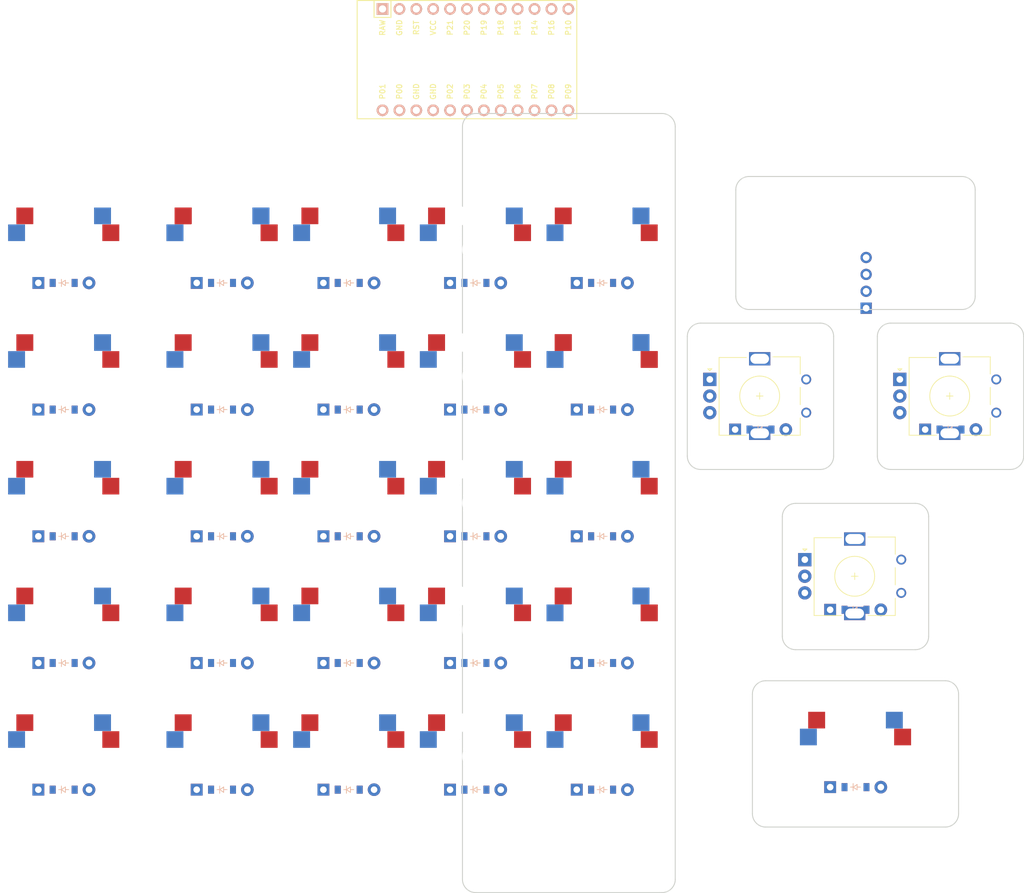
<source format=kicad_pcb>


(kicad_pcb (version 20171130) (host pcbnew 5.1.6)

  (page A3)
  (title_block
    (title "keyboard_numpad")
    (rev "0.1")
    (company "cline")
  )

  (general
    (thickness 1.6)
  )

  (layers
    (0 F.Cu signal)
    (31 B.Cu signal)
    (32 B.Adhes user)
    (33 F.Adhes user)
    (34 B.Paste user)
    (35 F.Paste user)
    (36 B.SilkS user)
    (37 F.SilkS user)
    (38 B.Mask user)
    (39 F.Mask user)
    (40 Dwgs.User user)
    (41 Cmts.User user)
    (42 Eco1.User user)
    (43 Eco2.User user)
    (44 Edge.Cuts user)
    (45 Margin user)
    (46 B.CrtYd user)
    (47 F.CrtYd user)
    (48 B.Fab user)
    (49 F.Fab user)
  )

  (setup
    (last_trace_width 0.25)
    (trace_clearance 0.2)
    (zone_clearance 0.508)
    (zone_45_only no)
    (trace_min 0.2)
    (via_size 0.8)
    (via_drill 0.4)
    (via_min_size 0.4)
    (via_min_drill 0.3)
    (uvia_size 0.3)
    (uvia_drill 0.1)
    (uvias_allowed no)
    (uvia_min_size 0.2)
    (uvia_min_drill 0.1)
    (edge_width 0.05)
    (segment_width 0.2)
    (pcb_text_width 0.3)
    (pcb_text_size 1.5 1.5)
    (mod_edge_width 0.12)
    (mod_text_size 1 1)
    (mod_text_width 0.15)
    (pad_size 1.524 1.524)
    (pad_drill 0.762)
    (pad_to_mask_clearance 0.05)
    (aux_axis_origin 0 0)
    (visible_elements FFFFFF7F)
    (pcbplotparams
      (layerselection 0x010fc_ffffffff)
      (usegerberextensions false)
      (usegerberattributes true)
      (usegerberadvancedattributes true)
      (creategerberjobfile true)
      (excludeedgelayer true)
      (linewidth 0.100000)
      (plotframeref false)
      (viasonmask false)
      (mode 1)
      (useauxorigin false)
      (hpglpennumber 1)
      (hpglpenspeed 20)
      (hpglpendiameter 15.000000)
      (psnegative false)
      (psa4output false)
      (plotreference true)
      (plotvalue true)
      (plotinvisibletext false)
      (padsonsilk false)
      (subtractmaskfromsilk false)
      (outputformat 1)
      (mirror false)
      (drillshape 1)
      (scaleselection 1)
      (outputdirectory ""))
  )

  (net 0 "")
(net 1 "col0")
(net 2 "col0_row0")
(net 3 "col0_row1")
(net 4 "col0_row2")
(net 5 "col0_row3")
(net 6 "col0_row4")
(net 7 "col1")
(net 8 "col1_row0")
(net 9 "col1_row1")
(net 10 "col1_row2")
(net 11 "col1_row3")
(net 12 "col1_row4")
(net 13 "col2")
(net 14 "col2_row0")
(net 15 "col2_row1")
(net 16 "col2_row2")
(net 17 "col2_row3")
(net 18 "col2_row4")
(net 19 "col3")
(net 20 "col3_row0")
(net 21 "col3_row1")
(net 22 "col3_row2")
(net 23 "col3_row3")
(net 24 "col3_row4")
(net 25 "col_left")
(net 26 "nav_col_row0")
(net 27 "nav_col_row1")
(net 28 "nav_col_row2")
(net 29 "nav_col_row3")
(net 30 "nav_col_row4")
(net 31 "row4")
(net 32 "row1")
(net 33 "row3")
(net 34 "col_thumb")
(net 35 "row_thumb")
(net 36 "col_enc_left")
(net 37 "row_enc_left")
(net 38 "encoder_left_a")
(net 39 "encoder_left_b")
(net 40 "GND")
(net 41 "col_enc_right")
(net 42 "row_enc_right")
(net 43 "encoder_right_a")
(net 44 "encoder_right_b")
(net 45 "col_enc_bottom")
(net 46 "row_enc_bottom")
(net 47 "encoder_bottom_a")
(net 48 "encoder_bottom_b")
(net 49 "row0")
(net 50 "row2")
(net 51 "default_default")
(net 52 "VCC")
(net 53 "P3")
(net 54 "P2")
(net 55 "RAW")
(net 56 "RST")
(net 57 "SCL")
(net 58 "SDA")

  (net_class Default "This is the default net class."
    (clearance 0.2)
    (trace_width 0.25)
    (via_dia 0.8)
    (via_drill 0.4)
    (uvia_dia 0.3)
    (uvia_drill 0.1)
    (add_net "")
(add_net "col0")
(add_net "col0_row0")
(add_net "col0_row1")
(add_net "col0_row2")
(add_net "col0_row3")
(add_net "col0_row4")
(add_net "col1")
(add_net "col1_row0")
(add_net "col1_row1")
(add_net "col1_row2")
(add_net "col1_row3")
(add_net "col1_row4")
(add_net "col2")
(add_net "col2_row0")
(add_net "col2_row1")
(add_net "col2_row2")
(add_net "col2_row3")
(add_net "col2_row4")
(add_net "col3")
(add_net "col3_row0")
(add_net "col3_row1")
(add_net "col3_row2")
(add_net "col3_row3")
(add_net "col3_row4")
(add_net "col_left")
(add_net "nav_col_row0")
(add_net "nav_col_row1")
(add_net "nav_col_row2")
(add_net "nav_col_row3")
(add_net "nav_col_row4")
(add_net "row4")
(add_net "row1")
(add_net "row3")
(add_net "col_thumb")
(add_net "row_thumb")
(add_net "col_enc_left")
(add_net "row_enc_left")
(add_net "encoder_left_a")
(add_net "encoder_left_b")
(add_net "GND")
(add_net "col_enc_right")
(add_net "row_enc_right")
(add_net "encoder_right_a")
(add_net "encoder_right_b")
(add_net "col_enc_bottom")
(add_net "row_enc_bottom")
(add_net "encoder_bottom_a")
(add_net "encoder_bottom_b")
(add_net "row0")
(add_net "row2")
(add_net "default_default")
(add_net "VCC")
(add_net "P3")
(add_net "P2")
(add_net "RAW")
(add_net "RST")
(add_net "SCL")
(add_net "SDA")
  )

  
        
      (module MX (layer F.Cu) (tedit 5DD4F656)
      (at 57.15 -38.1 0)

      
      (fp_text reference "S1" (at 0 0) (layer F.SilkS) hide (effects (font (size 1.27 1.27) (thickness 0.15))))
      (fp_text value "" (at 0 0) (layer F.SilkS) hide (effects (font (size 1.27 1.27) (thickness 0.15))))

      
      (fp_line (start -7 -6) (end -7 -7) (layer Dwgs.User) (width 0.15))
      (fp_line (start -7 7) (end -6 7) (layer Dwgs.User) (width 0.15))
      (fp_line (start -6 -7) (end -7 -7) (layer Dwgs.User) (width 0.15))
      (fp_line (start -7 7) (end -7 6) (layer Dwgs.User) (width 0.15))
      (fp_line (start 7 6) (end 7 7) (layer Dwgs.User) (width 0.15))
      (fp_line (start 7 -7) (end 6 -7) (layer Dwgs.User) (width 0.15))
      (fp_line (start 6 7) (end 7 7) (layer Dwgs.User) (width 0.15))
      (fp_line (start 7 -7) (end 7 -6) (layer Dwgs.User) (width 0.15))
    
      
      (pad "" np_thru_hole circle (at 0 0) (size 3.9878 3.9878) (drill 3.9878) (layers *.Cu *.Mask))

      
      (pad "" np_thru_hole circle (at 5.08 0) (size 1.7018 1.7018) (drill 1.7018) (layers *.Cu *.Mask))
      (pad "" np_thru_hole circle (at -5.08 0) (size 1.7018 1.7018) (drill 1.7018) (layers *.Cu *.Mask))
      
        
      
      (fp_line (start -9.5 -9.5) (end 9.5 -9.5) (layer Dwgs.User) (width 0.15))
      (fp_line (start 9.5 -9.5) (end 9.5 9.5) (layer Dwgs.User) (width 0.15))
      (fp_line (start 9.5 9.5) (end -9.5 9.5) (layer Dwgs.User) (width 0.15))
      (fp_line (start -9.5 9.5) (end -9.5 -9.5) (layer Dwgs.User) (width 0.15))
      
        
        
        (pad "" np_thru_hole circle (at 2.54 -5.08) (size 3 3) (drill 3) (layers *.Cu *.Mask))
        (pad "" np_thru_hole circle (at -3.81 -2.54) (size 3 3) (drill 3) (layers *.Cu *.Mask))
        
        
        (pad 1 smd rect (at -7.085 -2.54 0) (size 2.55 2.5) (layers B.Cu B.Paste B.Mask) (net 1 "col0"))
        (pad 2 smd rect (at 5.842 -5.08 0) (size 2.55 2.5) (layers B.Cu B.Paste B.Mask) (net 2 "col0_row0"))
        
        
        
        (pad "" np_thru_hole circle (at -2.54 -5.08) (size 3 3) (drill 3) (layers *.Cu *.Mask))
        (pad "" np_thru_hole circle (at 3.81 -2.54) (size 3 3) (drill 3) (layers *.Cu *.Mask))
        
        
        (pad 1 smd rect (at 7.085 -2.54 0) (size 2.55 2.5) (layers F.Cu F.Paste F.Mask) (net 1 "col0"))
        (pad 2 smd rect (at -5.842 -5.08 0) (size 2.55 2.5) (layers F.Cu F.Paste F.Mask) (net 2 "col0_row0"))
        )
        

        
      (module MX (layer F.Cu) (tedit 5DD4F656)
      (at 57.15 -57.150000000000006 0)

      
      (fp_text reference "S2" (at 0 0) (layer F.SilkS) hide (effects (font (size 1.27 1.27) (thickness 0.15))))
      (fp_text value "" (at 0 0) (layer F.SilkS) hide (effects (font (size 1.27 1.27) (thickness 0.15))))

      
      (fp_line (start -7 -6) (end -7 -7) (layer Dwgs.User) (width 0.15))
      (fp_line (start -7 7) (end -6 7) (layer Dwgs.User) (width 0.15))
      (fp_line (start -6 -7) (end -7 -7) (layer Dwgs.User) (width 0.15))
      (fp_line (start -7 7) (end -7 6) (layer Dwgs.User) (width 0.15))
      (fp_line (start 7 6) (end 7 7) (layer Dwgs.User) (width 0.15))
      (fp_line (start 7 -7) (end 6 -7) (layer Dwgs.User) (width 0.15))
      (fp_line (start 6 7) (end 7 7) (layer Dwgs.User) (width 0.15))
      (fp_line (start 7 -7) (end 7 -6) (layer Dwgs.User) (width 0.15))
    
      
      (pad "" np_thru_hole circle (at 0 0) (size 3.9878 3.9878) (drill 3.9878) (layers *.Cu *.Mask))

      
      (pad "" np_thru_hole circle (at 5.08 0) (size 1.7018 1.7018) (drill 1.7018) (layers *.Cu *.Mask))
      (pad "" np_thru_hole circle (at -5.08 0) (size 1.7018 1.7018) (drill 1.7018) (layers *.Cu *.Mask))
      
        
      
      (fp_line (start -9.5 -9.5) (end 9.5 -9.5) (layer Dwgs.User) (width 0.15))
      (fp_line (start 9.5 -9.5) (end 9.5 9.5) (layer Dwgs.User) (width 0.15))
      (fp_line (start 9.5 9.5) (end -9.5 9.5) (layer Dwgs.User) (width 0.15))
      (fp_line (start -9.5 9.5) (end -9.5 -9.5) (layer Dwgs.User) (width 0.15))
      
        
        
        (pad "" np_thru_hole circle (at 2.54 -5.08) (size 3 3) (drill 3) (layers *.Cu *.Mask))
        (pad "" np_thru_hole circle (at -3.81 -2.54) (size 3 3) (drill 3) (layers *.Cu *.Mask))
        
        
        (pad 1 smd rect (at -7.085 -2.54 0) (size 2.55 2.5) (layers B.Cu B.Paste B.Mask) (net 1 "col0"))
        (pad 2 smd rect (at 5.842 -5.08 0) (size 2.55 2.5) (layers B.Cu B.Paste B.Mask) (net 3 "col0_row1"))
        
        
        
        (pad "" np_thru_hole circle (at -2.54 -5.08) (size 3 3) (drill 3) (layers *.Cu *.Mask))
        (pad "" np_thru_hole circle (at 3.81 -2.54) (size 3 3) (drill 3) (layers *.Cu *.Mask))
        
        
        (pad 1 smd rect (at 7.085 -2.54 0) (size 2.55 2.5) (layers F.Cu F.Paste F.Mask) (net 1 "col0"))
        (pad 2 smd rect (at -5.842 -5.08 0) (size 2.55 2.5) (layers F.Cu F.Paste F.Mask) (net 3 "col0_row1"))
        )
        

        
      (module MX (layer F.Cu) (tedit 5DD4F656)
      (at 57.15 -76.2 0)

      
      (fp_text reference "S3" (at 0 0) (layer F.SilkS) hide (effects (font (size 1.27 1.27) (thickness 0.15))))
      (fp_text value "" (at 0 0) (layer F.SilkS) hide (effects (font (size 1.27 1.27) (thickness 0.15))))

      
      (fp_line (start -7 -6) (end -7 -7) (layer Dwgs.User) (width 0.15))
      (fp_line (start -7 7) (end -6 7) (layer Dwgs.User) (width 0.15))
      (fp_line (start -6 -7) (end -7 -7) (layer Dwgs.User) (width 0.15))
      (fp_line (start -7 7) (end -7 6) (layer Dwgs.User) (width 0.15))
      (fp_line (start 7 6) (end 7 7) (layer Dwgs.User) (width 0.15))
      (fp_line (start 7 -7) (end 6 -7) (layer Dwgs.User) (width 0.15))
      (fp_line (start 6 7) (end 7 7) (layer Dwgs.User) (width 0.15))
      (fp_line (start 7 -7) (end 7 -6) (layer Dwgs.User) (width 0.15))
    
      
      (pad "" np_thru_hole circle (at 0 0) (size 3.9878 3.9878) (drill 3.9878) (layers *.Cu *.Mask))

      
      (pad "" np_thru_hole circle (at 5.08 0) (size 1.7018 1.7018) (drill 1.7018) (layers *.Cu *.Mask))
      (pad "" np_thru_hole circle (at -5.08 0) (size 1.7018 1.7018) (drill 1.7018) (layers *.Cu *.Mask))
      
        
      
      (fp_line (start -9.5 -9.5) (end 9.5 -9.5) (layer Dwgs.User) (width 0.15))
      (fp_line (start 9.5 -9.5) (end 9.5 9.5) (layer Dwgs.User) (width 0.15))
      (fp_line (start 9.5 9.5) (end -9.5 9.5) (layer Dwgs.User) (width 0.15))
      (fp_line (start -9.5 9.5) (end -9.5 -9.5) (layer Dwgs.User) (width 0.15))
      
        
        
        (pad "" np_thru_hole circle (at 2.54 -5.08) (size 3 3) (drill 3) (layers *.Cu *.Mask))
        (pad "" np_thru_hole circle (at -3.81 -2.54) (size 3 3) (drill 3) (layers *.Cu *.Mask))
        
        
        (pad 1 smd rect (at -7.085 -2.54 0) (size 2.55 2.5) (layers B.Cu B.Paste B.Mask) (net 1 "col0"))
        (pad 2 smd rect (at 5.842 -5.08 0) (size 2.55 2.5) (layers B.Cu B.Paste B.Mask) (net 4 "col0_row2"))
        
        
        
        (pad "" np_thru_hole circle (at -2.54 -5.08) (size 3 3) (drill 3) (layers *.Cu *.Mask))
        (pad "" np_thru_hole circle (at 3.81 -2.54) (size 3 3) (drill 3) (layers *.Cu *.Mask))
        
        
        (pad 1 smd rect (at 7.085 -2.54 0) (size 2.55 2.5) (layers F.Cu F.Paste F.Mask) (net 1 "col0"))
        (pad 2 smd rect (at -5.842 -5.08 0) (size 2.55 2.5) (layers F.Cu F.Paste F.Mask) (net 4 "col0_row2"))
        )
        

        
      (module MX (layer F.Cu) (tedit 5DD4F656)
      (at 57.15 -95.25 0)

      
      (fp_text reference "S4" (at 0 0) (layer F.SilkS) hide (effects (font (size 1.27 1.27) (thickness 0.15))))
      (fp_text value "" (at 0 0) (layer F.SilkS) hide (effects (font (size 1.27 1.27) (thickness 0.15))))

      
      (fp_line (start -7 -6) (end -7 -7) (layer Dwgs.User) (width 0.15))
      (fp_line (start -7 7) (end -6 7) (layer Dwgs.User) (width 0.15))
      (fp_line (start -6 -7) (end -7 -7) (layer Dwgs.User) (width 0.15))
      (fp_line (start -7 7) (end -7 6) (layer Dwgs.User) (width 0.15))
      (fp_line (start 7 6) (end 7 7) (layer Dwgs.User) (width 0.15))
      (fp_line (start 7 -7) (end 6 -7) (layer Dwgs.User) (width 0.15))
      (fp_line (start 6 7) (end 7 7) (layer Dwgs.User) (width 0.15))
      (fp_line (start 7 -7) (end 7 -6) (layer Dwgs.User) (width 0.15))
    
      
      (pad "" np_thru_hole circle (at 0 0) (size 3.9878 3.9878) (drill 3.9878) (layers *.Cu *.Mask))

      
      (pad "" np_thru_hole circle (at 5.08 0) (size 1.7018 1.7018) (drill 1.7018) (layers *.Cu *.Mask))
      (pad "" np_thru_hole circle (at -5.08 0) (size 1.7018 1.7018) (drill 1.7018) (layers *.Cu *.Mask))
      
        
      
      (fp_line (start -9.5 -9.5) (end 9.5 -9.5) (layer Dwgs.User) (width 0.15))
      (fp_line (start 9.5 -9.5) (end 9.5 9.5) (layer Dwgs.User) (width 0.15))
      (fp_line (start 9.5 9.5) (end -9.5 9.5) (layer Dwgs.User) (width 0.15))
      (fp_line (start -9.5 9.5) (end -9.5 -9.5) (layer Dwgs.User) (width 0.15))
      
        
        
        (pad "" np_thru_hole circle (at 2.54 -5.08) (size 3 3) (drill 3) (layers *.Cu *.Mask))
        (pad "" np_thru_hole circle (at -3.81 -2.54) (size 3 3) (drill 3) (layers *.Cu *.Mask))
        
        
        (pad 1 smd rect (at -7.085 -2.54 0) (size 2.55 2.5) (layers B.Cu B.Paste B.Mask) (net 1 "col0"))
        (pad 2 smd rect (at 5.842 -5.08 0) (size 2.55 2.5) (layers B.Cu B.Paste B.Mask) (net 5 "col0_row3"))
        
        
        
        (pad "" np_thru_hole circle (at -2.54 -5.08) (size 3 3) (drill 3) (layers *.Cu *.Mask))
        (pad "" np_thru_hole circle (at 3.81 -2.54) (size 3 3) (drill 3) (layers *.Cu *.Mask))
        
        
        (pad 1 smd rect (at 7.085 -2.54 0) (size 2.55 2.5) (layers F.Cu F.Paste F.Mask) (net 1 "col0"))
        (pad 2 smd rect (at -5.842 -5.08 0) (size 2.55 2.5) (layers F.Cu F.Paste F.Mask) (net 5 "col0_row3"))
        )
        

        
      (module MX (layer F.Cu) (tedit 5DD4F656)
      (at 57.15 -114.3 0)

      
      (fp_text reference "S5" (at 0 0) (layer F.SilkS) hide (effects (font (size 1.27 1.27) (thickness 0.15))))
      (fp_text value "" (at 0 0) (layer F.SilkS) hide (effects (font (size 1.27 1.27) (thickness 0.15))))

      
      (fp_line (start -7 -6) (end -7 -7) (layer Dwgs.User) (width 0.15))
      (fp_line (start -7 7) (end -6 7) (layer Dwgs.User) (width 0.15))
      (fp_line (start -6 -7) (end -7 -7) (layer Dwgs.User) (width 0.15))
      (fp_line (start -7 7) (end -7 6) (layer Dwgs.User) (width 0.15))
      (fp_line (start 7 6) (end 7 7) (layer Dwgs.User) (width 0.15))
      (fp_line (start 7 -7) (end 6 -7) (layer Dwgs.User) (width 0.15))
      (fp_line (start 6 7) (end 7 7) (layer Dwgs.User) (width 0.15))
      (fp_line (start 7 -7) (end 7 -6) (layer Dwgs.User) (width 0.15))
    
      
      (pad "" np_thru_hole circle (at 0 0) (size 3.9878 3.9878) (drill 3.9878) (layers *.Cu *.Mask))

      
      (pad "" np_thru_hole circle (at 5.08 0) (size 1.7018 1.7018) (drill 1.7018) (layers *.Cu *.Mask))
      (pad "" np_thru_hole circle (at -5.08 0) (size 1.7018 1.7018) (drill 1.7018) (layers *.Cu *.Mask))
      
        
      
      (fp_line (start -9.5 -9.5) (end 9.5 -9.5) (layer Dwgs.User) (width 0.15))
      (fp_line (start 9.5 -9.5) (end 9.5 9.5) (layer Dwgs.User) (width 0.15))
      (fp_line (start 9.5 9.5) (end -9.5 9.5) (layer Dwgs.User) (width 0.15))
      (fp_line (start -9.5 9.5) (end -9.5 -9.5) (layer Dwgs.User) (width 0.15))
      
        
        
        (pad "" np_thru_hole circle (at 2.54 -5.08) (size 3 3) (drill 3) (layers *.Cu *.Mask))
        (pad "" np_thru_hole circle (at -3.81 -2.54) (size 3 3) (drill 3) (layers *.Cu *.Mask))
        
        
        (pad 1 smd rect (at -7.085 -2.54 0) (size 2.55 2.5) (layers B.Cu B.Paste B.Mask) (net 1 "col0"))
        (pad 2 smd rect (at 5.842 -5.08 0) (size 2.55 2.5) (layers B.Cu B.Paste B.Mask) (net 6 "col0_row4"))
        
        
        
        (pad "" np_thru_hole circle (at -2.54 -5.08) (size 3 3) (drill 3) (layers *.Cu *.Mask))
        (pad "" np_thru_hole circle (at 3.81 -2.54) (size 3 3) (drill 3) (layers *.Cu *.Mask))
        
        
        (pad 1 smd rect (at 7.085 -2.54 0) (size 2.55 2.5) (layers F.Cu F.Paste F.Mask) (net 1 "col0"))
        (pad 2 smd rect (at -5.842 -5.08 0) (size 2.55 2.5) (layers F.Cu F.Paste F.Mask) (net 6 "col0_row4"))
        )
        

        
      (module MX (layer F.Cu) (tedit 5DD4F656)
      (at 76.2 -38.1 0)

      
      (fp_text reference "S6" (at 0 0) (layer F.SilkS) hide (effects (font (size 1.27 1.27) (thickness 0.15))))
      (fp_text value "" (at 0 0) (layer F.SilkS) hide (effects (font (size 1.27 1.27) (thickness 0.15))))

      
      (fp_line (start -7 -6) (end -7 -7) (layer Dwgs.User) (width 0.15))
      (fp_line (start -7 7) (end -6 7) (layer Dwgs.User) (width 0.15))
      (fp_line (start -6 -7) (end -7 -7) (layer Dwgs.User) (width 0.15))
      (fp_line (start -7 7) (end -7 6) (layer Dwgs.User) (width 0.15))
      (fp_line (start 7 6) (end 7 7) (layer Dwgs.User) (width 0.15))
      (fp_line (start 7 -7) (end 6 -7) (layer Dwgs.User) (width 0.15))
      (fp_line (start 6 7) (end 7 7) (layer Dwgs.User) (width 0.15))
      (fp_line (start 7 -7) (end 7 -6) (layer Dwgs.User) (width 0.15))
    
      
      (pad "" np_thru_hole circle (at 0 0) (size 3.9878 3.9878) (drill 3.9878) (layers *.Cu *.Mask))

      
      (pad "" np_thru_hole circle (at 5.08 0) (size 1.7018 1.7018) (drill 1.7018) (layers *.Cu *.Mask))
      (pad "" np_thru_hole circle (at -5.08 0) (size 1.7018 1.7018) (drill 1.7018) (layers *.Cu *.Mask))
      
        
      
      (fp_line (start -9.5 -9.5) (end 9.5 -9.5) (layer Dwgs.User) (width 0.15))
      (fp_line (start 9.5 -9.5) (end 9.5 9.5) (layer Dwgs.User) (width 0.15))
      (fp_line (start 9.5 9.5) (end -9.5 9.5) (layer Dwgs.User) (width 0.15))
      (fp_line (start -9.5 9.5) (end -9.5 -9.5) (layer Dwgs.User) (width 0.15))
      
        
        
        (pad "" np_thru_hole circle (at 2.54 -5.08) (size 3 3) (drill 3) (layers *.Cu *.Mask))
        (pad "" np_thru_hole circle (at -3.81 -2.54) (size 3 3) (drill 3) (layers *.Cu *.Mask))
        
        
        (pad 1 smd rect (at -7.085 -2.54 0) (size 2.55 2.5) (layers B.Cu B.Paste B.Mask) (net 7 "col1"))
        (pad 2 smd rect (at 5.842 -5.08 0) (size 2.55 2.5) (layers B.Cu B.Paste B.Mask) (net 8 "col1_row0"))
        
        
        
        (pad "" np_thru_hole circle (at -2.54 -5.08) (size 3 3) (drill 3) (layers *.Cu *.Mask))
        (pad "" np_thru_hole circle (at 3.81 -2.54) (size 3 3) (drill 3) (layers *.Cu *.Mask))
        
        
        (pad 1 smd rect (at 7.085 -2.54 0) (size 2.55 2.5) (layers F.Cu F.Paste F.Mask) (net 7 "col1"))
        (pad 2 smd rect (at -5.842 -5.08 0) (size 2.55 2.5) (layers F.Cu F.Paste F.Mask) (net 8 "col1_row0"))
        )
        

        
      (module MX (layer F.Cu) (tedit 5DD4F656)
      (at 76.2 -57.150000000000006 0)

      
      (fp_text reference "S7" (at 0 0) (layer F.SilkS) hide (effects (font (size 1.27 1.27) (thickness 0.15))))
      (fp_text value "" (at 0 0) (layer F.SilkS) hide (effects (font (size 1.27 1.27) (thickness 0.15))))

      
      (fp_line (start -7 -6) (end -7 -7) (layer Dwgs.User) (width 0.15))
      (fp_line (start -7 7) (end -6 7) (layer Dwgs.User) (width 0.15))
      (fp_line (start -6 -7) (end -7 -7) (layer Dwgs.User) (width 0.15))
      (fp_line (start -7 7) (end -7 6) (layer Dwgs.User) (width 0.15))
      (fp_line (start 7 6) (end 7 7) (layer Dwgs.User) (width 0.15))
      (fp_line (start 7 -7) (end 6 -7) (layer Dwgs.User) (width 0.15))
      (fp_line (start 6 7) (end 7 7) (layer Dwgs.User) (width 0.15))
      (fp_line (start 7 -7) (end 7 -6) (layer Dwgs.User) (width 0.15))
    
      
      (pad "" np_thru_hole circle (at 0 0) (size 3.9878 3.9878) (drill 3.9878) (layers *.Cu *.Mask))

      
      (pad "" np_thru_hole circle (at 5.08 0) (size 1.7018 1.7018) (drill 1.7018) (layers *.Cu *.Mask))
      (pad "" np_thru_hole circle (at -5.08 0) (size 1.7018 1.7018) (drill 1.7018) (layers *.Cu *.Mask))
      
        
      
      (fp_line (start -9.5 -9.5) (end 9.5 -9.5) (layer Dwgs.User) (width 0.15))
      (fp_line (start 9.5 -9.5) (end 9.5 9.5) (layer Dwgs.User) (width 0.15))
      (fp_line (start 9.5 9.5) (end -9.5 9.5) (layer Dwgs.User) (width 0.15))
      (fp_line (start -9.5 9.5) (end -9.5 -9.5) (layer Dwgs.User) (width 0.15))
      
        
        
        (pad "" np_thru_hole circle (at 2.54 -5.08) (size 3 3) (drill 3) (layers *.Cu *.Mask))
        (pad "" np_thru_hole circle (at -3.81 -2.54) (size 3 3) (drill 3) (layers *.Cu *.Mask))
        
        
        (pad 1 smd rect (at -7.085 -2.54 0) (size 2.55 2.5) (layers B.Cu B.Paste B.Mask) (net 7 "col1"))
        (pad 2 smd rect (at 5.842 -5.08 0) (size 2.55 2.5) (layers B.Cu B.Paste B.Mask) (net 9 "col1_row1"))
        
        
        
        (pad "" np_thru_hole circle (at -2.54 -5.08) (size 3 3) (drill 3) (layers *.Cu *.Mask))
        (pad "" np_thru_hole circle (at 3.81 -2.54) (size 3 3) (drill 3) (layers *.Cu *.Mask))
        
        
        (pad 1 smd rect (at 7.085 -2.54 0) (size 2.55 2.5) (layers F.Cu F.Paste F.Mask) (net 7 "col1"))
        (pad 2 smd rect (at -5.842 -5.08 0) (size 2.55 2.5) (layers F.Cu F.Paste F.Mask) (net 9 "col1_row1"))
        )
        

        
      (module MX (layer F.Cu) (tedit 5DD4F656)
      (at 76.2 -76.2 0)

      
      (fp_text reference "S8" (at 0 0) (layer F.SilkS) hide (effects (font (size 1.27 1.27) (thickness 0.15))))
      (fp_text value "" (at 0 0) (layer F.SilkS) hide (effects (font (size 1.27 1.27) (thickness 0.15))))

      
      (fp_line (start -7 -6) (end -7 -7) (layer Dwgs.User) (width 0.15))
      (fp_line (start -7 7) (end -6 7) (layer Dwgs.User) (width 0.15))
      (fp_line (start -6 -7) (end -7 -7) (layer Dwgs.User) (width 0.15))
      (fp_line (start -7 7) (end -7 6) (layer Dwgs.User) (width 0.15))
      (fp_line (start 7 6) (end 7 7) (layer Dwgs.User) (width 0.15))
      (fp_line (start 7 -7) (end 6 -7) (layer Dwgs.User) (width 0.15))
      (fp_line (start 6 7) (end 7 7) (layer Dwgs.User) (width 0.15))
      (fp_line (start 7 -7) (end 7 -6) (layer Dwgs.User) (width 0.15))
    
      
      (pad "" np_thru_hole circle (at 0 0) (size 3.9878 3.9878) (drill 3.9878) (layers *.Cu *.Mask))

      
      (pad "" np_thru_hole circle (at 5.08 0) (size 1.7018 1.7018) (drill 1.7018) (layers *.Cu *.Mask))
      (pad "" np_thru_hole circle (at -5.08 0) (size 1.7018 1.7018) (drill 1.7018) (layers *.Cu *.Mask))
      
        
      
      (fp_line (start -9.5 -9.5) (end 9.5 -9.5) (layer Dwgs.User) (width 0.15))
      (fp_line (start 9.5 -9.5) (end 9.5 9.5) (layer Dwgs.User) (width 0.15))
      (fp_line (start 9.5 9.5) (end -9.5 9.5) (layer Dwgs.User) (width 0.15))
      (fp_line (start -9.5 9.5) (end -9.5 -9.5) (layer Dwgs.User) (width 0.15))
      
        
        
        (pad "" np_thru_hole circle (at 2.54 -5.08) (size 3 3) (drill 3) (layers *.Cu *.Mask))
        (pad "" np_thru_hole circle (at -3.81 -2.54) (size 3 3) (drill 3) (layers *.Cu *.Mask))
        
        
        (pad 1 smd rect (at -7.085 -2.54 0) (size 2.55 2.5) (layers B.Cu B.Paste B.Mask) (net 7 "col1"))
        (pad 2 smd rect (at 5.842 -5.08 0) (size 2.55 2.5) (layers B.Cu B.Paste B.Mask) (net 10 "col1_row2"))
        
        
        
        (pad "" np_thru_hole circle (at -2.54 -5.08) (size 3 3) (drill 3) (layers *.Cu *.Mask))
        (pad "" np_thru_hole circle (at 3.81 -2.54) (size 3 3) (drill 3) (layers *.Cu *.Mask))
        
        
        (pad 1 smd rect (at 7.085 -2.54 0) (size 2.55 2.5) (layers F.Cu F.Paste F.Mask) (net 7 "col1"))
        (pad 2 smd rect (at -5.842 -5.08 0) (size 2.55 2.5) (layers F.Cu F.Paste F.Mask) (net 10 "col1_row2"))
        )
        

        
      (module MX (layer F.Cu) (tedit 5DD4F656)
      (at 76.2 -95.25 0)

      
      (fp_text reference "S9" (at 0 0) (layer F.SilkS) hide (effects (font (size 1.27 1.27) (thickness 0.15))))
      (fp_text value "" (at 0 0) (layer F.SilkS) hide (effects (font (size 1.27 1.27) (thickness 0.15))))

      
      (fp_line (start -7 -6) (end -7 -7) (layer Dwgs.User) (width 0.15))
      (fp_line (start -7 7) (end -6 7) (layer Dwgs.User) (width 0.15))
      (fp_line (start -6 -7) (end -7 -7) (layer Dwgs.User) (width 0.15))
      (fp_line (start -7 7) (end -7 6) (layer Dwgs.User) (width 0.15))
      (fp_line (start 7 6) (end 7 7) (layer Dwgs.User) (width 0.15))
      (fp_line (start 7 -7) (end 6 -7) (layer Dwgs.User) (width 0.15))
      (fp_line (start 6 7) (end 7 7) (layer Dwgs.User) (width 0.15))
      (fp_line (start 7 -7) (end 7 -6) (layer Dwgs.User) (width 0.15))
    
      
      (pad "" np_thru_hole circle (at 0 0) (size 3.9878 3.9878) (drill 3.9878) (layers *.Cu *.Mask))

      
      (pad "" np_thru_hole circle (at 5.08 0) (size 1.7018 1.7018) (drill 1.7018) (layers *.Cu *.Mask))
      (pad "" np_thru_hole circle (at -5.08 0) (size 1.7018 1.7018) (drill 1.7018) (layers *.Cu *.Mask))
      
        
      
      (fp_line (start -9.5 -9.5) (end 9.5 -9.5) (layer Dwgs.User) (width 0.15))
      (fp_line (start 9.5 -9.5) (end 9.5 9.5) (layer Dwgs.User) (width 0.15))
      (fp_line (start 9.5 9.5) (end -9.5 9.5) (layer Dwgs.User) (width 0.15))
      (fp_line (start -9.5 9.5) (end -9.5 -9.5) (layer Dwgs.User) (width 0.15))
      
        
        
        (pad "" np_thru_hole circle (at 2.54 -5.08) (size 3 3) (drill 3) (layers *.Cu *.Mask))
        (pad "" np_thru_hole circle (at -3.81 -2.54) (size 3 3) (drill 3) (layers *.Cu *.Mask))
        
        
        (pad 1 smd rect (at -7.085 -2.54 0) (size 2.55 2.5) (layers B.Cu B.Paste B.Mask) (net 7 "col1"))
        (pad 2 smd rect (at 5.842 -5.08 0) (size 2.55 2.5) (layers B.Cu B.Paste B.Mask) (net 11 "col1_row3"))
        
        
        
        (pad "" np_thru_hole circle (at -2.54 -5.08) (size 3 3) (drill 3) (layers *.Cu *.Mask))
        (pad "" np_thru_hole circle (at 3.81 -2.54) (size 3 3) (drill 3) (layers *.Cu *.Mask))
        
        
        (pad 1 smd rect (at 7.085 -2.54 0) (size 2.55 2.5) (layers F.Cu F.Paste F.Mask) (net 7 "col1"))
        (pad 2 smd rect (at -5.842 -5.08 0) (size 2.55 2.5) (layers F.Cu F.Paste F.Mask) (net 11 "col1_row3"))
        )
        

        
      (module MX (layer F.Cu) (tedit 5DD4F656)
      (at 76.2 -114.3 0)

      
      (fp_text reference "S10" (at 0 0) (layer F.SilkS) hide (effects (font (size 1.27 1.27) (thickness 0.15))))
      (fp_text value "" (at 0 0) (layer F.SilkS) hide (effects (font (size 1.27 1.27) (thickness 0.15))))

      
      (fp_line (start -7 -6) (end -7 -7) (layer Dwgs.User) (width 0.15))
      (fp_line (start -7 7) (end -6 7) (layer Dwgs.User) (width 0.15))
      (fp_line (start -6 -7) (end -7 -7) (layer Dwgs.User) (width 0.15))
      (fp_line (start -7 7) (end -7 6) (layer Dwgs.User) (width 0.15))
      (fp_line (start 7 6) (end 7 7) (layer Dwgs.User) (width 0.15))
      (fp_line (start 7 -7) (end 6 -7) (layer Dwgs.User) (width 0.15))
      (fp_line (start 6 7) (end 7 7) (layer Dwgs.User) (width 0.15))
      (fp_line (start 7 -7) (end 7 -6) (layer Dwgs.User) (width 0.15))
    
      
      (pad "" np_thru_hole circle (at 0 0) (size 3.9878 3.9878) (drill 3.9878) (layers *.Cu *.Mask))

      
      (pad "" np_thru_hole circle (at 5.08 0) (size 1.7018 1.7018) (drill 1.7018) (layers *.Cu *.Mask))
      (pad "" np_thru_hole circle (at -5.08 0) (size 1.7018 1.7018) (drill 1.7018) (layers *.Cu *.Mask))
      
        
      
      (fp_line (start -9.5 -9.5) (end 9.5 -9.5) (layer Dwgs.User) (width 0.15))
      (fp_line (start 9.5 -9.5) (end 9.5 9.5) (layer Dwgs.User) (width 0.15))
      (fp_line (start 9.5 9.5) (end -9.5 9.5) (layer Dwgs.User) (width 0.15))
      (fp_line (start -9.5 9.5) (end -9.5 -9.5) (layer Dwgs.User) (width 0.15))
      
        
        
        (pad "" np_thru_hole circle (at 2.54 -5.08) (size 3 3) (drill 3) (layers *.Cu *.Mask))
        (pad "" np_thru_hole circle (at -3.81 -2.54) (size 3 3) (drill 3) (layers *.Cu *.Mask))
        
        
        (pad 1 smd rect (at -7.085 -2.54 0) (size 2.55 2.5) (layers B.Cu B.Paste B.Mask) (net 7 "col1"))
        (pad 2 smd rect (at 5.842 -5.08 0) (size 2.55 2.5) (layers B.Cu B.Paste B.Mask) (net 12 "col1_row4"))
        
        
        
        (pad "" np_thru_hole circle (at -2.54 -5.08) (size 3 3) (drill 3) (layers *.Cu *.Mask))
        (pad "" np_thru_hole circle (at 3.81 -2.54) (size 3 3) (drill 3) (layers *.Cu *.Mask))
        
        
        (pad 1 smd rect (at 7.085 -2.54 0) (size 2.55 2.5) (layers F.Cu F.Paste F.Mask) (net 7 "col1"))
        (pad 2 smd rect (at -5.842 -5.08 0) (size 2.55 2.5) (layers F.Cu F.Paste F.Mask) (net 12 "col1_row4"))
        )
        

        
      (module MX (layer F.Cu) (tedit 5DD4F656)
      (at 95.25 -38.1 0)

      
      (fp_text reference "S11" (at 0 0) (layer F.SilkS) hide (effects (font (size 1.27 1.27) (thickness 0.15))))
      (fp_text value "" (at 0 0) (layer F.SilkS) hide (effects (font (size 1.27 1.27) (thickness 0.15))))

      
      (fp_line (start -7 -6) (end -7 -7) (layer Dwgs.User) (width 0.15))
      (fp_line (start -7 7) (end -6 7) (layer Dwgs.User) (width 0.15))
      (fp_line (start -6 -7) (end -7 -7) (layer Dwgs.User) (width 0.15))
      (fp_line (start -7 7) (end -7 6) (layer Dwgs.User) (width 0.15))
      (fp_line (start 7 6) (end 7 7) (layer Dwgs.User) (width 0.15))
      (fp_line (start 7 -7) (end 6 -7) (layer Dwgs.User) (width 0.15))
      (fp_line (start 6 7) (end 7 7) (layer Dwgs.User) (width 0.15))
      (fp_line (start 7 -7) (end 7 -6) (layer Dwgs.User) (width 0.15))
    
      
      (pad "" np_thru_hole circle (at 0 0) (size 3.9878 3.9878) (drill 3.9878) (layers *.Cu *.Mask))

      
      (pad "" np_thru_hole circle (at 5.08 0) (size 1.7018 1.7018) (drill 1.7018) (layers *.Cu *.Mask))
      (pad "" np_thru_hole circle (at -5.08 0) (size 1.7018 1.7018) (drill 1.7018) (layers *.Cu *.Mask))
      
        
      
      (fp_line (start -9.5 -9.5) (end 9.5 -9.5) (layer Dwgs.User) (width 0.15))
      (fp_line (start 9.5 -9.5) (end 9.5 9.5) (layer Dwgs.User) (width 0.15))
      (fp_line (start 9.5 9.5) (end -9.5 9.5) (layer Dwgs.User) (width 0.15))
      (fp_line (start -9.5 9.5) (end -9.5 -9.5) (layer Dwgs.User) (width 0.15))
      
        
        
        (pad "" np_thru_hole circle (at 2.54 -5.08) (size 3 3) (drill 3) (layers *.Cu *.Mask))
        (pad "" np_thru_hole circle (at -3.81 -2.54) (size 3 3) (drill 3) (layers *.Cu *.Mask))
        
        
        (pad 1 smd rect (at -7.085 -2.54 0) (size 2.55 2.5) (layers B.Cu B.Paste B.Mask) (net 13 "col2"))
        (pad 2 smd rect (at 5.842 -5.08 0) (size 2.55 2.5) (layers B.Cu B.Paste B.Mask) (net 14 "col2_row0"))
        
        
        
        (pad "" np_thru_hole circle (at -2.54 -5.08) (size 3 3) (drill 3) (layers *.Cu *.Mask))
        (pad "" np_thru_hole circle (at 3.81 -2.54) (size 3 3) (drill 3) (layers *.Cu *.Mask))
        
        
        (pad 1 smd rect (at 7.085 -2.54 0) (size 2.55 2.5) (layers F.Cu F.Paste F.Mask) (net 13 "col2"))
        (pad 2 smd rect (at -5.842 -5.08 0) (size 2.55 2.5) (layers F.Cu F.Paste F.Mask) (net 14 "col2_row0"))
        )
        

        
      (module MX (layer F.Cu) (tedit 5DD4F656)
      (at 95.25 -57.150000000000006 0)

      
      (fp_text reference "S12" (at 0 0) (layer F.SilkS) hide (effects (font (size 1.27 1.27) (thickness 0.15))))
      (fp_text value "" (at 0 0) (layer F.SilkS) hide (effects (font (size 1.27 1.27) (thickness 0.15))))

      
      (fp_line (start -7 -6) (end -7 -7) (layer Dwgs.User) (width 0.15))
      (fp_line (start -7 7) (end -6 7) (layer Dwgs.User) (width 0.15))
      (fp_line (start -6 -7) (end -7 -7) (layer Dwgs.User) (width 0.15))
      (fp_line (start -7 7) (end -7 6) (layer Dwgs.User) (width 0.15))
      (fp_line (start 7 6) (end 7 7) (layer Dwgs.User) (width 0.15))
      (fp_line (start 7 -7) (end 6 -7) (layer Dwgs.User) (width 0.15))
      (fp_line (start 6 7) (end 7 7) (layer Dwgs.User) (width 0.15))
      (fp_line (start 7 -7) (end 7 -6) (layer Dwgs.User) (width 0.15))
    
      
      (pad "" np_thru_hole circle (at 0 0) (size 3.9878 3.9878) (drill 3.9878) (layers *.Cu *.Mask))

      
      (pad "" np_thru_hole circle (at 5.08 0) (size 1.7018 1.7018) (drill 1.7018) (layers *.Cu *.Mask))
      (pad "" np_thru_hole circle (at -5.08 0) (size 1.7018 1.7018) (drill 1.7018) (layers *.Cu *.Mask))
      
        
      
      (fp_line (start -9.5 -9.5) (end 9.5 -9.5) (layer Dwgs.User) (width 0.15))
      (fp_line (start 9.5 -9.5) (end 9.5 9.5) (layer Dwgs.User) (width 0.15))
      (fp_line (start 9.5 9.5) (end -9.5 9.5) (layer Dwgs.User) (width 0.15))
      (fp_line (start -9.5 9.5) (end -9.5 -9.5) (layer Dwgs.User) (width 0.15))
      
        
        
        (pad "" np_thru_hole circle (at 2.54 -5.08) (size 3 3) (drill 3) (layers *.Cu *.Mask))
        (pad "" np_thru_hole circle (at -3.81 -2.54) (size 3 3) (drill 3) (layers *.Cu *.Mask))
        
        
        (pad 1 smd rect (at -7.085 -2.54 0) (size 2.55 2.5) (layers B.Cu B.Paste B.Mask) (net 13 "col2"))
        (pad 2 smd rect (at 5.842 -5.08 0) (size 2.55 2.5) (layers B.Cu B.Paste B.Mask) (net 15 "col2_row1"))
        
        
        
        (pad "" np_thru_hole circle (at -2.54 -5.08) (size 3 3) (drill 3) (layers *.Cu *.Mask))
        (pad "" np_thru_hole circle (at 3.81 -2.54) (size 3 3) (drill 3) (layers *.Cu *.Mask))
        
        
        (pad 1 smd rect (at 7.085 -2.54 0) (size 2.55 2.5) (layers F.Cu F.Paste F.Mask) (net 13 "col2"))
        (pad 2 smd rect (at -5.842 -5.08 0) (size 2.55 2.5) (layers F.Cu F.Paste F.Mask) (net 15 "col2_row1"))
        )
        

        
      (module MX (layer F.Cu) (tedit 5DD4F656)
      (at 95.25 -76.2 0)

      
      (fp_text reference "S13" (at 0 0) (layer F.SilkS) hide (effects (font (size 1.27 1.27) (thickness 0.15))))
      (fp_text value "" (at 0 0) (layer F.SilkS) hide (effects (font (size 1.27 1.27) (thickness 0.15))))

      
      (fp_line (start -7 -6) (end -7 -7) (layer Dwgs.User) (width 0.15))
      (fp_line (start -7 7) (end -6 7) (layer Dwgs.User) (width 0.15))
      (fp_line (start -6 -7) (end -7 -7) (layer Dwgs.User) (width 0.15))
      (fp_line (start -7 7) (end -7 6) (layer Dwgs.User) (width 0.15))
      (fp_line (start 7 6) (end 7 7) (layer Dwgs.User) (width 0.15))
      (fp_line (start 7 -7) (end 6 -7) (layer Dwgs.User) (width 0.15))
      (fp_line (start 6 7) (end 7 7) (layer Dwgs.User) (width 0.15))
      (fp_line (start 7 -7) (end 7 -6) (layer Dwgs.User) (width 0.15))
    
      
      (pad "" np_thru_hole circle (at 0 0) (size 3.9878 3.9878) (drill 3.9878) (layers *.Cu *.Mask))

      
      (pad "" np_thru_hole circle (at 5.08 0) (size 1.7018 1.7018) (drill 1.7018) (layers *.Cu *.Mask))
      (pad "" np_thru_hole circle (at -5.08 0) (size 1.7018 1.7018) (drill 1.7018) (layers *.Cu *.Mask))
      
        
      
      (fp_line (start -9.5 -9.5) (end 9.5 -9.5) (layer Dwgs.User) (width 0.15))
      (fp_line (start 9.5 -9.5) (end 9.5 9.5) (layer Dwgs.User) (width 0.15))
      (fp_line (start 9.5 9.5) (end -9.5 9.5) (layer Dwgs.User) (width 0.15))
      (fp_line (start -9.5 9.5) (end -9.5 -9.5) (layer Dwgs.User) (width 0.15))
      
        
        
        (pad "" np_thru_hole circle (at 2.54 -5.08) (size 3 3) (drill 3) (layers *.Cu *.Mask))
        (pad "" np_thru_hole circle (at -3.81 -2.54) (size 3 3) (drill 3) (layers *.Cu *.Mask))
        
        
        (pad 1 smd rect (at -7.085 -2.54 0) (size 2.55 2.5) (layers B.Cu B.Paste B.Mask) (net 13 "col2"))
        (pad 2 smd rect (at 5.842 -5.08 0) (size 2.55 2.5) (layers B.Cu B.Paste B.Mask) (net 16 "col2_row2"))
        
        
        
        (pad "" np_thru_hole circle (at -2.54 -5.08) (size 3 3) (drill 3) (layers *.Cu *.Mask))
        (pad "" np_thru_hole circle (at 3.81 -2.54) (size 3 3) (drill 3) (layers *.Cu *.Mask))
        
        
        (pad 1 smd rect (at 7.085 -2.54 0) (size 2.55 2.5) (layers F.Cu F.Paste F.Mask) (net 13 "col2"))
        (pad 2 smd rect (at -5.842 -5.08 0) (size 2.55 2.5) (layers F.Cu F.Paste F.Mask) (net 16 "col2_row2"))
        )
        

        
      (module MX (layer F.Cu) (tedit 5DD4F656)
      (at 95.25 -95.25 0)

      
      (fp_text reference "S14" (at 0 0) (layer F.SilkS) hide (effects (font (size 1.27 1.27) (thickness 0.15))))
      (fp_text value "" (at 0 0) (layer F.SilkS) hide (effects (font (size 1.27 1.27) (thickness 0.15))))

      
      (fp_line (start -7 -6) (end -7 -7) (layer Dwgs.User) (width 0.15))
      (fp_line (start -7 7) (end -6 7) (layer Dwgs.User) (width 0.15))
      (fp_line (start -6 -7) (end -7 -7) (layer Dwgs.User) (width 0.15))
      (fp_line (start -7 7) (end -7 6) (layer Dwgs.User) (width 0.15))
      (fp_line (start 7 6) (end 7 7) (layer Dwgs.User) (width 0.15))
      (fp_line (start 7 -7) (end 6 -7) (layer Dwgs.User) (width 0.15))
      (fp_line (start 6 7) (end 7 7) (layer Dwgs.User) (width 0.15))
      (fp_line (start 7 -7) (end 7 -6) (layer Dwgs.User) (width 0.15))
    
      
      (pad "" np_thru_hole circle (at 0 0) (size 3.9878 3.9878) (drill 3.9878) (layers *.Cu *.Mask))

      
      (pad "" np_thru_hole circle (at 5.08 0) (size 1.7018 1.7018) (drill 1.7018) (layers *.Cu *.Mask))
      (pad "" np_thru_hole circle (at -5.08 0) (size 1.7018 1.7018) (drill 1.7018) (layers *.Cu *.Mask))
      
        
      
      (fp_line (start -9.5 -9.5) (end 9.5 -9.5) (layer Dwgs.User) (width 0.15))
      (fp_line (start 9.5 -9.5) (end 9.5 9.5) (layer Dwgs.User) (width 0.15))
      (fp_line (start 9.5 9.5) (end -9.5 9.5) (layer Dwgs.User) (width 0.15))
      (fp_line (start -9.5 9.5) (end -9.5 -9.5) (layer Dwgs.User) (width 0.15))
      
        
        
        (pad "" np_thru_hole circle (at 2.54 -5.08) (size 3 3) (drill 3) (layers *.Cu *.Mask))
        (pad "" np_thru_hole circle (at -3.81 -2.54) (size 3 3) (drill 3) (layers *.Cu *.Mask))
        
        
        (pad 1 smd rect (at -7.085 -2.54 0) (size 2.55 2.5) (layers B.Cu B.Paste B.Mask) (net 13 "col2"))
        (pad 2 smd rect (at 5.842 -5.08 0) (size 2.55 2.5) (layers B.Cu B.Paste B.Mask) (net 17 "col2_row3"))
        
        
        
        (pad "" np_thru_hole circle (at -2.54 -5.08) (size 3 3) (drill 3) (layers *.Cu *.Mask))
        (pad "" np_thru_hole circle (at 3.81 -2.54) (size 3 3) (drill 3) (layers *.Cu *.Mask))
        
        
        (pad 1 smd rect (at 7.085 -2.54 0) (size 2.55 2.5) (layers F.Cu F.Paste F.Mask) (net 13 "col2"))
        (pad 2 smd rect (at -5.842 -5.08 0) (size 2.55 2.5) (layers F.Cu F.Paste F.Mask) (net 17 "col2_row3"))
        )
        

        
      (module MX (layer F.Cu) (tedit 5DD4F656)
      (at 95.25 -114.3 0)

      
      (fp_text reference "S15" (at 0 0) (layer F.SilkS) hide (effects (font (size 1.27 1.27) (thickness 0.15))))
      (fp_text value "" (at 0 0) (layer F.SilkS) hide (effects (font (size 1.27 1.27) (thickness 0.15))))

      
      (fp_line (start -7 -6) (end -7 -7) (layer Dwgs.User) (width 0.15))
      (fp_line (start -7 7) (end -6 7) (layer Dwgs.User) (width 0.15))
      (fp_line (start -6 -7) (end -7 -7) (layer Dwgs.User) (width 0.15))
      (fp_line (start -7 7) (end -7 6) (layer Dwgs.User) (width 0.15))
      (fp_line (start 7 6) (end 7 7) (layer Dwgs.User) (width 0.15))
      (fp_line (start 7 -7) (end 6 -7) (layer Dwgs.User) (width 0.15))
      (fp_line (start 6 7) (end 7 7) (layer Dwgs.User) (width 0.15))
      (fp_line (start 7 -7) (end 7 -6) (layer Dwgs.User) (width 0.15))
    
      
      (pad "" np_thru_hole circle (at 0 0) (size 3.9878 3.9878) (drill 3.9878) (layers *.Cu *.Mask))

      
      (pad "" np_thru_hole circle (at 5.08 0) (size 1.7018 1.7018) (drill 1.7018) (layers *.Cu *.Mask))
      (pad "" np_thru_hole circle (at -5.08 0) (size 1.7018 1.7018) (drill 1.7018) (layers *.Cu *.Mask))
      
        
      
      (fp_line (start -9.5 -9.5) (end 9.5 -9.5) (layer Dwgs.User) (width 0.15))
      (fp_line (start 9.5 -9.5) (end 9.5 9.5) (layer Dwgs.User) (width 0.15))
      (fp_line (start 9.5 9.5) (end -9.5 9.5) (layer Dwgs.User) (width 0.15))
      (fp_line (start -9.5 9.5) (end -9.5 -9.5) (layer Dwgs.User) (width 0.15))
      
        
        
        (pad "" np_thru_hole circle (at 2.54 -5.08) (size 3 3) (drill 3) (layers *.Cu *.Mask))
        (pad "" np_thru_hole circle (at -3.81 -2.54) (size 3 3) (drill 3) (layers *.Cu *.Mask))
        
        
        (pad 1 smd rect (at -7.085 -2.54 0) (size 2.55 2.5) (layers B.Cu B.Paste B.Mask) (net 13 "col2"))
        (pad 2 smd rect (at 5.842 -5.08 0) (size 2.55 2.5) (layers B.Cu B.Paste B.Mask) (net 18 "col2_row4"))
        
        
        
        (pad "" np_thru_hole circle (at -2.54 -5.08) (size 3 3) (drill 3) (layers *.Cu *.Mask))
        (pad "" np_thru_hole circle (at 3.81 -2.54) (size 3 3) (drill 3) (layers *.Cu *.Mask))
        
        
        (pad 1 smd rect (at 7.085 -2.54 0) (size 2.55 2.5) (layers F.Cu F.Paste F.Mask) (net 13 "col2"))
        (pad 2 smd rect (at -5.842 -5.08 0) (size 2.55 2.5) (layers F.Cu F.Paste F.Mask) (net 18 "col2_row4"))
        )
        

        
      (module MX (layer F.Cu) (tedit 5DD4F656)
      (at 114.3 -38.1 0)

      
      (fp_text reference "S16" (at 0 0) (layer F.SilkS) hide (effects (font (size 1.27 1.27) (thickness 0.15))))
      (fp_text value "" (at 0 0) (layer F.SilkS) hide (effects (font (size 1.27 1.27) (thickness 0.15))))

      
      (fp_line (start -7 -6) (end -7 -7) (layer Dwgs.User) (width 0.15))
      (fp_line (start -7 7) (end -6 7) (layer Dwgs.User) (width 0.15))
      (fp_line (start -6 -7) (end -7 -7) (layer Dwgs.User) (width 0.15))
      (fp_line (start -7 7) (end -7 6) (layer Dwgs.User) (width 0.15))
      (fp_line (start 7 6) (end 7 7) (layer Dwgs.User) (width 0.15))
      (fp_line (start 7 -7) (end 6 -7) (layer Dwgs.User) (width 0.15))
      (fp_line (start 6 7) (end 7 7) (layer Dwgs.User) (width 0.15))
      (fp_line (start 7 -7) (end 7 -6) (layer Dwgs.User) (width 0.15))
    
      
      (pad "" np_thru_hole circle (at 0 0) (size 3.9878 3.9878) (drill 3.9878) (layers *.Cu *.Mask))

      
      (pad "" np_thru_hole circle (at 5.08 0) (size 1.7018 1.7018) (drill 1.7018) (layers *.Cu *.Mask))
      (pad "" np_thru_hole circle (at -5.08 0) (size 1.7018 1.7018) (drill 1.7018) (layers *.Cu *.Mask))
      
        
      
      (fp_line (start -9.5 -9.5) (end 9.5 -9.5) (layer Dwgs.User) (width 0.15))
      (fp_line (start 9.5 -9.5) (end 9.5 9.5) (layer Dwgs.User) (width 0.15))
      (fp_line (start 9.5 9.5) (end -9.5 9.5) (layer Dwgs.User) (width 0.15))
      (fp_line (start -9.5 9.5) (end -9.5 -9.5) (layer Dwgs.User) (width 0.15))
      
        
        
        (pad "" np_thru_hole circle (at 2.54 -5.08) (size 3 3) (drill 3) (layers *.Cu *.Mask))
        (pad "" np_thru_hole circle (at -3.81 -2.54) (size 3 3) (drill 3) (layers *.Cu *.Mask))
        
        
        (pad 1 smd rect (at -7.085 -2.54 0) (size 2.55 2.5) (layers B.Cu B.Paste B.Mask) (net 19 "col3"))
        (pad 2 smd rect (at 5.842 -5.08 0) (size 2.55 2.5) (layers B.Cu B.Paste B.Mask) (net 20 "col3_row0"))
        
        
        
        (pad "" np_thru_hole circle (at -2.54 -5.08) (size 3 3) (drill 3) (layers *.Cu *.Mask))
        (pad "" np_thru_hole circle (at 3.81 -2.54) (size 3 3) (drill 3) (layers *.Cu *.Mask))
        
        
        (pad 1 smd rect (at 7.085 -2.54 0) (size 2.55 2.5) (layers F.Cu F.Paste F.Mask) (net 19 "col3"))
        (pad 2 smd rect (at -5.842 -5.08 0) (size 2.55 2.5) (layers F.Cu F.Paste F.Mask) (net 20 "col3_row0"))
        )
        

        
      (module MX (layer F.Cu) (tedit 5DD4F656)
      (at 114.3 -57.150000000000006 0)

      
      (fp_text reference "S17" (at 0 0) (layer F.SilkS) hide (effects (font (size 1.27 1.27) (thickness 0.15))))
      (fp_text value "" (at 0 0) (layer F.SilkS) hide (effects (font (size 1.27 1.27) (thickness 0.15))))

      
      (fp_line (start -7 -6) (end -7 -7) (layer Dwgs.User) (width 0.15))
      (fp_line (start -7 7) (end -6 7) (layer Dwgs.User) (width 0.15))
      (fp_line (start -6 -7) (end -7 -7) (layer Dwgs.User) (width 0.15))
      (fp_line (start -7 7) (end -7 6) (layer Dwgs.User) (width 0.15))
      (fp_line (start 7 6) (end 7 7) (layer Dwgs.User) (width 0.15))
      (fp_line (start 7 -7) (end 6 -7) (layer Dwgs.User) (width 0.15))
      (fp_line (start 6 7) (end 7 7) (layer Dwgs.User) (width 0.15))
      (fp_line (start 7 -7) (end 7 -6) (layer Dwgs.User) (width 0.15))
    
      
      (pad "" np_thru_hole circle (at 0 0) (size 3.9878 3.9878) (drill 3.9878) (layers *.Cu *.Mask))

      
      (pad "" np_thru_hole circle (at 5.08 0) (size 1.7018 1.7018) (drill 1.7018) (layers *.Cu *.Mask))
      (pad "" np_thru_hole circle (at -5.08 0) (size 1.7018 1.7018) (drill 1.7018) (layers *.Cu *.Mask))
      
        
      
      (fp_line (start -9.5 -9.5) (end 9.5 -9.5) (layer Dwgs.User) (width 0.15))
      (fp_line (start 9.5 -9.5) (end 9.5 9.5) (layer Dwgs.User) (width 0.15))
      (fp_line (start 9.5 9.5) (end -9.5 9.5) (layer Dwgs.User) (width 0.15))
      (fp_line (start -9.5 9.5) (end -9.5 -9.5) (layer Dwgs.User) (width 0.15))
      
        
        
        (pad "" np_thru_hole circle (at 2.54 -5.08) (size 3 3) (drill 3) (layers *.Cu *.Mask))
        (pad "" np_thru_hole circle (at -3.81 -2.54) (size 3 3) (drill 3) (layers *.Cu *.Mask))
        
        
        (pad 1 smd rect (at -7.085 -2.54 0) (size 2.55 2.5) (layers B.Cu B.Paste B.Mask) (net 19 "col3"))
        (pad 2 smd rect (at 5.842 -5.08 0) (size 2.55 2.5) (layers B.Cu B.Paste B.Mask) (net 21 "col3_row1"))
        
        
        
        (pad "" np_thru_hole circle (at -2.54 -5.08) (size 3 3) (drill 3) (layers *.Cu *.Mask))
        (pad "" np_thru_hole circle (at 3.81 -2.54) (size 3 3) (drill 3) (layers *.Cu *.Mask))
        
        
        (pad 1 smd rect (at 7.085 -2.54 0) (size 2.55 2.5) (layers F.Cu F.Paste F.Mask) (net 19 "col3"))
        (pad 2 smd rect (at -5.842 -5.08 0) (size 2.55 2.5) (layers F.Cu F.Paste F.Mask) (net 21 "col3_row1"))
        )
        

        
      (module MX (layer F.Cu) (tedit 5DD4F656)
      (at 114.3 -76.2 0)

      
      (fp_text reference "S18" (at 0 0) (layer F.SilkS) hide (effects (font (size 1.27 1.27) (thickness 0.15))))
      (fp_text value "" (at 0 0) (layer F.SilkS) hide (effects (font (size 1.27 1.27) (thickness 0.15))))

      
      (fp_line (start -7 -6) (end -7 -7) (layer Dwgs.User) (width 0.15))
      (fp_line (start -7 7) (end -6 7) (layer Dwgs.User) (width 0.15))
      (fp_line (start -6 -7) (end -7 -7) (layer Dwgs.User) (width 0.15))
      (fp_line (start -7 7) (end -7 6) (layer Dwgs.User) (width 0.15))
      (fp_line (start 7 6) (end 7 7) (layer Dwgs.User) (width 0.15))
      (fp_line (start 7 -7) (end 6 -7) (layer Dwgs.User) (width 0.15))
      (fp_line (start 6 7) (end 7 7) (layer Dwgs.User) (width 0.15))
      (fp_line (start 7 -7) (end 7 -6) (layer Dwgs.User) (width 0.15))
    
      
      (pad "" np_thru_hole circle (at 0 0) (size 3.9878 3.9878) (drill 3.9878) (layers *.Cu *.Mask))

      
      (pad "" np_thru_hole circle (at 5.08 0) (size 1.7018 1.7018) (drill 1.7018) (layers *.Cu *.Mask))
      (pad "" np_thru_hole circle (at -5.08 0) (size 1.7018 1.7018) (drill 1.7018) (layers *.Cu *.Mask))
      
        
      
      (fp_line (start -9.5 -9.5) (end 9.5 -9.5) (layer Dwgs.User) (width 0.15))
      (fp_line (start 9.5 -9.5) (end 9.5 9.5) (layer Dwgs.User) (width 0.15))
      (fp_line (start 9.5 9.5) (end -9.5 9.5) (layer Dwgs.User) (width 0.15))
      (fp_line (start -9.5 9.5) (end -9.5 -9.5) (layer Dwgs.User) (width 0.15))
      
        
        
        (pad "" np_thru_hole circle (at 2.54 -5.08) (size 3 3) (drill 3) (layers *.Cu *.Mask))
        (pad "" np_thru_hole circle (at -3.81 -2.54) (size 3 3) (drill 3) (layers *.Cu *.Mask))
        
        
        (pad 1 smd rect (at -7.085 -2.54 0) (size 2.55 2.5) (layers B.Cu B.Paste B.Mask) (net 19 "col3"))
        (pad 2 smd rect (at 5.842 -5.08 0) (size 2.55 2.5) (layers B.Cu B.Paste B.Mask) (net 22 "col3_row2"))
        
        
        
        (pad "" np_thru_hole circle (at -2.54 -5.08) (size 3 3) (drill 3) (layers *.Cu *.Mask))
        (pad "" np_thru_hole circle (at 3.81 -2.54) (size 3 3) (drill 3) (layers *.Cu *.Mask))
        
        
        (pad 1 smd rect (at 7.085 -2.54 0) (size 2.55 2.5) (layers F.Cu F.Paste F.Mask) (net 19 "col3"))
        (pad 2 smd rect (at -5.842 -5.08 0) (size 2.55 2.5) (layers F.Cu F.Paste F.Mask) (net 22 "col3_row2"))
        )
        

        
      (module MX (layer F.Cu) (tedit 5DD4F656)
      (at 114.3 -95.25 0)

      
      (fp_text reference "S19" (at 0 0) (layer F.SilkS) hide (effects (font (size 1.27 1.27) (thickness 0.15))))
      (fp_text value "" (at 0 0) (layer F.SilkS) hide (effects (font (size 1.27 1.27) (thickness 0.15))))

      
      (fp_line (start -7 -6) (end -7 -7) (layer Dwgs.User) (width 0.15))
      (fp_line (start -7 7) (end -6 7) (layer Dwgs.User) (width 0.15))
      (fp_line (start -6 -7) (end -7 -7) (layer Dwgs.User) (width 0.15))
      (fp_line (start -7 7) (end -7 6) (layer Dwgs.User) (width 0.15))
      (fp_line (start 7 6) (end 7 7) (layer Dwgs.User) (width 0.15))
      (fp_line (start 7 -7) (end 6 -7) (layer Dwgs.User) (width 0.15))
      (fp_line (start 6 7) (end 7 7) (layer Dwgs.User) (width 0.15))
      (fp_line (start 7 -7) (end 7 -6) (layer Dwgs.User) (width 0.15))
    
      
      (pad "" np_thru_hole circle (at 0 0) (size 3.9878 3.9878) (drill 3.9878) (layers *.Cu *.Mask))

      
      (pad "" np_thru_hole circle (at 5.08 0) (size 1.7018 1.7018) (drill 1.7018) (layers *.Cu *.Mask))
      (pad "" np_thru_hole circle (at -5.08 0) (size 1.7018 1.7018) (drill 1.7018) (layers *.Cu *.Mask))
      
        
      
      (fp_line (start -9.5 -9.5) (end 9.5 -9.5) (layer Dwgs.User) (width 0.15))
      (fp_line (start 9.5 -9.5) (end 9.5 9.5) (layer Dwgs.User) (width 0.15))
      (fp_line (start 9.5 9.5) (end -9.5 9.5) (layer Dwgs.User) (width 0.15))
      (fp_line (start -9.5 9.5) (end -9.5 -9.5) (layer Dwgs.User) (width 0.15))
      
        
        
        (pad "" np_thru_hole circle (at 2.54 -5.08) (size 3 3) (drill 3) (layers *.Cu *.Mask))
        (pad "" np_thru_hole circle (at -3.81 -2.54) (size 3 3) (drill 3) (layers *.Cu *.Mask))
        
        
        (pad 1 smd rect (at -7.085 -2.54 0) (size 2.55 2.5) (layers B.Cu B.Paste B.Mask) (net 19 "col3"))
        (pad 2 smd rect (at 5.842 -5.08 0) (size 2.55 2.5) (layers B.Cu B.Paste B.Mask) (net 23 "col3_row3"))
        
        
        
        (pad "" np_thru_hole circle (at -2.54 -5.08) (size 3 3) (drill 3) (layers *.Cu *.Mask))
        (pad "" np_thru_hole circle (at 3.81 -2.54) (size 3 3) (drill 3) (layers *.Cu *.Mask))
        
        
        (pad 1 smd rect (at 7.085 -2.54 0) (size 2.55 2.5) (layers F.Cu F.Paste F.Mask) (net 19 "col3"))
        (pad 2 smd rect (at -5.842 -5.08 0) (size 2.55 2.5) (layers F.Cu F.Paste F.Mask) (net 23 "col3_row3"))
        )
        

        
      (module MX (layer F.Cu) (tedit 5DD4F656)
      (at 114.3 -114.3 0)

      
      (fp_text reference "S20" (at 0 0) (layer F.SilkS) hide (effects (font (size 1.27 1.27) (thickness 0.15))))
      (fp_text value "" (at 0 0) (layer F.SilkS) hide (effects (font (size 1.27 1.27) (thickness 0.15))))

      
      (fp_line (start -7 -6) (end -7 -7) (layer Dwgs.User) (width 0.15))
      (fp_line (start -7 7) (end -6 7) (layer Dwgs.User) (width 0.15))
      (fp_line (start -6 -7) (end -7 -7) (layer Dwgs.User) (width 0.15))
      (fp_line (start -7 7) (end -7 6) (layer Dwgs.User) (width 0.15))
      (fp_line (start 7 6) (end 7 7) (layer Dwgs.User) (width 0.15))
      (fp_line (start 7 -7) (end 6 -7) (layer Dwgs.User) (width 0.15))
      (fp_line (start 6 7) (end 7 7) (layer Dwgs.User) (width 0.15))
      (fp_line (start 7 -7) (end 7 -6) (layer Dwgs.User) (width 0.15))
    
      
      (pad "" np_thru_hole circle (at 0 0) (size 3.9878 3.9878) (drill 3.9878) (layers *.Cu *.Mask))

      
      (pad "" np_thru_hole circle (at 5.08 0) (size 1.7018 1.7018) (drill 1.7018) (layers *.Cu *.Mask))
      (pad "" np_thru_hole circle (at -5.08 0) (size 1.7018 1.7018) (drill 1.7018) (layers *.Cu *.Mask))
      
        
      
      (fp_line (start -9.5 -9.5) (end 9.5 -9.5) (layer Dwgs.User) (width 0.15))
      (fp_line (start 9.5 -9.5) (end 9.5 9.5) (layer Dwgs.User) (width 0.15))
      (fp_line (start 9.5 9.5) (end -9.5 9.5) (layer Dwgs.User) (width 0.15))
      (fp_line (start -9.5 9.5) (end -9.5 -9.5) (layer Dwgs.User) (width 0.15))
      
        
        
        (pad "" np_thru_hole circle (at 2.54 -5.08) (size 3 3) (drill 3) (layers *.Cu *.Mask))
        (pad "" np_thru_hole circle (at -3.81 -2.54) (size 3 3) (drill 3) (layers *.Cu *.Mask))
        
        
        (pad 1 smd rect (at -7.085 -2.54 0) (size 2.55 2.5) (layers B.Cu B.Paste B.Mask) (net 19 "col3"))
        (pad 2 smd rect (at 5.842 -5.08 0) (size 2.55 2.5) (layers B.Cu B.Paste B.Mask) (net 24 "col3_row4"))
        
        
        
        (pad "" np_thru_hole circle (at -2.54 -5.08) (size 3 3) (drill 3) (layers *.Cu *.Mask))
        (pad "" np_thru_hole circle (at 3.81 -2.54) (size 3 3) (drill 3) (layers *.Cu *.Mask))
        
        
        (pad 1 smd rect (at 7.085 -2.54 0) (size 2.55 2.5) (layers F.Cu F.Paste F.Mask) (net 19 "col3"))
        (pad 2 smd rect (at -5.842 -5.08 0) (size 2.55 2.5) (layers F.Cu F.Paste F.Mask) (net 24 "col3_row4"))
        )
        

        
      (module MX (layer F.Cu) (tedit 5DD4F656)
      (at 33.3375 -38.1 0)

      
      (fp_text reference "S21" (at 0 0) (layer F.SilkS) hide (effects (font (size 1.27 1.27) (thickness 0.15))))
      (fp_text value "" (at 0 0) (layer F.SilkS) hide (effects (font (size 1.27 1.27) (thickness 0.15))))

      
      (fp_line (start -7 -6) (end -7 -7) (layer Dwgs.User) (width 0.15))
      (fp_line (start -7 7) (end -6 7) (layer Dwgs.User) (width 0.15))
      (fp_line (start -6 -7) (end -7 -7) (layer Dwgs.User) (width 0.15))
      (fp_line (start -7 7) (end -7 6) (layer Dwgs.User) (width 0.15))
      (fp_line (start 7 6) (end 7 7) (layer Dwgs.User) (width 0.15))
      (fp_line (start 7 -7) (end 6 -7) (layer Dwgs.User) (width 0.15))
      (fp_line (start 6 7) (end 7 7) (layer Dwgs.User) (width 0.15))
      (fp_line (start 7 -7) (end 7 -6) (layer Dwgs.User) (width 0.15))
    
      
      (pad "" np_thru_hole circle (at 0 0) (size 3.9878 3.9878) (drill 3.9878) (layers *.Cu *.Mask))

      
      (pad "" np_thru_hole circle (at 5.08 0) (size 1.7018 1.7018) (drill 1.7018) (layers *.Cu *.Mask))
      (pad "" np_thru_hole circle (at -5.08 0) (size 1.7018 1.7018) (drill 1.7018) (layers *.Cu *.Mask))
      
        
      
      (fp_line (start -9.5 -9.5) (end 9.5 -9.5) (layer Dwgs.User) (width 0.15))
      (fp_line (start 9.5 -9.5) (end 9.5 9.5) (layer Dwgs.User) (width 0.15))
      (fp_line (start 9.5 9.5) (end -9.5 9.5) (layer Dwgs.User) (width 0.15))
      (fp_line (start -9.5 9.5) (end -9.5 -9.5) (layer Dwgs.User) (width 0.15))
      
        
        
        (pad "" np_thru_hole circle (at 2.54 -5.08) (size 3 3) (drill 3) (layers *.Cu *.Mask))
        (pad "" np_thru_hole circle (at -3.81 -2.54) (size 3 3) (drill 3) (layers *.Cu *.Mask))
        
        
        (pad 1 smd rect (at -7.085 -2.54 0) (size 2.55 2.5) (layers B.Cu B.Paste B.Mask) (net 25 "col_left"))
        (pad 2 smd rect (at 5.842 -5.08 0) (size 2.55 2.5) (layers B.Cu B.Paste B.Mask) (net 26 "nav_col_row0"))
        
        
        
        (pad "" np_thru_hole circle (at -2.54 -5.08) (size 3 3) (drill 3) (layers *.Cu *.Mask))
        (pad "" np_thru_hole circle (at 3.81 -2.54) (size 3 3) (drill 3) (layers *.Cu *.Mask))
        
        
        (pad 1 smd rect (at 7.085 -2.54 0) (size 2.55 2.5) (layers F.Cu F.Paste F.Mask) (net 25 "col_left"))
        (pad 2 smd rect (at -5.842 -5.08 0) (size 2.55 2.5) (layers F.Cu F.Paste F.Mask) (net 26 "nav_col_row0"))
        )
        

        
      (module MX (layer F.Cu) (tedit 5DD4F656)
      (at 33.3375 -57.150000000000006 0)

      
      (fp_text reference "S22" (at 0 0) (layer F.SilkS) hide (effects (font (size 1.27 1.27) (thickness 0.15))))
      (fp_text value "" (at 0 0) (layer F.SilkS) hide (effects (font (size 1.27 1.27) (thickness 0.15))))

      
      (fp_line (start -7 -6) (end -7 -7) (layer Dwgs.User) (width 0.15))
      (fp_line (start -7 7) (end -6 7) (layer Dwgs.User) (width 0.15))
      (fp_line (start -6 -7) (end -7 -7) (layer Dwgs.User) (width 0.15))
      (fp_line (start -7 7) (end -7 6) (layer Dwgs.User) (width 0.15))
      (fp_line (start 7 6) (end 7 7) (layer Dwgs.User) (width 0.15))
      (fp_line (start 7 -7) (end 6 -7) (layer Dwgs.User) (width 0.15))
      (fp_line (start 6 7) (end 7 7) (layer Dwgs.User) (width 0.15))
      (fp_line (start 7 -7) (end 7 -6) (layer Dwgs.User) (width 0.15))
    
      
      (pad "" np_thru_hole circle (at 0 0) (size 3.9878 3.9878) (drill 3.9878) (layers *.Cu *.Mask))

      
      (pad "" np_thru_hole circle (at 5.08 0) (size 1.7018 1.7018) (drill 1.7018) (layers *.Cu *.Mask))
      (pad "" np_thru_hole circle (at -5.08 0) (size 1.7018 1.7018) (drill 1.7018) (layers *.Cu *.Mask))
      
        
      
      (fp_line (start -9.5 -9.5) (end 9.5 -9.5) (layer Dwgs.User) (width 0.15))
      (fp_line (start 9.5 -9.5) (end 9.5 9.5) (layer Dwgs.User) (width 0.15))
      (fp_line (start 9.5 9.5) (end -9.5 9.5) (layer Dwgs.User) (width 0.15))
      (fp_line (start -9.5 9.5) (end -9.5 -9.5) (layer Dwgs.User) (width 0.15))
      
        
        
        (pad "" np_thru_hole circle (at 2.54 -5.08) (size 3 3) (drill 3) (layers *.Cu *.Mask))
        (pad "" np_thru_hole circle (at -3.81 -2.54) (size 3 3) (drill 3) (layers *.Cu *.Mask))
        
        
        (pad 1 smd rect (at -7.085 -2.54 0) (size 2.55 2.5) (layers B.Cu B.Paste B.Mask) (net 25 "col_left"))
        (pad 2 smd rect (at 5.842 -5.08 0) (size 2.55 2.5) (layers B.Cu B.Paste B.Mask) (net 27 "nav_col_row1"))
        
        
        
        (pad "" np_thru_hole circle (at -2.54 -5.08) (size 3 3) (drill 3) (layers *.Cu *.Mask))
        (pad "" np_thru_hole circle (at 3.81 -2.54) (size 3 3) (drill 3) (layers *.Cu *.Mask))
        
        
        (pad 1 smd rect (at 7.085 -2.54 0) (size 2.55 2.5) (layers F.Cu F.Paste F.Mask) (net 25 "col_left"))
        (pad 2 smd rect (at -5.842 -5.08 0) (size 2.55 2.5) (layers F.Cu F.Paste F.Mask) (net 27 "nav_col_row1"))
        )
        

        
      (module MX (layer F.Cu) (tedit 5DD4F656)
      (at 33.3375 -76.2 0)

      
      (fp_text reference "S23" (at 0 0) (layer F.SilkS) hide (effects (font (size 1.27 1.27) (thickness 0.15))))
      (fp_text value "" (at 0 0) (layer F.SilkS) hide (effects (font (size 1.27 1.27) (thickness 0.15))))

      
      (fp_line (start -7 -6) (end -7 -7) (layer Dwgs.User) (width 0.15))
      (fp_line (start -7 7) (end -6 7) (layer Dwgs.User) (width 0.15))
      (fp_line (start -6 -7) (end -7 -7) (layer Dwgs.User) (width 0.15))
      (fp_line (start -7 7) (end -7 6) (layer Dwgs.User) (width 0.15))
      (fp_line (start 7 6) (end 7 7) (layer Dwgs.User) (width 0.15))
      (fp_line (start 7 -7) (end 6 -7) (layer Dwgs.User) (width 0.15))
      (fp_line (start 6 7) (end 7 7) (layer Dwgs.User) (width 0.15))
      (fp_line (start 7 -7) (end 7 -6) (layer Dwgs.User) (width 0.15))
    
      
      (pad "" np_thru_hole circle (at 0 0) (size 3.9878 3.9878) (drill 3.9878) (layers *.Cu *.Mask))

      
      (pad "" np_thru_hole circle (at 5.08 0) (size 1.7018 1.7018) (drill 1.7018) (layers *.Cu *.Mask))
      (pad "" np_thru_hole circle (at -5.08 0) (size 1.7018 1.7018) (drill 1.7018) (layers *.Cu *.Mask))
      
        
      
      (fp_line (start -9.5 -9.5) (end 9.5 -9.5) (layer Dwgs.User) (width 0.15))
      (fp_line (start 9.5 -9.5) (end 9.5 9.5) (layer Dwgs.User) (width 0.15))
      (fp_line (start 9.5 9.5) (end -9.5 9.5) (layer Dwgs.User) (width 0.15))
      (fp_line (start -9.5 9.5) (end -9.5 -9.5) (layer Dwgs.User) (width 0.15))
      
        
        
        (pad "" np_thru_hole circle (at 2.54 -5.08) (size 3 3) (drill 3) (layers *.Cu *.Mask))
        (pad "" np_thru_hole circle (at -3.81 -2.54) (size 3 3) (drill 3) (layers *.Cu *.Mask))
        
        
        (pad 1 smd rect (at -7.085 -2.54 0) (size 2.55 2.5) (layers B.Cu B.Paste B.Mask) (net 25 "col_left"))
        (pad 2 smd rect (at 5.842 -5.08 0) (size 2.55 2.5) (layers B.Cu B.Paste B.Mask) (net 28 "nav_col_row2"))
        
        
        
        (pad "" np_thru_hole circle (at -2.54 -5.08) (size 3 3) (drill 3) (layers *.Cu *.Mask))
        (pad "" np_thru_hole circle (at 3.81 -2.54) (size 3 3) (drill 3) (layers *.Cu *.Mask))
        
        
        (pad 1 smd rect (at 7.085 -2.54 0) (size 2.55 2.5) (layers F.Cu F.Paste F.Mask) (net 25 "col_left"))
        (pad 2 smd rect (at -5.842 -5.08 0) (size 2.55 2.5) (layers F.Cu F.Paste F.Mask) (net 28 "nav_col_row2"))
        )
        

        
      (module MX (layer F.Cu) (tedit 5DD4F656)
      (at 33.3375 -95.25 0)

      
      (fp_text reference "S24" (at 0 0) (layer F.SilkS) hide (effects (font (size 1.27 1.27) (thickness 0.15))))
      (fp_text value "" (at 0 0) (layer F.SilkS) hide (effects (font (size 1.27 1.27) (thickness 0.15))))

      
      (fp_line (start -7 -6) (end -7 -7) (layer Dwgs.User) (width 0.15))
      (fp_line (start -7 7) (end -6 7) (layer Dwgs.User) (width 0.15))
      (fp_line (start -6 -7) (end -7 -7) (layer Dwgs.User) (width 0.15))
      (fp_line (start -7 7) (end -7 6) (layer Dwgs.User) (width 0.15))
      (fp_line (start 7 6) (end 7 7) (layer Dwgs.User) (width 0.15))
      (fp_line (start 7 -7) (end 6 -7) (layer Dwgs.User) (width 0.15))
      (fp_line (start 6 7) (end 7 7) (layer Dwgs.User) (width 0.15))
      (fp_line (start 7 -7) (end 7 -6) (layer Dwgs.User) (width 0.15))
    
      
      (pad "" np_thru_hole circle (at 0 0) (size 3.9878 3.9878) (drill 3.9878) (layers *.Cu *.Mask))

      
      (pad "" np_thru_hole circle (at 5.08 0) (size 1.7018 1.7018) (drill 1.7018) (layers *.Cu *.Mask))
      (pad "" np_thru_hole circle (at -5.08 0) (size 1.7018 1.7018) (drill 1.7018) (layers *.Cu *.Mask))
      
        
      
      (fp_line (start -9.5 -9.5) (end 9.5 -9.5) (layer Dwgs.User) (width 0.15))
      (fp_line (start 9.5 -9.5) (end 9.5 9.5) (layer Dwgs.User) (width 0.15))
      (fp_line (start 9.5 9.5) (end -9.5 9.5) (layer Dwgs.User) (width 0.15))
      (fp_line (start -9.5 9.5) (end -9.5 -9.5) (layer Dwgs.User) (width 0.15))
      
        
        
        (pad "" np_thru_hole circle (at 2.54 -5.08) (size 3 3) (drill 3) (layers *.Cu *.Mask))
        (pad "" np_thru_hole circle (at -3.81 -2.54) (size 3 3) (drill 3) (layers *.Cu *.Mask))
        
        
        (pad 1 smd rect (at -7.085 -2.54 0) (size 2.55 2.5) (layers B.Cu B.Paste B.Mask) (net 25 "col_left"))
        (pad 2 smd rect (at 5.842 -5.08 0) (size 2.55 2.5) (layers B.Cu B.Paste B.Mask) (net 29 "nav_col_row3"))
        
        
        
        (pad "" np_thru_hole circle (at -2.54 -5.08) (size 3 3) (drill 3) (layers *.Cu *.Mask))
        (pad "" np_thru_hole circle (at 3.81 -2.54) (size 3 3) (drill 3) (layers *.Cu *.Mask))
        
        
        (pad 1 smd rect (at 7.085 -2.54 0) (size 2.55 2.5) (layers F.Cu F.Paste F.Mask) (net 25 "col_left"))
        (pad 2 smd rect (at -5.842 -5.08 0) (size 2.55 2.5) (layers F.Cu F.Paste F.Mask) (net 29 "nav_col_row3"))
        )
        

        
      (module MX (layer F.Cu) (tedit 5DD4F656)
      (at 33.3375 -114.3 0)

      
      (fp_text reference "S25" (at 0 0) (layer F.SilkS) hide (effects (font (size 1.27 1.27) (thickness 0.15))))
      (fp_text value "" (at 0 0) (layer F.SilkS) hide (effects (font (size 1.27 1.27) (thickness 0.15))))

      
      (fp_line (start -7 -6) (end -7 -7) (layer Dwgs.User) (width 0.15))
      (fp_line (start -7 7) (end -6 7) (layer Dwgs.User) (width 0.15))
      (fp_line (start -6 -7) (end -7 -7) (layer Dwgs.User) (width 0.15))
      (fp_line (start -7 7) (end -7 6) (layer Dwgs.User) (width 0.15))
      (fp_line (start 7 6) (end 7 7) (layer Dwgs.User) (width 0.15))
      (fp_line (start 7 -7) (end 6 -7) (layer Dwgs.User) (width 0.15))
      (fp_line (start 6 7) (end 7 7) (layer Dwgs.User) (width 0.15))
      (fp_line (start 7 -7) (end 7 -6) (layer Dwgs.User) (width 0.15))
    
      
      (pad "" np_thru_hole circle (at 0 0) (size 3.9878 3.9878) (drill 3.9878) (layers *.Cu *.Mask))

      
      (pad "" np_thru_hole circle (at 5.08 0) (size 1.7018 1.7018) (drill 1.7018) (layers *.Cu *.Mask))
      (pad "" np_thru_hole circle (at -5.08 0) (size 1.7018 1.7018) (drill 1.7018) (layers *.Cu *.Mask))
      
        
      
      (fp_line (start -9.5 -9.5) (end 9.5 -9.5) (layer Dwgs.User) (width 0.15))
      (fp_line (start 9.5 -9.5) (end 9.5 9.5) (layer Dwgs.User) (width 0.15))
      (fp_line (start 9.5 9.5) (end -9.5 9.5) (layer Dwgs.User) (width 0.15))
      (fp_line (start -9.5 9.5) (end -9.5 -9.5) (layer Dwgs.User) (width 0.15))
      
        
        
        (pad "" np_thru_hole circle (at 2.54 -5.08) (size 3 3) (drill 3) (layers *.Cu *.Mask))
        (pad "" np_thru_hole circle (at -3.81 -2.54) (size 3 3) (drill 3) (layers *.Cu *.Mask))
        
        
        (pad 1 smd rect (at -7.085 -2.54 0) (size 2.55 2.5) (layers B.Cu B.Paste B.Mask) (net 25 "col_left"))
        (pad 2 smd rect (at 5.842 -5.08 0) (size 2.55 2.5) (layers B.Cu B.Paste B.Mask) (net 30 "nav_col_row4"))
        
        
        
        (pad "" np_thru_hole circle (at -2.54 -5.08) (size 3 3) (drill 3) (layers *.Cu *.Mask))
        (pad "" np_thru_hole circle (at 3.81 -2.54) (size 3 3) (drill 3) (layers *.Cu *.Mask))
        
        
        (pad 1 smd rect (at 7.085 -2.54 0) (size 2.55 2.5) (layers F.Cu F.Paste F.Mask) (net 25 "col_left"))
        (pad 2 smd rect (at -5.842 -5.08 0) (size 2.55 2.5) (layers F.Cu F.Paste F.Mask) (net 30 "nav_col_row4"))
        )
        

        
      (module MX (layer F.Cu) (tedit 5DD4F656)
      (at 57.15 -114.3 0)

      
      (fp_text reference "S26" (at 0 0) (layer F.SilkS) hide (effects (font (size 1.27 1.27) (thickness 0.15))))
      (fp_text value "" (at 0 0) (layer F.SilkS) hide (effects (font (size 1.27 1.27) (thickness 0.15))))

      
      (fp_line (start -7 -6) (end -7 -7) (layer Dwgs.User) (width 0.15))
      (fp_line (start -7 7) (end -6 7) (layer Dwgs.User) (width 0.15))
      (fp_line (start -6 -7) (end -7 -7) (layer Dwgs.User) (width 0.15))
      (fp_line (start -7 7) (end -7 6) (layer Dwgs.User) (width 0.15))
      (fp_line (start 7 6) (end 7 7) (layer Dwgs.User) (width 0.15))
      (fp_line (start 7 -7) (end 6 -7) (layer Dwgs.User) (width 0.15))
      (fp_line (start 6 7) (end 7 7) (layer Dwgs.User) (width 0.15))
      (fp_line (start 7 -7) (end 7 -6) (layer Dwgs.User) (width 0.15))
    
      
      (pad "" np_thru_hole circle (at 0 0) (size 3.9878 3.9878) (drill 3.9878) (layers *.Cu *.Mask))

      
      (pad "" np_thru_hole circle (at 5.08 0) (size 1.7018 1.7018) (drill 1.7018) (layers *.Cu *.Mask))
      (pad "" np_thru_hole circle (at -5.08 0) (size 1.7018 1.7018) (drill 1.7018) (layers *.Cu *.Mask))
      
        
      
      (fp_line (start -9.5 -9.5) (end 9.5 -9.5) (layer Dwgs.User) (width 0.15))
      (fp_line (start 9.5 -9.5) (end 9.5 9.5) (layer Dwgs.User) (width 0.15))
      (fp_line (start 9.5 9.5) (end -9.5 9.5) (layer Dwgs.User) (width 0.15))
      (fp_line (start -9.5 9.5) (end -9.5 -9.5) (layer Dwgs.User) (width 0.15))
      
        
        
        (pad "" np_thru_hole circle (at 2.54 -5.08) (size 3 3) (drill 3) (layers *.Cu *.Mask))
        (pad "" np_thru_hole circle (at -3.81 -2.54) (size 3 3) (drill 3) (layers *.Cu *.Mask))
        
        
        (pad 1 smd rect (at -7.085 -2.54 0) (size 2.55 2.5) (layers B.Cu B.Paste B.Mask) (net 1 "col0"))
        (pad 2 smd rect (at 5.842 -5.08 0) (size 2.55 2.5) (layers B.Cu B.Paste B.Mask) (net 31 "row4"))
        
        
        
        (pad "" np_thru_hole circle (at -2.54 -5.08) (size 3 3) (drill 3) (layers *.Cu *.Mask))
        (pad "" np_thru_hole circle (at 3.81 -2.54) (size 3 3) (drill 3) (layers *.Cu *.Mask))
        
        
        (pad 1 smd rect (at 7.085 -2.54 0) (size 2.55 2.5) (layers F.Cu F.Paste F.Mask) (net 1 "col0"))
        (pad 2 smd rect (at -5.842 -5.08 0) (size 2.55 2.5) (layers F.Cu F.Paste F.Mask) (net 31 "row4"))
        )
        

        
      (module MX (layer F.Cu) (tedit 5DD4F656)
      (at 114.3 -57.150000000000006 0)

      
      (fp_text reference "S27" (at 0 0) (layer F.SilkS) hide (effects (font (size 1.27 1.27) (thickness 0.15))))
      (fp_text value "" (at 0 0) (layer F.SilkS) hide (effects (font (size 1.27 1.27) (thickness 0.15))))

      
      (fp_line (start -7 -6) (end -7 -7) (layer Dwgs.User) (width 0.15))
      (fp_line (start -7 7) (end -6 7) (layer Dwgs.User) (width 0.15))
      (fp_line (start -6 -7) (end -7 -7) (layer Dwgs.User) (width 0.15))
      (fp_line (start -7 7) (end -7 6) (layer Dwgs.User) (width 0.15))
      (fp_line (start 7 6) (end 7 7) (layer Dwgs.User) (width 0.15))
      (fp_line (start 7 -7) (end 6 -7) (layer Dwgs.User) (width 0.15))
      (fp_line (start 6 7) (end 7 7) (layer Dwgs.User) (width 0.15))
      (fp_line (start 7 -7) (end 7 -6) (layer Dwgs.User) (width 0.15))
    
      
      (pad "" np_thru_hole circle (at 0 0) (size 3.9878 3.9878) (drill 3.9878) (layers *.Cu *.Mask))

      
      (pad "" np_thru_hole circle (at 5.08 0) (size 1.7018 1.7018) (drill 1.7018) (layers *.Cu *.Mask))
      (pad "" np_thru_hole circle (at -5.08 0) (size 1.7018 1.7018) (drill 1.7018) (layers *.Cu *.Mask))
      
        
      
      (fp_line (start -9.5 -9.5) (end 9.5 -9.5) (layer Dwgs.User) (width 0.15))
      (fp_line (start 9.5 -9.5) (end 9.5 9.5) (layer Dwgs.User) (width 0.15))
      (fp_line (start 9.5 9.5) (end -9.5 9.5) (layer Dwgs.User) (width 0.15))
      (fp_line (start -9.5 9.5) (end -9.5 -9.5) (layer Dwgs.User) (width 0.15))
      
        
        
        (pad "" np_thru_hole circle (at 2.54 -5.08) (size 3 3) (drill 3) (layers *.Cu *.Mask))
        (pad "" np_thru_hole circle (at -3.81 -2.54) (size 3 3) (drill 3) (layers *.Cu *.Mask))
        
        
        (pad 1 smd rect (at -7.085 -2.54 0) (size 2.55 2.5) (layers B.Cu B.Paste B.Mask) (net 19 "col3"))
        (pad 2 smd rect (at 5.842 -5.08 0) (size 2.55 2.5) (layers B.Cu B.Paste B.Mask) (net 32 "row1"))
        
        
        
        (pad "" np_thru_hole circle (at -2.54 -5.08) (size 3 3) (drill 3) (layers *.Cu *.Mask))
        (pad "" np_thru_hole circle (at 3.81 -2.54) (size 3 3) (drill 3) (layers *.Cu *.Mask))
        
        
        (pad 1 smd rect (at 7.085 -2.54 0) (size 2.55 2.5) (layers F.Cu F.Paste F.Mask) (net 19 "col3"))
        (pad 2 smd rect (at -5.842 -5.08 0) (size 2.55 2.5) (layers F.Cu F.Paste F.Mask) (net 32 "row1"))
        )
        

        
      (module MX (layer F.Cu) (tedit 5DD4F656)
      (at 114.3 -95.25 0)

      
      (fp_text reference "S28" (at 0 0) (layer F.SilkS) hide (effects (font (size 1.27 1.27) (thickness 0.15))))
      (fp_text value "" (at 0 0) (layer F.SilkS) hide (effects (font (size 1.27 1.27) (thickness 0.15))))

      
      (fp_line (start -7 -6) (end -7 -7) (layer Dwgs.User) (width 0.15))
      (fp_line (start -7 7) (end -6 7) (layer Dwgs.User) (width 0.15))
      (fp_line (start -6 -7) (end -7 -7) (layer Dwgs.User) (width 0.15))
      (fp_line (start -7 7) (end -7 6) (layer Dwgs.User) (width 0.15))
      (fp_line (start 7 6) (end 7 7) (layer Dwgs.User) (width 0.15))
      (fp_line (start 7 -7) (end 6 -7) (layer Dwgs.User) (width 0.15))
      (fp_line (start 6 7) (end 7 7) (layer Dwgs.User) (width 0.15))
      (fp_line (start 7 -7) (end 7 -6) (layer Dwgs.User) (width 0.15))
    
      
      (pad "" np_thru_hole circle (at 0 0) (size 3.9878 3.9878) (drill 3.9878) (layers *.Cu *.Mask))

      
      (pad "" np_thru_hole circle (at 5.08 0) (size 1.7018 1.7018) (drill 1.7018) (layers *.Cu *.Mask))
      (pad "" np_thru_hole circle (at -5.08 0) (size 1.7018 1.7018) (drill 1.7018) (layers *.Cu *.Mask))
      
        
      
      (fp_line (start -9.5 -9.5) (end 9.5 -9.5) (layer Dwgs.User) (width 0.15))
      (fp_line (start 9.5 -9.5) (end 9.5 9.5) (layer Dwgs.User) (width 0.15))
      (fp_line (start 9.5 9.5) (end -9.5 9.5) (layer Dwgs.User) (width 0.15))
      (fp_line (start -9.5 9.5) (end -9.5 -9.5) (layer Dwgs.User) (width 0.15))
      
        
        
        (pad "" np_thru_hole circle (at 2.54 -5.08) (size 3 3) (drill 3) (layers *.Cu *.Mask))
        (pad "" np_thru_hole circle (at -3.81 -2.54) (size 3 3) (drill 3) (layers *.Cu *.Mask))
        
        
        (pad 1 smd rect (at -7.085 -2.54 0) (size 2.55 2.5) (layers B.Cu B.Paste B.Mask) (net 19 "col3"))
        (pad 2 smd rect (at 5.842 -5.08 0) (size 2.55 2.5) (layers B.Cu B.Paste B.Mask) (net 33 "row3"))
        
        
        
        (pad "" np_thru_hole circle (at -2.54 -5.08) (size 3 3) (drill 3) (layers *.Cu *.Mask))
        (pad "" np_thru_hole circle (at 3.81 -2.54) (size 3 3) (drill 3) (layers *.Cu *.Mask))
        
        
        (pad 1 smd rect (at 7.085 -2.54 0) (size 2.55 2.5) (layers F.Cu F.Paste F.Mask) (net 19 "col3"))
        (pad 2 smd rect (at -5.842 -5.08 0) (size 2.55 2.5) (layers F.Cu F.Paste F.Mask) (net 33 "row3"))
        )
        

        
      (module MX (layer F.Cu) (tedit 5DD4F656)
      (at 152.4 -38.480000000000004 0)

      
      (fp_text reference "S29" (at 0 0) (layer F.SilkS) hide (effects (font (size 1.27 1.27) (thickness 0.15))))
      (fp_text value "" (at 0 0) (layer F.SilkS) hide (effects (font (size 1.27 1.27) (thickness 0.15))))

      
      (fp_line (start -7 -6) (end -7 -7) (layer Dwgs.User) (width 0.15))
      (fp_line (start -7 7) (end -6 7) (layer Dwgs.User) (width 0.15))
      (fp_line (start -6 -7) (end -7 -7) (layer Dwgs.User) (width 0.15))
      (fp_line (start -7 7) (end -7 6) (layer Dwgs.User) (width 0.15))
      (fp_line (start 7 6) (end 7 7) (layer Dwgs.User) (width 0.15))
      (fp_line (start 7 -7) (end 6 -7) (layer Dwgs.User) (width 0.15))
      (fp_line (start 6 7) (end 7 7) (layer Dwgs.User) (width 0.15))
      (fp_line (start 7 -7) (end 7 -6) (layer Dwgs.User) (width 0.15))
    
      
      (pad "" np_thru_hole circle (at 0 0) (size 3.9878 3.9878) (drill 3.9878) (layers *.Cu *.Mask))

      
      (pad "" np_thru_hole circle (at 5.08 0) (size 1.7018 1.7018) (drill 1.7018) (layers *.Cu *.Mask))
      (pad "" np_thru_hole circle (at -5.08 0) (size 1.7018 1.7018) (drill 1.7018) (layers *.Cu *.Mask))
      
        
      
      (fp_line (start -9.5 -9.5) (end 9.5 -9.5) (layer Dwgs.User) (width 0.15))
      (fp_line (start 9.5 -9.5) (end 9.5 9.5) (layer Dwgs.User) (width 0.15))
      (fp_line (start 9.5 9.5) (end -9.5 9.5) (layer Dwgs.User) (width 0.15))
      (fp_line (start -9.5 9.5) (end -9.5 -9.5) (layer Dwgs.User) (width 0.15))
      
        
        
        (pad "" np_thru_hole circle (at 2.54 -5.08) (size 3 3) (drill 3) (layers *.Cu *.Mask))
        (pad "" np_thru_hole circle (at -3.81 -2.54) (size 3 3) (drill 3) (layers *.Cu *.Mask))
        
        
        (pad 1 smd rect (at -7.085 -2.54 0) (size 2.55 2.5) (layers B.Cu B.Paste B.Mask) (net 34 "col_thumb"))
        (pad 2 smd rect (at 5.842 -5.08 0) (size 2.55 2.5) (layers B.Cu B.Paste B.Mask) (net 35 "row_thumb"))
        
        
        
        (pad "" np_thru_hole circle (at -2.54 -5.08) (size 3 3) (drill 3) (layers *.Cu *.Mask))
        (pad "" np_thru_hole circle (at 3.81 -2.54) (size 3 3) (drill 3) (layers *.Cu *.Mask))
        
        
        (pad 1 smd rect (at 7.085 -2.54 0) (size 2.55 2.5) (layers F.Cu F.Paste F.Mask) (net 34 "col_thumb"))
        (pad 2 smd rect (at -5.842 -5.08 0) (size 2.55 2.5) (layers F.Cu F.Paste F.Mask) (net 35 "row_thumb"))
        )
        

        (module rotary_encoder (layer F.Cu) (tedit 603326DE)

            (at 166.6875 -92.25 0)
        
            
            (fp_text reference "ROT1" (at 0 0.5) (layer F.SilkS) 
                hide (effects (font (size 1 1) (thickness 0.15))))
            (fp_text value "" (at 0 8.89) (layer F.Fab)
                (effects (font (size 1 1) (thickness 0.15))))

            
            (fp_line (start -0.62 -0.04) (end 0.38 -0.04) (layer F.SilkS) (width 0.12))
            (fp_line (start -0.12 -0.54) (end -0.12 0.46) (layer F.SilkS) (width 0.12))
            (fp_line (start 5.98 3.26) (end 5.98 5.86) (layer F.SilkS) (width 0.12))
            (fp_line (start 5.98 -1.34) (end 5.98 1.26) (layer F.SilkS) (width 0.12))
            (fp_line (start 5.98 -5.94) (end 5.98 -3.34) (layer F.SilkS) (width 0.12))
            (fp_line (start -3.12 -0.04) (end 2.88 -0.04) (layer F.Fab) (width 0.12))
            (fp_line (start -0.12 -3.04) (end -0.12 2.96) (layer F.Fab) (width 0.12))
            (fp_line (start -7.32 -4.14) (end -7.62 -3.84) (layer F.SilkS) (width 0.12))
            (fp_line (start -7.92 -4.14) (end -7.32 -4.14) (layer F.SilkS) (width 0.12))
            (fp_line (start -7.62 -3.84) (end -7.92 -4.14) (layer F.SilkS) (width 0.12))
            (fp_line (start -6.22 -5.84) (end -6.22 5.86) (layer F.SilkS) (width 0.12))
            (fp_line (start -2.12 -5.84) (end -6.22 -5.84) (layer F.SilkS) (width 0.12))
            (fp_line (start -2.12 5.86) (end -6.22 5.86) (layer F.SilkS) (width 0.12))
            (fp_line (start 5.98 5.86) (end 1.88 5.86) (layer F.SilkS) (width 0.12))
            (fp_line (start 1.88 -5.94) (end 5.98 -5.94) (layer F.SilkS) (width 0.12))
            (fp_line (start -6.12 -4.74) (end -5.12 -5.84) (layer F.Fab) (width 0.12))
            (fp_line (start -6.12 5.76) (end -6.12 -4.74) (layer F.Fab) (width 0.12))
            (fp_line (start 5.88 5.76) (end -6.12 5.76) (layer F.Fab) (width 0.12))
            (fp_line (start 5.88 -5.84) (end 5.88 5.76) (layer F.Fab) (width 0.12))
            (fp_line (start -5.12 -5.84) (end 5.88 -5.84) (layer F.Fab) (width 0.12))
            (fp_line (start -8.87 -6.89) (end 7.88 -6.89) (layer F.CrtYd) (width 0.05))
            (fp_line (start -8.87 -6.89) (end -8.87 6.81) (layer F.CrtYd) (width 0.05))
            (fp_line (start 7.88 6.81) (end 7.88 -6.89) (layer F.CrtYd) (width 0.05))
            (fp_line (start 7.88 6.81) (end -8.87 6.81) (layer F.CrtYd) (width 0.05))
            (fp_circle (center -0.12 -0.04) (end 2.88 -0.04) (layer F.SilkS) (width 0.12))
            (fp_circle (center -0.12 -0.04) (end 2.88 -0.04) (layer F.Fab) (width 0.12))

            
            (pad A thru_hole rect (at -7.62 -2.54 0) (size 2 2) (drill 1) (layers *.Cu *.Mask) (net 38 "encoder_left_a"))
            (pad C thru_hole circle (at -7.62 -0.04) (size 2 2) (drill 1) (layers *.Cu *.Mask) (net 40 "GND"))
            (pad B thru_hole circle (at -7.62 2.46) (size 2 2) (drill 1) (layers *.Cu *.Mask) (net 39 "encoder_left_b"))
            (pad 1 thru_hole circle (at 6.88 -2.54) (size 1.5 1.5) (drill 1) (layers *.Cu *.Mask) (net 36 "col_enc_left"))
            (pad 2 thru_hole circle (at 6.88 2.46) (size 1.5 1.5) (drill 1) (layers *.Cu *.Mask) (net 37 "row_enc_left"))

            
            (pad "" thru_hole rect (at -0.12 -5.64 0) (size 3.2 2) (drill oval 2.8 1.5) (layers *.Cu *.Mask))
            (pad "" thru_hole rect (at -0.12 5.56 0)  (size 3.2 2) (drill oval 2.8 1.5) (layers *.Cu *.Mask))
        )
    

        (module rotary_encoder (layer F.Cu) (tedit 603326DE)

            (at 138.1125 -92.25 0)
        
            
            (fp_text reference "ROT2" (at 0 0.5) (layer F.SilkS) 
                hide (effects (font (size 1 1) (thickness 0.15))))
            (fp_text value "" (at 0 8.89) (layer F.Fab)
                (effects (font (size 1 1) (thickness 0.15))))

            
            (fp_line (start -0.62 -0.04) (end 0.38 -0.04) (layer F.SilkS) (width 0.12))
            (fp_line (start -0.12 -0.54) (end -0.12 0.46) (layer F.SilkS) (width 0.12))
            (fp_line (start 5.98 3.26) (end 5.98 5.86) (layer F.SilkS) (width 0.12))
            (fp_line (start 5.98 -1.34) (end 5.98 1.26) (layer F.SilkS) (width 0.12))
            (fp_line (start 5.98 -5.94) (end 5.98 -3.34) (layer F.SilkS) (width 0.12))
            (fp_line (start -3.12 -0.04) (end 2.88 -0.04) (layer F.Fab) (width 0.12))
            (fp_line (start -0.12 -3.04) (end -0.12 2.96) (layer F.Fab) (width 0.12))
            (fp_line (start -7.32 -4.14) (end -7.62 -3.84) (layer F.SilkS) (width 0.12))
            (fp_line (start -7.92 -4.14) (end -7.32 -4.14) (layer F.SilkS) (width 0.12))
            (fp_line (start -7.62 -3.84) (end -7.92 -4.14) (layer F.SilkS) (width 0.12))
            (fp_line (start -6.22 -5.84) (end -6.22 5.86) (layer F.SilkS) (width 0.12))
            (fp_line (start -2.12 -5.84) (end -6.22 -5.84) (layer F.SilkS) (width 0.12))
            (fp_line (start -2.12 5.86) (end -6.22 5.86) (layer F.SilkS) (width 0.12))
            (fp_line (start 5.98 5.86) (end 1.88 5.86) (layer F.SilkS) (width 0.12))
            (fp_line (start 1.88 -5.94) (end 5.98 -5.94) (layer F.SilkS) (width 0.12))
            (fp_line (start -6.12 -4.74) (end -5.12 -5.84) (layer F.Fab) (width 0.12))
            (fp_line (start -6.12 5.76) (end -6.12 -4.74) (layer F.Fab) (width 0.12))
            (fp_line (start 5.88 5.76) (end -6.12 5.76) (layer F.Fab) (width 0.12))
            (fp_line (start 5.88 -5.84) (end 5.88 5.76) (layer F.Fab) (width 0.12))
            (fp_line (start -5.12 -5.84) (end 5.88 -5.84) (layer F.Fab) (width 0.12))
            (fp_line (start -8.87 -6.89) (end 7.88 -6.89) (layer F.CrtYd) (width 0.05))
            (fp_line (start -8.87 -6.89) (end -8.87 6.81) (layer F.CrtYd) (width 0.05))
            (fp_line (start 7.88 6.81) (end 7.88 -6.89) (layer F.CrtYd) (width 0.05))
            (fp_line (start 7.88 6.81) (end -8.87 6.81) (layer F.CrtYd) (width 0.05))
            (fp_circle (center -0.12 -0.04) (end 2.88 -0.04) (layer F.SilkS) (width 0.12))
            (fp_circle (center -0.12 -0.04) (end 2.88 -0.04) (layer F.Fab) (width 0.12))

            
            (pad A thru_hole rect (at -7.62 -2.54 0) (size 2 2) (drill 1) (layers *.Cu *.Mask) (net 43 "encoder_right_a"))
            (pad C thru_hole circle (at -7.62 -0.04) (size 2 2) (drill 1) (layers *.Cu *.Mask) (net 40 "GND"))
            (pad B thru_hole circle (at -7.62 2.46) (size 2 2) (drill 1) (layers *.Cu *.Mask) (net 44 "encoder_right_b"))
            (pad 1 thru_hole circle (at 6.88 -2.54) (size 1.5 1.5) (drill 1) (layers *.Cu *.Mask) (net 41 "col_enc_right"))
            (pad 2 thru_hole circle (at 6.88 2.46) (size 1.5 1.5) (drill 1) (layers *.Cu *.Mask) (net 42 "row_enc_right"))

            
            (pad "" thru_hole rect (at -0.12 -5.64 0) (size 3.2 2) (drill oval 2.8 1.5) (layers *.Cu *.Mask))
            (pad "" thru_hole rect (at -0.12 5.56 0)  (size 3.2 2) (drill oval 2.8 1.5) (layers *.Cu *.Mask))
        )
    

        (module rotary_encoder (layer F.Cu) (tedit 603326DE)

            (at 152.4 -65.15 0)
        
            
            (fp_text reference "ROT3" (at 0 0.5) (layer F.SilkS) 
                hide (effects (font (size 1 1) (thickness 0.15))))
            (fp_text value "" (at 0 8.89) (layer F.Fab)
                (effects (font (size 1 1) (thickness 0.15))))

            
            (fp_line (start -0.62 -0.04) (end 0.38 -0.04) (layer F.SilkS) (width 0.12))
            (fp_line (start -0.12 -0.54) (end -0.12 0.46) (layer F.SilkS) (width 0.12))
            (fp_line (start 5.98 3.26) (end 5.98 5.86) (layer F.SilkS) (width 0.12))
            (fp_line (start 5.98 -1.34) (end 5.98 1.26) (layer F.SilkS) (width 0.12))
            (fp_line (start 5.98 -5.94) (end 5.98 -3.34) (layer F.SilkS) (width 0.12))
            (fp_line (start -3.12 -0.04) (end 2.88 -0.04) (layer F.Fab) (width 0.12))
            (fp_line (start -0.12 -3.04) (end -0.12 2.96) (layer F.Fab) (width 0.12))
            (fp_line (start -7.32 -4.14) (end -7.62 -3.84) (layer F.SilkS) (width 0.12))
            (fp_line (start -7.92 -4.14) (end -7.32 -4.14) (layer F.SilkS) (width 0.12))
            (fp_line (start -7.62 -3.84) (end -7.92 -4.14) (layer F.SilkS) (width 0.12))
            (fp_line (start -6.22 -5.84) (end -6.22 5.86) (layer F.SilkS) (width 0.12))
            (fp_line (start -2.12 -5.84) (end -6.22 -5.84) (layer F.SilkS) (width 0.12))
            (fp_line (start -2.12 5.86) (end -6.22 5.86) (layer F.SilkS) (width 0.12))
            (fp_line (start 5.98 5.86) (end 1.88 5.86) (layer F.SilkS) (width 0.12))
            (fp_line (start 1.88 -5.94) (end 5.98 -5.94) (layer F.SilkS) (width 0.12))
            (fp_line (start -6.12 -4.74) (end -5.12 -5.84) (layer F.Fab) (width 0.12))
            (fp_line (start -6.12 5.76) (end -6.12 -4.74) (layer F.Fab) (width 0.12))
            (fp_line (start 5.88 5.76) (end -6.12 5.76) (layer F.Fab) (width 0.12))
            (fp_line (start 5.88 -5.84) (end 5.88 5.76) (layer F.Fab) (width 0.12))
            (fp_line (start -5.12 -5.84) (end 5.88 -5.84) (layer F.Fab) (width 0.12))
            (fp_line (start -8.87 -6.89) (end 7.88 -6.89) (layer F.CrtYd) (width 0.05))
            (fp_line (start -8.87 -6.89) (end -8.87 6.81) (layer F.CrtYd) (width 0.05))
            (fp_line (start 7.88 6.81) (end 7.88 -6.89) (layer F.CrtYd) (width 0.05))
            (fp_line (start 7.88 6.81) (end -8.87 6.81) (layer F.CrtYd) (width 0.05))
            (fp_circle (center -0.12 -0.04) (end 2.88 -0.04) (layer F.SilkS) (width 0.12))
            (fp_circle (center -0.12 -0.04) (end 2.88 -0.04) (layer F.Fab) (width 0.12))

            
            (pad A thru_hole rect (at -7.62 -2.54 0) (size 2 2) (drill 1) (layers *.Cu *.Mask) (net 47 "encoder_bottom_a"))
            (pad C thru_hole circle (at -7.62 -0.04) (size 2 2) (drill 1) (layers *.Cu *.Mask) (net 40 "GND"))
            (pad B thru_hole circle (at -7.62 2.46) (size 2 2) (drill 1) (layers *.Cu *.Mask) (net 48 "encoder_bottom_b"))
            (pad 1 thru_hole circle (at 6.88 -2.54) (size 1.5 1.5) (drill 1) (layers *.Cu *.Mask) (net 45 "col_enc_bottom"))
            (pad 2 thru_hole circle (at 6.88 2.46) (size 1.5 1.5) (drill 1) (layers *.Cu *.Mask) (net 46 "row_enc_bottom"))

            
            (pad "" thru_hole rect (at -0.12 -5.64 0) (size 3.2 2) (drill oval 2.8 1.5) (layers *.Cu *.Mask))
            (pad "" thru_hole rect (at -0.12 5.56 0)  (size 3.2 2) (drill oval 2.8 1.5) (layers *.Cu *.Mask))
        )
    

  
    (module ComboDiode (layer F.Cu) (tedit 5B24D78E)


        (at 57.15 -33.1 0)

        
        (fp_text reference "D1" (at 0 0) (layer F.SilkS) hide (effects (font (size 1.27 1.27) (thickness 0.15))))
        (fp_text value "" (at 0 0) (layer F.SilkS) hide (effects (font (size 1.27 1.27) (thickness 0.15))))
        
        
        (fp_line (start 0.25 0) (end 0.75 0) (layer F.SilkS) (width 0.1))
        (fp_line (start 0.25 0.4) (end -0.35 0) (layer F.SilkS) (width 0.1))
        (fp_line (start 0.25 -0.4) (end 0.25 0.4) (layer F.SilkS) (width 0.1))
        (fp_line (start -0.35 0) (end 0.25 -0.4) (layer F.SilkS) (width 0.1))
        (fp_line (start -0.35 0) (end -0.35 0.55) (layer F.SilkS) (width 0.1))
        (fp_line (start -0.35 0) (end -0.35 -0.55) (layer F.SilkS) (width 0.1))
        (fp_line (start -0.75 0) (end -0.35 0) (layer F.SilkS) (width 0.1))
        (fp_line (start 0.25 0) (end 0.75 0) (layer B.SilkS) (width 0.1))
        (fp_line (start 0.25 0.4) (end -0.35 0) (layer B.SilkS) (width 0.1))
        (fp_line (start 0.25 -0.4) (end 0.25 0.4) (layer B.SilkS) (width 0.1))
        (fp_line (start -0.35 0) (end 0.25 -0.4) (layer B.SilkS) (width 0.1))
        (fp_line (start -0.35 0) (end -0.35 0.55) (layer B.SilkS) (width 0.1))
        (fp_line (start -0.35 0) (end -0.35 -0.55) (layer B.SilkS) (width 0.1))
        (fp_line (start -0.75 0) (end -0.35 0) (layer B.SilkS) (width 0.1))
    
        
        (pad 1 smd rect (at -1.65 0 0) (size 0.9 1.2) (layers F.Cu F.Paste F.Mask) (net 49 "row0"))
        (pad 2 smd rect (at 1.65 0 0) (size 0.9 1.2) (layers B.Cu B.Paste B.Mask) (net 2 "col0_row0"))
        (pad 1 smd rect (at -1.65 0 0) (size 0.9 1.2) (layers B.Cu B.Paste B.Mask) (net 49 "row0"))
        (pad 2 smd rect (at 1.65 0 0) (size 0.9 1.2) (layers F.Cu F.Paste F.Mask) (net 2 "col0_row0"))
        
        
        (pad 1 thru_hole rect (at -3.81 0 0) (size 1.778 1.778) (drill 0.9906) (layers *.Cu *.Mask) (net 49 "row0"))
        (pad 2 thru_hole circle (at 3.81 0 0) (size 1.905 1.905) (drill 0.9906) (layers *.Cu *.Mask) (net 2 "col0_row0"))
    )
  
    

  
    (module ComboDiode (layer F.Cu) (tedit 5B24D78E)


        (at 57.15 -52.150000000000006 0)

        
        (fp_text reference "D2" (at 0 0) (layer F.SilkS) hide (effects (font (size 1.27 1.27) (thickness 0.15))))
        (fp_text value "" (at 0 0) (layer F.SilkS) hide (effects (font (size 1.27 1.27) (thickness 0.15))))
        
        
        (fp_line (start 0.25 0) (end 0.75 0) (layer F.SilkS) (width 0.1))
        (fp_line (start 0.25 0.4) (end -0.35 0) (layer F.SilkS) (width 0.1))
        (fp_line (start 0.25 -0.4) (end 0.25 0.4) (layer F.SilkS) (width 0.1))
        (fp_line (start -0.35 0) (end 0.25 -0.4) (layer F.SilkS) (width 0.1))
        (fp_line (start -0.35 0) (end -0.35 0.55) (layer F.SilkS) (width 0.1))
        (fp_line (start -0.35 0) (end -0.35 -0.55) (layer F.SilkS) (width 0.1))
        (fp_line (start -0.75 0) (end -0.35 0) (layer F.SilkS) (width 0.1))
        (fp_line (start 0.25 0) (end 0.75 0) (layer B.SilkS) (width 0.1))
        (fp_line (start 0.25 0.4) (end -0.35 0) (layer B.SilkS) (width 0.1))
        (fp_line (start 0.25 -0.4) (end 0.25 0.4) (layer B.SilkS) (width 0.1))
        (fp_line (start -0.35 0) (end 0.25 -0.4) (layer B.SilkS) (width 0.1))
        (fp_line (start -0.35 0) (end -0.35 0.55) (layer B.SilkS) (width 0.1))
        (fp_line (start -0.35 0) (end -0.35 -0.55) (layer B.SilkS) (width 0.1))
        (fp_line (start -0.75 0) (end -0.35 0) (layer B.SilkS) (width 0.1))
    
        
        (pad 1 smd rect (at -1.65 0 0) (size 0.9 1.2) (layers F.Cu F.Paste F.Mask) (net 32 "row1"))
        (pad 2 smd rect (at 1.65 0 0) (size 0.9 1.2) (layers B.Cu B.Paste B.Mask) (net 3 "col0_row1"))
        (pad 1 smd rect (at -1.65 0 0) (size 0.9 1.2) (layers B.Cu B.Paste B.Mask) (net 32 "row1"))
        (pad 2 smd rect (at 1.65 0 0) (size 0.9 1.2) (layers F.Cu F.Paste F.Mask) (net 3 "col0_row1"))
        
        
        (pad 1 thru_hole rect (at -3.81 0 0) (size 1.778 1.778) (drill 0.9906) (layers *.Cu *.Mask) (net 32 "row1"))
        (pad 2 thru_hole circle (at 3.81 0 0) (size 1.905 1.905) (drill 0.9906) (layers *.Cu *.Mask) (net 3 "col0_row1"))
    )
  
    

  
    (module ComboDiode (layer F.Cu) (tedit 5B24D78E)


        (at 57.15 -71.2 0)

        
        (fp_text reference "D3" (at 0 0) (layer F.SilkS) hide (effects (font (size 1.27 1.27) (thickness 0.15))))
        (fp_text value "" (at 0 0) (layer F.SilkS) hide (effects (font (size 1.27 1.27) (thickness 0.15))))
        
        
        (fp_line (start 0.25 0) (end 0.75 0) (layer F.SilkS) (width 0.1))
        (fp_line (start 0.25 0.4) (end -0.35 0) (layer F.SilkS) (width 0.1))
        (fp_line (start 0.25 -0.4) (end 0.25 0.4) (layer F.SilkS) (width 0.1))
        (fp_line (start -0.35 0) (end 0.25 -0.4) (layer F.SilkS) (width 0.1))
        (fp_line (start -0.35 0) (end -0.35 0.55) (layer F.SilkS) (width 0.1))
        (fp_line (start -0.35 0) (end -0.35 -0.55) (layer F.SilkS) (width 0.1))
        (fp_line (start -0.75 0) (end -0.35 0) (layer F.SilkS) (width 0.1))
        (fp_line (start 0.25 0) (end 0.75 0) (layer B.SilkS) (width 0.1))
        (fp_line (start 0.25 0.4) (end -0.35 0) (layer B.SilkS) (width 0.1))
        (fp_line (start 0.25 -0.4) (end 0.25 0.4) (layer B.SilkS) (width 0.1))
        (fp_line (start -0.35 0) (end 0.25 -0.4) (layer B.SilkS) (width 0.1))
        (fp_line (start -0.35 0) (end -0.35 0.55) (layer B.SilkS) (width 0.1))
        (fp_line (start -0.35 0) (end -0.35 -0.55) (layer B.SilkS) (width 0.1))
        (fp_line (start -0.75 0) (end -0.35 0) (layer B.SilkS) (width 0.1))
    
        
        (pad 1 smd rect (at -1.65 0 0) (size 0.9 1.2) (layers F.Cu F.Paste F.Mask) (net 50 "row2"))
        (pad 2 smd rect (at 1.65 0 0) (size 0.9 1.2) (layers B.Cu B.Paste B.Mask) (net 4 "col0_row2"))
        (pad 1 smd rect (at -1.65 0 0) (size 0.9 1.2) (layers B.Cu B.Paste B.Mask) (net 50 "row2"))
        (pad 2 smd rect (at 1.65 0 0) (size 0.9 1.2) (layers F.Cu F.Paste F.Mask) (net 4 "col0_row2"))
        
        
        (pad 1 thru_hole rect (at -3.81 0 0) (size 1.778 1.778) (drill 0.9906) (layers *.Cu *.Mask) (net 50 "row2"))
        (pad 2 thru_hole circle (at 3.81 0 0) (size 1.905 1.905) (drill 0.9906) (layers *.Cu *.Mask) (net 4 "col0_row2"))
    )
  
    

  
    (module ComboDiode (layer F.Cu) (tedit 5B24D78E)


        (at 57.15 -90.25 0)

        
        (fp_text reference "D4" (at 0 0) (layer F.SilkS) hide (effects (font (size 1.27 1.27) (thickness 0.15))))
        (fp_text value "" (at 0 0) (layer F.SilkS) hide (effects (font (size 1.27 1.27) (thickness 0.15))))
        
        
        (fp_line (start 0.25 0) (end 0.75 0) (layer F.SilkS) (width 0.1))
        (fp_line (start 0.25 0.4) (end -0.35 0) (layer F.SilkS) (width 0.1))
        (fp_line (start 0.25 -0.4) (end 0.25 0.4) (layer F.SilkS) (width 0.1))
        (fp_line (start -0.35 0) (end 0.25 -0.4) (layer F.SilkS) (width 0.1))
        (fp_line (start -0.35 0) (end -0.35 0.55) (layer F.SilkS) (width 0.1))
        (fp_line (start -0.35 0) (end -0.35 -0.55) (layer F.SilkS) (width 0.1))
        (fp_line (start -0.75 0) (end -0.35 0) (layer F.SilkS) (width 0.1))
        (fp_line (start 0.25 0) (end 0.75 0) (layer B.SilkS) (width 0.1))
        (fp_line (start 0.25 0.4) (end -0.35 0) (layer B.SilkS) (width 0.1))
        (fp_line (start 0.25 -0.4) (end 0.25 0.4) (layer B.SilkS) (width 0.1))
        (fp_line (start -0.35 0) (end 0.25 -0.4) (layer B.SilkS) (width 0.1))
        (fp_line (start -0.35 0) (end -0.35 0.55) (layer B.SilkS) (width 0.1))
        (fp_line (start -0.35 0) (end -0.35 -0.55) (layer B.SilkS) (width 0.1))
        (fp_line (start -0.75 0) (end -0.35 0) (layer B.SilkS) (width 0.1))
    
        
        (pad 1 smd rect (at -1.65 0 0) (size 0.9 1.2) (layers F.Cu F.Paste F.Mask) (net 33 "row3"))
        (pad 2 smd rect (at 1.65 0 0) (size 0.9 1.2) (layers B.Cu B.Paste B.Mask) (net 5 "col0_row3"))
        (pad 1 smd rect (at -1.65 0 0) (size 0.9 1.2) (layers B.Cu B.Paste B.Mask) (net 33 "row3"))
        (pad 2 smd rect (at 1.65 0 0) (size 0.9 1.2) (layers F.Cu F.Paste F.Mask) (net 5 "col0_row3"))
        
        
        (pad 1 thru_hole rect (at -3.81 0 0) (size 1.778 1.778) (drill 0.9906) (layers *.Cu *.Mask) (net 33 "row3"))
        (pad 2 thru_hole circle (at 3.81 0 0) (size 1.905 1.905) (drill 0.9906) (layers *.Cu *.Mask) (net 5 "col0_row3"))
    )
  
    

  
    (module ComboDiode (layer F.Cu) (tedit 5B24D78E)


        (at 57.15 -109.3 0)

        
        (fp_text reference "D5" (at 0 0) (layer F.SilkS) hide (effects (font (size 1.27 1.27) (thickness 0.15))))
        (fp_text value "" (at 0 0) (layer F.SilkS) hide (effects (font (size 1.27 1.27) (thickness 0.15))))
        
        
        (fp_line (start 0.25 0) (end 0.75 0) (layer F.SilkS) (width 0.1))
        (fp_line (start 0.25 0.4) (end -0.35 0) (layer F.SilkS) (width 0.1))
        (fp_line (start 0.25 -0.4) (end 0.25 0.4) (layer F.SilkS) (width 0.1))
        (fp_line (start -0.35 0) (end 0.25 -0.4) (layer F.SilkS) (width 0.1))
        (fp_line (start -0.35 0) (end -0.35 0.55) (layer F.SilkS) (width 0.1))
        (fp_line (start -0.35 0) (end -0.35 -0.55) (layer F.SilkS) (width 0.1))
        (fp_line (start -0.75 0) (end -0.35 0) (layer F.SilkS) (width 0.1))
        (fp_line (start 0.25 0) (end 0.75 0) (layer B.SilkS) (width 0.1))
        (fp_line (start 0.25 0.4) (end -0.35 0) (layer B.SilkS) (width 0.1))
        (fp_line (start 0.25 -0.4) (end 0.25 0.4) (layer B.SilkS) (width 0.1))
        (fp_line (start -0.35 0) (end 0.25 -0.4) (layer B.SilkS) (width 0.1))
        (fp_line (start -0.35 0) (end -0.35 0.55) (layer B.SilkS) (width 0.1))
        (fp_line (start -0.35 0) (end -0.35 -0.55) (layer B.SilkS) (width 0.1))
        (fp_line (start -0.75 0) (end -0.35 0) (layer B.SilkS) (width 0.1))
    
        
        (pad 1 smd rect (at -1.65 0 0) (size 0.9 1.2) (layers F.Cu F.Paste F.Mask) (net 31 "row4"))
        (pad 2 smd rect (at 1.65 0 0) (size 0.9 1.2) (layers B.Cu B.Paste B.Mask) (net 6 "col0_row4"))
        (pad 1 smd rect (at -1.65 0 0) (size 0.9 1.2) (layers B.Cu B.Paste B.Mask) (net 31 "row4"))
        (pad 2 smd rect (at 1.65 0 0) (size 0.9 1.2) (layers F.Cu F.Paste F.Mask) (net 6 "col0_row4"))
        
        
        (pad 1 thru_hole rect (at -3.81 0 0) (size 1.778 1.778) (drill 0.9906) (layers *.Cu *.Mask) (net 31 "row4"))
        (pad 2 thru_hole circle (at 3.81 0 0) (size 1.905 1.905) (drill 0.9906) (layers *.Cu *.Mask) (net 6 "col0_row4"))
    )
  
    

  
    (module ComboDiode (layer F.Cu) (tedit 5B24D78E)


        (at 76.2 -33.1 0)

        
        (fp_text reference "D6" (at 0 0) (layer F.SilkS) hide (effects (font (size 1.27 1.27) (thickness 0.15))))
        (fp_text value "" (at 0 0) (layer F.SilkS) hide (effects (font (size 1.27 1.27) (thickness 0.15))))
        
        
        (fp_line (start 0.25 0) (end 0.75 0) (layer F.SilkS) (width 0.1))
        (fp_line (start 0.25 0.4) (end -0.35 0) (layer F.SilkS) (width 0.1))
        (fp_line (start 0.25 -0.4) (end 0.25 0.4) (layer F.SilkS) (width 0.1))
        (fp_line (start -0.35 0) (end 0.25 -0.4) (layer F.SilkS) (width 0.1))
        (fp_line (start -0.35 0) (end -0.35 0.55) (layer F.SilkS) (width 0.1))
        (fp_line (start -0.35 0) (end -0.35 -0.55) (layer F.SilkS) (width 0.1))
        (fp_line (start -0.75 0) (end -0.35 0) (layer F.SilkS) (width 0.1))
        (fp_line (start 0.25 0) (end 0.75 0) (layer B.SilkS) (width 0.1))
        (fp_line (start 0.25 0.4) (end -0.35 0) (layer B.SilkS) (width 0.1))
        (fp_line (start 0.25 -0.4) (end 0.25 0.4) (layer B.SilkS) (width 0.1))
        (fp_line (start -0.35 0) (end 0.25 -0.4) (layer B.SilkS) (width 0.1))
        (fp_line (start -0.35 0) (end -0.35 0.55) (layer B.SilkS) (width 0.1))
        (fp_line (start -0.35 0) (end -0.35 -0.55) (layer B.SilkS) (width 0.1))
        (fp_line (start -0.75 0) (end -0.35 0) (layer B.SilkS) (width 0.1))
    
        
        (pad 1 smd rect (at -1.65 0 0) (size 0.9 1.2) (layers F.Cu F.Paste F.Mask) (net 49 "row0"))
        (pad 2 smd rect (at 1.65 0 0) (size 0.9 1.2) (layers B.Cu B.Paste B.Mask) (net 8 "col1_row0"))
        (pad 1 smd rect (at -1.65 0 0) (size 0.9 1.2) (layers B.Cu B.Paste B.Mask) (net 49 "row0"))
        (pad 2 smd rect (at 1.65 0 0) (size 0.9 1.2) (layers F.Cu F.Paste F.Mask) (net 8 "col1_row0"))
        
        
        (pad 1 thru_hole rect (at -3.81 0 0) (size 1.778 1.778) (drill 0.9906) (layers *.Cu *.Mask) (net 49 "row0"))
        (pad 2 thru_hole circle (at 3.81 0 0) (size 1.905 1.905) (drill 0.9906) (layers *.Cu *.Mask) (net 8 "col1_row0"))
    )
  
    

  
    (module ComboDiode (layer F.Cu) (tedit 5B24D78E)


        (at 76.2 -52.150000000000006 0)

        
        (fp_text reference "D7" (at 0 0) (layer F.SilkS) hide (effects (font (size 1.27 1.27) (thickness 0.15))))
        (fp_text value "" (at 0 0) (layer F.SilkS) hide (effects (font (size 1.27 1.27) (thickness 0.15))))
        
        
        (fp_line (start 0.25 0) (end 0.75 0) (layer F.SilkS) (width 0.1))
        (fp_line (start 0.25 0.4) (end -0.35 0) (layer F.SilkS) (width 0.1))
        (fp_line (start 0.25 -0.4) (end 0.25 0.4) (layer F.SilkS) (width 0.1))
        (fp_line (start -0.35 0) (end 0.25 -0.4) (layer F.SilkS) (width 0.1))
        (fp_line (start -0.35 0) (end -0.35 0.55) (layer F.SilkS) (width 0.1))
        (fp_line (start -0.35 0) (end -0.35 -0.55) (layer F.SilkS) (width 0.1))
        (fp_line (start -0.75 0) (end -0.35 0) (layer F.SilkS) (width 0.1))
        (fp_line (start 0.25 0) (end 0.75 0) (layer B.SilkS) (width 0.1))
        (fp_line (start 0.25 0.4) (end -0.35 0) (layer B.SilkS) (width 0.1))
        (fp_line (start 0.25 -0.4) (end 0.25 0.4) (layer B.SilkS) (width 0.1))
        (fp_line (start -0.35 0) (end 0.25 -0.4) (layer B.SilkS) (width 0.1))
        (fp_line (start -0.35 0) (end -0.35 0.55) (layer B.SilkS) (width 0.1))
        (fp_line (start -0.35 0) (end -0.35 -0.55) (layer B.SilkS) (width 0.1))
        (fp_line (start -0.75 0) (end -0.35 0) (layer B.SilkS) (width 0.1))
    
        
        (pad 1 smd rect (at -1.65 0 0) (size 0.9 1.2) (layers F.Cu F.Paste F.Mask) (net 32 "row1"))
        (pad 2 smd rect (at 1.65 0 0) (size 0.9 1.2) (layers B.Cu B.Paste B.Mask) (net 9 "col1_row1"))
        (pad 1 smd rect (at -1.65 0 0) (size 0.9 1.2) (layers B.Cu B.Paste B.Mask) (net 32 "row1"))
        (pad 2 smd rect (at 1.65 0 0) (size 0.9 1.2) (layers F.Cu F.Paste F.Mask) (net 9 "col1_row1"))
        
        
        (pad 1 thru_hole rect (at -3.81 0 0) (size 1.778 1.778) (drill 0.9906) (layers *.Cu *.Mask) (net 32 "row1"))
        (pad 2 thru_hole circle (at 3.81 0 0) (size 1.905 1.905) (drill 0.9906) (layers *.Cu *.Mask) (net 9 "col1_row1"))
    )
  
    

  
    (module ComboDiode (layer F.Cu) (tedit 5B24D78E)


        (at 76.2 -71.2 0)

        
        (fp_text reference "D8" (at 0 0) (layer F.SilkS) hide (effects (font (size 1.27 1.27) (thickness 0.15))))
        (fp_text value "" (at 0 0) (layer F.SilkS) hide (effects (font (size 1.27 1.27) (thickness 0.15))))
        
        
        (fp_line (start 0.25 0) (end 0.75 0) (layer F.SilkS) (width 0.1))
        (fp_line (start 0.25 0.4) (end -0.35 0) (layer F.SilkS) (width 0.1))
        (fp_line (start 0.25 -0.4) (end 0.25 0.4) (layer F.SilkS) (width 0.1))
        (fp_line (start -0.35 0) (end 0.25 -0.4) (layer F.SilkS) (width 0.1))
        (fp_line (start -0.35 0) (end -0.35 0.55) (layer F.SilkS) (width 0.1))
        (fp_line (start -0.35 0) (end -0.35 -0.55) (layer F.SilkS) (width 0.1))
        (fp_line (start -0.75 0) (end -0.35 0) (layer F.SilkS) (width 0.1))
        (fp_line (start 0.25 0) (end 0.75 0) (layer B.SilkS) (width 0.1))
        (fp_line (start 0.25 0.4) (end -0.35 0) (layer B.SilkS) (width 0.1))
        (fp_line (start 0.25 -0.4) (end 0.25 0.4) (layer B.SilkS) (width 0.1))
        (fp_line (start -0.35 0) (end 0.25 -0.4) (layer B.SilkS) (width 0.1))
        (fp_line (start -0.35 0) (end -0.35 0.55) (layer B.SilkS) (width 0.1))
        (fp_line (start -0.35 0) (end -0.35 -0.55) (layer B.SilkS) (width 0.1))
        (fp_line (start -0.75 0) (end -0.35 0) (layer B.SilkS) (width 0.1))
    
        
        (pad 1 smd rect (at -1.65 0 0) (size 0.9 1.2) (layers F.Cu F.Paste F.Mask) (net 50 "row2"))
        (pad 2 smd rect (at 1.65 0 0) (size 0.9 1.2) (layers B.Cu B.Paste B.Mask) (net 10 "col1_row2"))
        (pad 1 smd rect (at -1.65 0 0) (size 0.9 1.2) (layers B.Cu B.Paste B.Mask) (net 50 "row2"))
        (pad 2 smd rect (at 1.65 0 0) (size 0.9 1.2) (layers F.Cu F.Paste F.Mask) (net 10 "col1_row2"))
        
        
        (pad 1 thru_hole rect (at -3.81 0 0) (size 1.778 1.778) (drill 0.9906) (layers *.Cu *.Mask) (net 50 "row2"))
        (pad 2 thru_hole circle (at 3.81 0 0) (size 1.905 1.905) (drill 0.9906) (layers *.Cu *.Mask) (net 10 "col1_row2"))
    )
  
    

  
    (module ComboDiode (layer F.Cu) (tedit 5B24D78E)


        (at 76.2 -90.25 0)

        
        (fp_text reference "D9" (at 0 0) (layer F.SilkS) hide (effects (font (size 1.27 1.27) (thickness 0.15))))
        (fp_text value "" (at 0 0) (layer F.SilkS) hide (effects (font (size 1.27 1.27) (thickness 0.15))))
        
        
        (fp_line (start 0.25 0) (end 0.75 0) (layer F.SilkS) (width 0.1))
        (fp_line (start 0.25 0.4) (end -0.35 0) (layer F.SilkS) (width 0.1))
        (fp_line (start 0.25 -0.4) (end 0.25 0.4) (layer F.SilkS) (width 0.1))
        (fp_line (start -0.35 0) (end 0.25 -0.4) (layer F.SilkS) (width 0.1))
        (fp_line (start -0.35 0) (end -0.35 0.55) (layer F.SilkS) (width 0.1))
        (fp_line (start -0.35 0) (end -0.35 -0.55) (layer F.SilkS) (width 0.1))
        (fp_line (start -0.75 0) (end -0.35 0) (layer F.SilkS) (width 0.1))
        (fp_line (start 0.25 0) (end 0.75 0) (layer B.SilkS) (width 0.1))
        (fp_line (start 0.25 0.4) (end -0.35 0) (layer B.SilkS) (width 0.1))
        (fp_line (start 0.25 -0.4) (end 0.25 0.4) (layer B.SilkS) (width 0.1))
        (fp_line (start -0.35 0) (end 0.25 -0.4) (layer B.SilkS) (width 0.1))
        (fp_line (start -0.35 0) (end -0.35 0.55) (layer B.SilkS) (width 0.1))
        (fp_line (start -0.35 0) (end -0.35 -0.55) (layer B.SilkS) (width 0.1))
        (fp_line (start -0.75 0) (end -0.35 0) (layer B.SilkS) (width 0.1))
    
        
        (pad 1 smd rect (at -1.65 0 0) (size 0.9 1.2) (layers F.Cu F.Paste F.Mask) (net 33 "row3"))
        (pad 2 smd rect (at 1.65 0 0) (size 0.9 1.2) (layers B.Cu B.Paste B.Mask) (net 11 "col1_row3"))
        (pad 1 smd rect (at -1.65 0 0) (size 0.9 1.2) (layers B.Cu B.Paste B.Mask) (net 33 "row3"))
        (pad 2 smd rect (at 1.65 0 0) (size 0.9 1.2) (layers F.Cu F.Paste F.Mask) (net 11 "col1_row3"))
        
        
        (pad 1 thru_hole rect (at -3.81 0 0) (size 1.778 1.778) (drill 0.9906) (layers *.Cu *.Mask) (net 33 "row3"))
        (pad 2 thru_hole circle (at 3.81 0 0) (size 1.905 1.905) (drill 0.9906) (layers *.Cu *.Mask) (net 11 "col1_row3"))
    )
  
    

  
    (module ComboDiode (layer F.Cu) (tedit 5B24D78E)


        (at 76.2 -109.3 0)

        
        (fp_text reference "D10" (at 0 0) (layer F.SilkS) hide (effects (font (size 1.27 1.27) (thickness 0.15))))
        (fp_text value "" (at 0 0) (layer F.SilkS) hide (effects (font (size 1.27 1.27) (thickness 0.15))))
        
        
        (fp_line (start 0.25 0) (end 0.75 0) (layer F.SilkS) (width 0.1))
        (fp_line (start 0.25 0.4) (end -0.35 0) (layer F.SilkS) (width 0.1))
        (fp_line (start 0.25 -0.4) (end 0.25 0.4) (layer F.SilkS) (width 0.1))
        (fp_line (start -0.35 0) (end 0.25 -0.4) (layer F.SilkS) (width 0.1))
        (fp_line (start -0.35 0) (end -0.35 0.55) (layer F.SilkS) (width 0.1))
        (fp_line (start -0.35 0) (end -0.35 -0.55) (layer F.SilkS) (width 0.1))
        (fp_line (start -0.75 0) (end -0.35 0) (layer F.SilkS) (width 0.1))
        (fp_line (start 0.25 0) (end 0.75 0) (layer B.SilkS) (width 0.1))
        (fp_line (start 0.25 0.4) (end -0.35 0) (layer B.SilkS) (width 0.1))
        (fp_line (start 0.25 -0.4) (end 0.25 0.4) (layer B.SilkS) (width 0.1))
        (fp_line (start -0.35 0) (end 0.25 -0.4) (layer B.SilkS) (width 0.1))
        (fp_line (start -0.35 0) (end -0.35 0.55) (layer B.SilkS) (width 0.1))
        (fp_line (start -0.35 0) (end -0.35 -0.55) (layer B.SilkS) (width 0.1))
        (fp_line (start -0.75 0) (end -0.35 0) (layer B.SilkS) (width 0.1))
    
        
        (pad 1 smd rect (at -1.65 0 0) (size 0.9 1.2) (layers F.Cu F.Paste F.Mask) (net 31 "row4"))
        (pad 2 smd rect (at 1.65 0 0) (size 0.9 1.2) (layers B.Cu B.Paste B.Mask) (net 12 "col1_row4"))
        (pad 1 smd rect (at -1.65 0 0) (size 0.9 1.2) (layers B.Cu B.Paste B.Mask) (net 31 "row4"))
        (pad 2 smd rect (at 1.65 0 0) (size 0.9 1.2) (layers F.Cu F.Paste F.Mask) (net 12 "col1_row4"))
        
        
        (pad 1 thru_hole rect (at -3.81 0 0) (size 1.778 1.778) (drill 0.9906) (layers *.Cu *.Mask) (net 31 "row4"))
        (pad 2 thru_hole circle (at 3.81 0 0) (size 1.905 1.905) (drill 0.9906) (layers *.Cu *.Mask) (net 12 "col1_row4"))
    )
  
    

  
    (module ComboDiode (layer F.Cu) (tedit 5B24D78E)


        (at 95.25 -33.1 0)

        
        (fp_text reference "D11" (at 0 0) (layer F.SilkS) hide (effects (font (size 1.27 1.27) (thickness 0.15))))
        (fp_text value "" (at 0 0) (layer F.SilkS) hide (effects (font (size 1.27 1.27) (thickness 0.15))))
        
        
        (fp_line (start 0.25 0) (end 0.75 0) (layer F.SilkS) (width 0.1))
        (fp_line (start 0.25 0.4) (end -0.35 0) (layer F.SilkS) (width 0.1))
        (fp_line (start 0.25 -0.4) (end 0.25 0.4) (layer F.SilkS) (width 0.1))
        (fp_line (start -0.35 0) (end 0.25 -0.4) (layer F.SilkS) (width 0.1))
        (fp_line (start -0.35 0) (end -0.35 0.55) (layer F.SilkS) (width 0.1))
        (fp_line (start -0.35 0) (end -0.35 -0.55) (layer F.SilkS) (width 0.1))
        (fp_line (start -0.75 0) (end -0.35 0) (layer F.SilkS) (width 0.1))
        (fp_line (start 0.25 0) (end 0.75 0) (layer B.SilkS) (width 0.1))
        (fp_line (start 0.25 0.4) (end -0.35 0) (layer B.SilkS) (width 0.1))
        (fp_line (start 0.25 -0.4) (end 0.25 0.4) (layer B.SilkS) (width 0.1))
        (fp_line (start -0.35 0) (end 0.25 -0.4) (layer B.SilkS) (width 0.1))
        (fp_line (start -0.35 0) (end -0.35 0.55) (layer B.SilkS) (width 0.1))
        (fp_line (start -0.35 0) (end -0.35 -0.55) (layer B.SilkS) (width 0.1))
        (fp_line (start -0.75 0) (end -0.35 0) (layer B.SilkS) (width 0.1))
    
        
        (pad 1 smd rect (at -1.65 0 0) (size 0.9 1.2) (layers F.Cu F.Paste F.Mask) (net 49 "row0"))
        (pad 2 smd rect (at 1.65 0 0) (size 0.9 1.2) (layers B.Cu B.Paste B.Mask) (net 14 "col2_row0"))
        (pad 1 smd rect (at -1.65 0 0) (size 0.9 1.2) (layers B.Cu B.Paste B.Mask) (net 49 "row0"))
        (pad 2 smd rect (at 1.65 0 0) (size 0.9 1.2) (layers F.Cu F.Paste F.Mask) (net 14 "col2_row0"))
        
        
        (pad 1 thru_hole rect (at -3.81 0 0) (size 1.778 1.778) (drill 0.9906) (layers *.Cu *.Mask) (net 49 "row0"))
        (pad 2 thru_hole circle (at 3.81 0 0) (size 1.905 1.905) (drill 0.9906) (layers *.Cu *.Mask) (net 14 "col2_row0"))
    )
  
    

  
    (module ComboDiode (layer F.Cu) (tedit 5B24D78E)


        (at 95.25 -52.150000000000006 0)

        
        (fp_text reference "D12" (at 0 0) (layer F.SilkS) hide (effects (font (size 1.27 1.27) (thickness 0.15))))
        (fp_text value "" (at 0 0) (layer F.SilkS) hide (effects (font (size 1.27 1.27) (thickness 0.15))))
        
        
        (fp_line (start 0.25 0) (end 0.75 0) (layer F.SilkS) (width 0.1))
        (fp_line (start 0.25 0.4) (end -0.35 0) (layer F.SilkS) (width 0.1))
        (fp_line (start 0.25 -0.4) (end 0.25 0.4) (layer F.SilkS) (width 0.1))
        (fp_line (start -0.35 0) (end 0.25 -0.4) (layer F.SilkS) (width 0.1))
        (fp_line (start -0.35 0) (end -0.35 0.55) (layer F.SilkS) (width 0.1))
        (fp_line (start -0.35 0) (end -0.35 -0.55) (layer F.SilkS) (width 0.1))
        (fp_line (start -0.75 0) (end -0.35 0) (layer F.SilkS) (width 0.1))
        (fp_line (start 0.25 0) (end 0.75 0) (layer B.SilkS) (width 0.1))
        (fp_line (start 0.25 0.4) (end -0.35 0) (layer B.SilkS) (width 0.1))
        (fp_line (start 0.25 -0.4) (end 0.25 0.4) (layer B.SilkS) (width 0.1))
        (fp_line (start -0.35 0) (end 0.25 -0.4) (layer B.SilkS) (width 0.1))
        (fp_line (start -0.35 0) (end -0.35 0.55) (layer B.SilkS) (width 0.1))
        (fp_line (start -0.35 0) (end -0.35 -0.55) (layer B.SilkS) (width 0.1))
        (fp_line (start -0.75 0) (end -0.35 0) (layer B.SilkS) (width 0.1))
    
        
        (pad 1 smd rect (at -1.65 0 0) (size 0.9 1.2) (layers F.Cu F.Paste F.Mask) (net 32 "row1"))
        (pad 2 smd rect (at 1.65 0 0) (size 0.9 1.2) (layers B.Cu B.Paste B.Mask) (net 15 "col2_row1"))
        (pad 1 smd rect (at -1.65 0 0) (size 0.9 1.2) (layers B.Cu B.Paste B.Mask) (net 32 "row1"))
        (pad 2 smd rect (at 1.65 0 0) (size 0.9 1.2) (layers F.Cu F.Paste F.Mask) (net 15 "col2_row1"))
        
        
        (pad 1 thru_hole rect (at -3.81 0 0) (size 1.778 1.778) (drill 0.9906) (layers *.Cu *.Mask) (net 32 "row1"))
        (pad 2 thru_hole circle (at 3.81 0 0) (size 1.905 1.905) (drill 0.9906) (layers *.Cu *.Mask) (net 15 "col2_row1"))
    )
  
    

  
    (module ComboDiode (layer F.Cu) (tedit 5B24D78E)


        (at 95.25 -71.2 0)

        
        (fp_text reference "D13" (at 0 0) (layer F.SilkS) hide (effects (font (size 1.27 1.27) (thickness 0.15))))
        (fp_text value "" (at 0 0) (layer F.SilkS) hide (effects (font (size 1.27 1.27) (thickness 0.15))))
        
        
        (fp_line (start 0.25 0) (end 0.75 0) (layer F.SilkS) (width 0.1))
        (fp_line (start 0.25 0.4) (end -0.35 0) (layer F.SilkS) (width 0.1))
        (fp_line (start 0.25 -0.4) (end 0.25 0.4) (layer F.SilkS) (width 0.1))
        (fp_line (start -0.35 0) (end 0.25 -0.4) (layer F.SilkS) (width 0.1))
        (fp_line (start -0.35 0) (end -0.35 0.55) (layer F.SilkS) (width 0.1))
        (fp_line (start -0.35 0) (end -0.35 -0.55) (layer F.SilkS) (width 0.1))
        (fp_line (start -0.75 0) (end -0.35 0) (layer F.SilkS) (width 0.1))
        (fp_line (start 0.25 0) (end 0.75 0) (layer B.SilkS) (width 0.1))
        (fp_line (start 0.25 0.4) (end -0.35 0) (layer B.SilkS) (width 0.1))
        (fp_line (start 0.25 -0.4) (end 0.25 0.4) (layer B.SilkS) (width 0.1))
        (fp_line (start -0.35 0) (end 0.25 -0.4) (layer B.SilkS) (width 0.1))
        (fp_line (start -0.35 0) (end -0.35 0.55) (layer B.SilkS) (width 0.1))
        (fp_line (start -0.35 0) (end -0.35 -0.55) (layer B.SilkS) (width 0.1))
        (fp_line (start -0.75 0) (end -0.35 0) (layer B.SilkS) (width 0.1))
    
        
        (pad 1 smd rect (at -1.65 0 0) (size 0.9 1.2) (layers F.Cu F.Paste F.Mask) (net 50 "row2"))
        (pad 2 smd rect (at 1.65 0 0) (size 0.9 1.2) (layers B.Cu B.Paste B.Mask) (net 16 "col2_row2"))
        (pad 1 smd rect (at -1.65 0 0) (size 0.9 1.2) (layers B.Cu B.Paste B.Mask) (net 50 "row2"))
        (pad 2 smd rect (at 1.65 0 0) (size 0.9 1.2) (layers F.Cu F.Paste F.Mask) (net 16 "col2_row2"))
        
        
        (pad 1 thru_hole rect (at -3.81 0 0) (size 1.778 1.778) (drill 0.9906) (layers *.Cu *.Mask) (net 50 "row2"))
        (pad 2 thru_hole circle (at 3.81 0 0) (size 1.905 1.905) (drill 0.9906) (layers *.Cu *.Mask) (net 16 "col2_row2"))
    )
  
    

  
    (module ComboDiode (layer F.Cu) (tedit 5B24D78E)


        (at 95.25 -90.25 0)

        
        (fp_text reference "D14" (at 0 0) (layer F.SilkS) hide (effects (font (size 1.27 1.27) (thickness 0.15))))
        (fp_text value "" (at 0 0) (layer F.SilkS) hide (effects (font (size 1.27 1.27) (thickness 0.15))))
        
        
        (fp_line (start 0.25 0) (end 0.75 0) (layer F.SilkS) (width 0.1))
        (fp_line (start 0.25 0.4) (end -0.35 0) (layer F.SilkS) (width 0.1))
        (fp_line (start 0.25 -0.4) (end 0.25 0.4) (layer F.SilkS) (width 0.1))
        (fp_line (start -0.35 0) (end 0.25 -0.4) (layer F.SilkS) (width 0.1))
        (fp_line (start -0.35 0) (end -0.35 0.55) (layer F.SilkS) (width 0.1))
        (fp_line (start -0.35 0) (end -0.35 -0.55) (layer F.SilkS) (width 0.1))
        (fp_line (start -0.75 0) (end -0.35 0) (layer F.SilkS) (width 0.1))
        (fp_line (start 0.25 0) (end 0.75 0) (layer B.SilkS) (width 0.1))
        (fp_line (start 0.25 0.4) (end -0.35 0) (layer B.SilkS) (width 0.1))
        (fp_line (start 0.25 -0.4) (end 0.25 0.4) (layer B.SilkS) (width 0.1))
        (fp_line (start -0.35 0) (end 0.25 -0.4) (layer B.SilkS) (width 0.1))
        (fp_line (start -0.35 0) (end -0.35 0.55) (layer B.SilkS) (width 0.1))
        (fp_line (start -0.35 0) (end -0.35 -0.55) (layer B.SilkS) (width 0.1))
        (fp_line (start -0.75 0) (end -0.35 0) (layer B.SilkS) (width 0.1))
    
        
        (pad 1 smd rect (at -1.65 0 0) (size 0.9 1.2) (layers F.Cu F.Paste F.Mask) (net 33 "row3"))
        (pad 2 smd rect (at 1.65 0 0) (size 0.9 1.2) (layers B.Cu B.Paste B.Mask) (net 17 "col2_row3"))
        (pad 1 smd rect (at -1.65 0 0) (size 0.9 1.2) (layers B.Cu B.Paste B.Mask) (net 33 "row3"))
        (pad 2 smd rect (at 1.65 0 0) (size 0.9 1.2) (layers F.Cu F.Paste F.Mask) (net 17 "col2_row3"))
        
        
        (pad 1 thru_hole rect (at -3.81 0 0) (size 1.778 1.778) (drill 0.9906) (layers *.Cu *.Mask) (net 33 "row3"))
        (pad 2 thru_hole circle (at 3.81 0 0) (size 1.905 1.905) (drill 0.9906) (layers *.Cu *.Mask) (net 17 "col2_row3"))
    )
  
    

  
    (module ComboDiode (layer F.Cu) (tedit 5B24D78E)


        (at 95.25 -109.3 0)

        
        (fp_text reference "D15" (at 0 0) (layer F.SilkS) hide (effects (font (size 1.27 1.27) (thickness 0.15))))
        (fp_text value "" (at 0 0) (layer F.SilkS) hide (effects (font (size 1.27 1.27) (thickness 0.15))))
        
        
        (fp_line (start 0.25 0) (end 0.75 0) (layer F.SilkS) (width 0.1))
        (fp_line (start 0.25 0.4) (end -0.35 0) (layer F.SilkS) (width 0.1))
        (fp_line (start 0.25 -0.4) (end 0.25 0.4) (layer F.SilkS) (width 0.1))
        (fp_line (start -0.35 0) (end 0.25 -0.4) (layer F.SilkS) (width 0.1))
        (fp_line (start -0.35 0) (end -0.35 0.55) (layer F.SilkS) (width 0.1))
        (fp_line (start -0.35 0) (end -0.35 -0.55) (layer F.SilkS) (width 0.1))
        (fp_line (start -0.75 0) (end -0.35 0) (layer F.SilkS) (width 0.1))
        (fp_line (start 0.25 0) (end 0.75 0) (layer B.SilkS) (width 0.1))
        (fp_line (start 0.25 0.4) (end -0.35 0) (layer B.SilkS) (width 0.1))
        (fp_line (start 0.25 -0.4) (end 0.25 0.4) (layer B.SilkS) (width 0.1))
        (fp_line (start -0.35 0) (end 0.25 -0.4) (layer B.SilkS) (width 0.1))
        (fp_line (start -0.35 0) (end -0.35 0.55) (layer B.SilkS) (width 0.1))
        (fp_line (start -0.35 0) (end -0.35 -0.55) (layer B.SilkS) (width 0.1))
        (fp_line (start -0.75 0) (end -0.35 0) (layer B.SilkS) (width 0.1))
    
        
        (pad 1 smd rect (at -1.65 0 0) (size 0.9 1.2) (layers F.Cu F.Paste F.Mask) (net 31 "row4"))
        (pad 2 smd rect (at 1.65 0 0) (size 0.9 1.2) (layers B.Cu B.Paste B.Mask) (net 18 "col2_row4"))
        (pad 1 smd rect (at -1.65 0 0) (size 0.9 1.2) (layers B.Cu B.Paste B.Mask) (net 31 "row4"))
        (pad 2 smd rect (at 1.65 0 0) (size 0.9 1.2) (layers F.Cu F.Paste F.Mask) (net 18 "col2_row4"))
        
        
        (pad 1 thru_hole rect (at -3.81 0 0) (size 1.778 1.778) (drill 0.9906) (layers *.Cu *.Mask) (net 31 "row4"))
        (pad 2 thru_hole circle (at 3.81 0 0) (size 1.905 1.905) (drill 0.9906) (layers *.Cu *.Mask) (net 18 "col2_row4"))
    )
  
    

  
    (module ComboDiode (layer F.Cu) (tedit 5B24D78E)


        (at 114.3 -33.1 0)

        
        (fp_text reference "D16" (at 0 0) (layer F.SilkS) hide (effects (font (size 1.27 1.27) (thickness 0.15))))
        (fp_text value "" (at 0 0) (layer F.SilkS) hide (effects (font (size 1.27 1.27) (thickness 0.15))))
        
        
        (fp_line (start 0.25 0) (end 0.75 0) (layer F.SilkS) (width 0.1))
        (fp_line (start 0.25 0.4) (end -0.35 0) (layer F.SilkS) (width 0.1))
        (fp_line (start 0.25 -0.4) (end 0.25 0.4) (layer F.SilkS) (width 0.1))
        (fp_line (start -0.35 0) (end 0.25 -0.4) (layer F.SilkS) (width 0.1))
        (fp_line (start -0.35 0) (end -0.35 0.55) (layer F.SilkS) (width 0.1))
        (fp_line (start -0.35 0) (end -0.35 -0.55) (layer F.SilkS) (width 0.1))
        (fp_line (start -0.75 0) (end -0.35 0) (layer F.SilkS) (width 0.1))
        (fp_line (start 0.25 0) (end 0.75 0) (layer B.SilkS) (width 0.1))
        (fp_line (start 0.25 0.4) (end -0.35 0) (layer B.SilkS) (width 0.1))
        (fp_line (start 0.25 -0.4) (end 0.25 0.4) (layer B.SilkS) (width 0.1))
        (fp_line (start -0.35 0) (end 0.25 -0.4) (layer B.SilkS) (width 0.1))
        (fp_line (start -0.35 0) (end -0.35 0.55) (layer B.SilkS) (width 0.1))
        (fp_line (start -0.35 0) (end -0.35 -0.55) (layer B.SilkS) (width 0.1))
        (fp_line (start -0.75 0) (end -0.35 0) (layer B.SilkS) (width 0.1))
    
        
        (pad 1 smd rect (at -1.65 0 0) (size 0.9 1.2) (layers F.Cu F.Paste F.Mask) (net 49 "row0"))
        (pad 2 smd rect (at 1.65 0 0) (size 0.9 1.2) (layers B.Cu B.Paste B.Mask) (net 20 "col3_row0"))
        (pad 1 smd rect (at -1.65 0 0) (size 0.9 1.2) (layers B.Cu B.Paste B.Mask) (net 49 "row0"))
        (pad 2 smd rect (at 1.65 0 0) (size 0.9 1.2) (layers F.Cu F.Paste F.Mask) (net 20 "col3_row0"))
        
        
        (pad 1 thru_hole rect (at -3.81 0 0) (size 1.778 1.778) (drill 0.9906) (layers *.Cu *.Mask) (net 49 "row0"))
        (pad 2 thru_hole circle (at 3.81 0 0) (size 1.905 1.905) (drill 0.9906) (layers *.Cu *.Mask) (net 20 "col3_row0"))
    )
  
    

  
    (module ComboDiode (layer F.Cu) (tedit 5B24D78E)


        (at 114.3 -52.150000000000006 0)

        
        (fp_text reference "D17" (at 0 0) (layer F.SilkS) hide (effects (font (size 1.27 1.27) (thickness 0.15))))
        (fp_text value "" (at 0 0) (layer F.SilkS) hide (effects (font (size 1.27 1.27) (thickness 0.15))))
        
        
        (fp_line (start 0.25 0) (end 0.75 0) (layer F.SilkS) (width 0.1))
        (fp_line (start 0.25 0.4) (end -0.35 0) (layer F.SilkS) (width 0.1))
        (fp_line (start 0.25 -0.4) (end 0.25 0.4) (layer F.SilkS) (width 0.1))
        (fp_line (start -0.35 0) (end 0.25 -0.4) (layer F.SilkS) (width 0.1))
        (fp_line (start -0.35 0) (end -0.35 0.55) (layer F.SilkS) (width 0.1))
        (fp_line (start -0.35 0) (end -0.35 -0.55) (layer F.SilkS) (width 0.1))
        (fp_line (start -0.75 0) (end -0.35 0) (layer F.SilkS) (width 0.1))
        (fp_line (start 0.25 0) (end 0.75 0) (layer B.SilkS) (width 0.1))
        (fp_line (start 0.25 0.4) (end -0.35 0) (layer B.SilkS) (width 0.1))
        (fp_line (start 0.25 -0.4) (end 0.25 0.4) (layer B.SilkS) (width 0.1))
        (fp_line (start -0.35 0) (end 0.25 -0.4) (layer B.SilkS) (width 0.1))
        (fp_line (start -0.35 0) (end -0.35 0.55) (layer B.SilkS) (width 0.1))
        (fp_line (start -0.35 0) (end -0.35 -0.55) (layer B.SilkS) (width 0.1))
        (fp_line (start -0.75 0) (end -0.35 0) (layer B.SilkS) (width 0.1))
    
        
        (pad 1 smd rect (at -1.65 0 0) (size 0.9 1.2) (layers F.Cu F.Paste F.Mask) (net 32 "row1"))
        (pad 2 smd rect (at 1.65 0 0) (size 0.9 1.2) (layers B.Cu B.Paste B.Mask) (net 21 "col3_row1"))
        (pad 1 smd rect (at -1.65 0 0) (size 0.9 1.2) (layers B.Cu B.Paste B.Mask) (net 32 "row1"))
        (pad 2 smd rect (at 1.65 0 0) (size 0.9 1.2) (layers F.Cu F.Paste F.Mask) (net 21 "col3_row1"))
        
        
        (pad 1 thru_hole rect (at -3.81 0 0) (size 1.778 1.778) (drill 0.9906) (layers *.Cu *.Mask) (net 32 "row1"))
        (pad 2 thru_hole circle (at 3.81 0 0) (size 1.905 1.905) (drill 0.9906) (layers *.Cu *.Mask) (net 21 "col3_row1"))
    )
  
    

  
    (module ComboDiode (layer F.Cu) (tedit 5B24D78E)


        (at 114.3 -71.2 0)

        
        (fp_text reference "D18" (at 0 0) (layer F.SilkS) hide (effects (font (size 1.27 1.27) (thickness 0.15))))
        (fp_text value "" (at 0 0) (layer F.SilkS) hide (effects (font (size 1.27 1.27) (thickness 0.15))))
        
        
        (fp_line (start 0.25 0) (end 0.75 0) (layer F.SilkS) (width 0.1))
        (fp_line (start 0.25 0.4) (end -0.35 0) (layer F.SilkS) (width 0.1))
        (fp_line (start 0.25 -0.4) (end 0.25 0.4) (layer F.SilkS) (width 0.1))
        (fp_line (start -0.35 0) (end 0.25 -0.4) (layer F.SilkS) (width 0.1))
        (fp_line (start -0.35 0) (end -0.35 0.55) (layer F.SilkS) (width 0.1))
        (fp_line (start -0.35 0) (end -0.35 -0.55) (layer F.SilkS) (width 0.1))
        (fp_line (start -0.75 0) (end -0.35 0) (layer F.SilkS) (width 0.1))
        (fp_line (start 0.25 0) (end 0.75 0) (layer B.SilkS) (width 0.1))
        (fp_line (start 0.25 0.4) (end -0.35 0) (layer B.SilkS) (width 0.1))
        (fp_line (start 0.25 -0.4) (end 0.25 0.4) (layer B.SilkS) (width 0.1))
        (fp_line (start -0.35 0) (end 0.25 -0.4) (layer B.SilkS) (width 0.1))
        (fp_line (start -0.35 0) (end -0.35 0.55) (layer B.SilkS) (width 0.1))
        (fp_line (start -0.35 0) (end -0.35 -0.55) (layer B.SilkS) (width 0.1))
        (fp_line (start -0.75 0) (end -0.35 0) (layer B.SilkS) (width 0.1))
    
        
        (pad 1 smd rect (at -1.65 0 0) (size 0.9 1.2) (layers F.Cu F.Paste F.Mask) (net 50 "row2"))
        (pad 2 smd rect (at 1.65 0 0) (size 0.9 1.2) (layers B.Cu B.Paste B.Mask) (net 22 "col3_row2"))
        (pad 1 smd rect (at -1.65 0 0) (size 0.9 1.2) (layers B.Cu B.Paste B.Mask) (net 50 "row2"))
        (pad 2 smd rect (at 1.65 0 0) (size 0.9 1.2) (layers F.Cu F.Paste F.Mask) (net 22 "col3_row2"))
        
        
        (pad 1 thru_hole rect (at -3.81 0 0) (size 1.778 1.778) (drill 0.9906) (layers *.Cu *.Mask) (net 50 "row2"))
        (pad 2 thru_hole circle (at 3.81 0 0) (size 1.905 1.905) (drill 0.9906) (layers *.Cu *.Mask) (net 22 "col3_row2"))
    )
  
    

  
    (module ComboDiode (layer F.Cu) (tedit 5B24D78E)


        (at 114.3 -90.25 0)

        
        (fp_text reference "D19" (at 0 0) (layer F.SilkS) hide (effects (font (size 1.27 1.27) (thickness 0.15))))
        (fp_text value "" (at 0 0) (layer F.SilkS) hide (effects (font (size 1.27 1.27) (thickness 0.15))))
        
        
        (fp_line (start 0.25 0) (end 0.75 0) (layer F.SilkS) (width 0.1))
        (fp_line (start 0.25 0.4) (end -0.35 0) (layer F.SilkS) (width 0.1))
        (fp_line (start 0.25 -0.4) (end 0.25 0.4) (layer F.SilkS) (width 0.1))
        (fp_line (start -0.35 0) (end 0.25 -0.4) (layer F.SilkS) (width 0.1))
        (fp_line (start -0.35 0) (end -0.35 0.55) (layer F.SilkS) (width 0.1))
        (fp_line (start -0.35 0) (end -0.35 -0.55) (layer F.SilkS) (width 0.1))
        (fp_line (start -0.75 0) (end -0.35 0) (layer F.SilkS) (width 0.1))
        (fp_line (start 0.25 0) (end 0.75 0) (layer B.SilkS) (width 0.1))
        (fp_line (start 0.25 0.4) (end -0.35 0) (layer B.SilkS) (width 0.1))
        (fp_line (start 0.25 -0.4) (end 0.25 0.4) (layer B.SilkS) (width 0.1))
        (fp_line (start -0.35 0) (end 0.25 -0.4) (layer B.SilkS) (width 0.1))
        (fp_line (start -0.35 0) (end -0.35 0.55) (layer B.SilkS) (width 0.1))
        (fp_line (start -0.35 0) (end -0.35 -0.55) (layer B.SilkS) (width 0.1))
        (fp_line (start -0.75 0) (end -0.35 0) (layer B.SilkS) (width 0.1))
    
        
        (pad 1 smd rect (at -1.65 0 0) (size 0.9 1.2) (layers F.Cu F.Paste F.Mask) (net 33 "row3"))
        (pad 2 smd rect (at 1.65 0 0) (size 0.9 1.2) (layers B.Cu B.Paste B.Mask) (net 23 "col3_row3"))
        (pad 1 smd rect (at -1.65 0 0) (size 0.9 1.2) (layers B.Cu B.Paste B.Mask) (net 33 "row3"))
        (pad 2 smd rect (at 1.65 0 0) (size 0.9 1.2) (layers F.Cu F.Paste F.Mask) (net 23 "col3_row3"))
        
        
        (pad 1 thru_hole rect (at -3.81 0 0) (size 1.778 1.778) (drill 0.9906) (layers *.Cu *.Mask) (net 33 "row3"))
        (pad 2 thru_hole circle (at 3.81 0 0) (size 1.905 1.905) (drill 0.9906) (layers *.Cu *.Mask) (net 23 "col3_row3"))
    )
  
    

  
    (module ComboDiode (layer F.Cu) (tedit 5B24D78E)


        (at 114.3 -109.3 0)

        
        (fp_text reference "D20" (at 0 0) (layer F.SilkS) hide (effects (font (size 1.27 1.27) (thickness 0.15))))
        (fp_text value "" (at 0 0) (layer F.SilkS) hide (effects (font (size 1.27 1.27) (thickness 0.15))))
        
        
        (fp_line (start 0.25 0) (end 0.75 0) (layer F.SilkS) (width 0.1))
        (fp_line (start 0.25 0.4) (end -0.35 0) (layer F.SilkS) (width 0.1))
        (fp_line (start 0.25 -0.4) (end 0.25 0.4) (layer F.SilkS) (width 0.1))
        (fp_line (start -0.35 0) (end 0.25 -0.4) (layer F.SilkS) (width 0.1))
        (fp_line (start -0.35 0) (end -0.35 0.55) (layer F.SilkS) (width 0.1))
        (fp_line (start -0.35 0) (end -0.35 -0.55) (layer F.SilkS) (width 0.1))
        (fp_line (start -0.75 0) (end -0.35 0) (layer F.SilkS) (width 0.1))
        (fp_line (start 0.25 0) (end 0.75 0) (layer B.SilkS) (width 0.1))
        (fp_line (start 0.25 0.4) (end -0.35 0) (layer B.SilkS) (width 0.1))
        (fp_line (start 0.25 -0.4) (end 0.25 0.4) (layer B.SilkS) (width 0.1))
        (fp_line (start -0.35 0) (end 0.25 -0.4) (layer B.SilkS) (width 0.1))
        (fp_line (start -0.35 0) (end -0.35 0.55) (layer B.SilkS) (width 0.1))
        (fp_line (start -0.35 0) (end -0.35 -0.55) (layer B.SilkS) (width 0.1))
        (fp_line (start -0.75 0) (end -0.35 0) (layer B.SilkS) (width 0.1))
    
        
        (pad 1 smd rect (at -1.65 0 0) (size 0.9 1.2) (layers F.Cu F.Paste F.Mask) (net 31 "row4"))
        (pad 2 smd rect (at 1.65 0 0) (size 0.9 1.2) (layers B.Cu B.Paste B.Mask) (net 24 "col3_row4"))
        (pad 1 smd rect (at -1.65 0 0) (size 0.9 1.2) (layers B.Cu B.Paste B.Mask) (net 31 "row4"))
        (pad 2 smd rect (at 1.65 0 0) (size 0.9 1.2) (layers F.Cu F.Paste F.Mask) (net 24 "col3_row4"))
        
        
        (pad 1 thru_hole rect (at -3.81 0 0) (size 1.778 1.778) (drill 0.9906) (layers *.Cu *.Mask) (net 31 "row4"))
        (pad 2 thru_hole circle (at 3.81 0 0) (size 1.905 1.905) (drill 0.9906) (layers *.Cu *.Mask) (net 24 "col3_row4"))
    )
  
    

  
    (module ComboDiode (layer F.Cu) (tedit 5B24D78E)


        (at 33.3375 -33.1 0)

        
        (fp_text reference "D21" (at 0 0) (layer F.SilkS) hide (effects (font (size 1.27 1.27) (thickness 0.15))))
        (fp_text value "" (at 0 0) (layer F.SilkS) hide (effects (font (size 1.27 1.27) (thickness 0.15))))
        
        
        (fp_line (start 0.25 0) (end 0.75 0) (layer F.SilkS) (width 0.1))
        (fp_line (start 0.25 0.4) (end -0.35 0) (layer F.SilkS) (width 0.1))
        (fp_line (start 0.25 -0.4) (end 0.25 0.4) (layer F.SilkS) (width 0.1))
        (fp_line (start -0.35 0) (end 0.25 -0.4) (layer F.SilkS) (width 0.1))
        (fp_line (start -0.35 0) (end -0.35 0.55) (layer F.SilkS) (width 0.1))
        (fp_line (start -0.35 0) (end -0.35 -0.55) (layer F.SilkS) (width 0.1))
        (fp_line (start -0.75 0) (end -0.35 0) (layer F.SilkS) (width 0.1))
        (fp_line (start 0.25 0) (end 0.75 0) (layer B.SilkS) (width 0.1))
        (fp_line (start 0.25 0.4) (end -0.35 0) (layer B.SilkS) (width 0.1))
        (fp_line (start 0.25 -0.4) (end 0.25 0.4) (layer B.SilkS) (width 0.1))
        (fp_line (start -0.35 0) (end 0.25 -0.4) (layer B.SilkS) (width 0.1))
        (fp_line (start -0.35 0) (end -0.35 0.55) (layer B.SilkS) (width 0.1))
        (fp_line (start -0.35 0) (end -0.35 -0.55) (layer B.SilkS) (width 0.1))
        (fp_line (start -0.75 0) (end -0.35 0) (layer B.SilkS) (width 0.1))
    
        
        (pad 1 smd rect (at -1.65 0 0) (size 0.9 1.2) (layers F.Cu F.Paste F.Mask) (net 49 "row0"))
        (pad 2 smd rect (at 1.65 0 0) (size 0.9 1.2) (layers B.Cu B.Paste B.Mask) (net 26 "nav_col_row0"))
        (pad 1 smd rect (at -1.65 0 0) (size 0.9 1.2) (layers B.Cu B.Paste B.Mask) (net 49 "row0"))
        (pad 2 smd rect (at 1.65 0 0) (size 0.9 1.2) (layers F.Cu F.Paste F.Mask) (net 26 "nav_col_row0"))
        
        
        (pad 1 thru_hole rect (at -3.81 0 0) (size 1.778 1.778) (drill 0.9906) (layers *.Cu *.Mask) (net 49 "row0"))
        (pad 2 thru_hole circle (at 3.81 0 0) (size 1.905 1.905) (drill 0.9906) (layers *.Cu *.Mask) (net 26 "nav_col_row0"))
    )
  
    

  
    (module ComboDiode (layer F.Cu) (tedit 5B24D78E)


        (at 33.3375 -52.150000000000006 0)

        
        (fp_text reference "D22" (at 0 0) (layer F.SilkS) hide (effects (font (size 1.27 1.27) (thickness 0.15))))
        (fp_text value "" (at 0 0) (layer F.SilkS) hide (effects (font (size 1.27 1.27) (thickness 0.15))))
        
        
        (fp_line (start 0.25 0) (end 0.75 0) (layer F.SilkS) (width 0.1))
        (fp_line (start 0.25 0.4) (end -0.35 0) (layer F.SilkS) (width 0.1))
        (fp_line (start 0.25 -0.4) (end 0.25 0.4) (layer F.SilkS) (width 0.1))
        (fp_line (start -0.35 0) (end 0.25 -0.4) (layer F.SilkS) (width 0.1))
        (fp_line (start -0.35 0) (end -0.35 0.55) (layer F.SilkS) (width 0.1))
        (fp_line (start -0.35 0) (end -0.35 -0.55) (layer F.SilkS) (width 0.1))
        (fp_line (start -0.75 0) (end -0.35 0) (layer F.SilkS) (width 0.1))
        (fp_line (start 0.25 0) (end 0.75 0) (layer B.SilkS) (width 0.1))
        (fp_line (start 0.25 0.4) (end -0.35 0) (layer B.SilkS) (width 0.1))
        (fp_line (start 0.25 -0.4) (end 0.25 0.4) (layer B.SilkS) (width 0.1))
        (fp_line (start -0.35 0) (end 0.25 -0.4) (layer B.SilkS) (width 0.1))
        (fp_line (start -0.35 0) (end -0.35 0.55) (layer B.SilkS) (width 0.1))
        (fp_line (start -0.35 0) (end -0.35 -0.55) (layer B.SilkS) (width 0.1))
        (fp_line (start -0.75 0) (end -0.35 0) (layer B.SilkS) (width 0.1))
    
        
        (pad 1 smd rect (at -1.65 0 0) (size 0.9 1.2) (layers F.Cu F.Paste F.Mask) (net 32 "row1"))
        (pad 2 smd rect (at 1.65 0 0) (size 0.9 1.2) (layers B.Cu B.Paste B.Mask) (net 27 "nav_col_row1"))
        (pad 1 smd rect (at -1.65 0 0) (size 0.9 1.2) (layers B.Cu B.Paste B.Mask) (net 32 "row1"))
        (pad 2 smd rect (at 1.65 0 0) (size 0.9 1.2) (layers F.Cu F.Paste F.Mask) (net 27 "nav_col_row1"))
        
        
        (pad 1 thru_hole rect (at -3.81 0 0) (size 1.778 1.778) (drill 0.9906) (layers *.Cu *.Mask) (net 32 "row1"))
        (pad 2 thru_hole circle (at 3.81 0 0) (size 1.905 1.905) (drill 0.9906) (layers *.Cu *.Mask) (net 27 "nav_col_row1"))
    )
  
    

  
    (module ComboDiode (layer F.Cu) (tedit 5B24D78E)


        (at 33.3375 -71.2 0)

        
        (fp_text reference "D23" (at 0 0) (layer F.SilkS) hide (effects (font (size 1.27 1.27) (thickness 0.15))))
        (fp_text value "" (at 0 0) (layer F.SilkS) hide (effects (font (size 1.27 1.27) (thickness 0.15))))
        
        
        (fp_line (start 0.25 0) (end 0.75 0) (layer F.SilkS) (width 0.1))
        (fp_line (start 0.25 0.4) (end -0.35 0) (layer F.SilkS) (width 0.1))
        (fp_line (start 0.25 -0.4) (end 0.25 0.4) (layer F.SilkS) (width 0.1))
        (fp_line (start -0.35 0) (end 0.25 -0.4) (layer F.SilkS) (width 0.1))
        (fp_line (start -0.35 0) (end -0.35 0.55) (layer F.SilkS) (width 0.1))
        (fp_line (start -0.35 0) (end -0.35 -0.55) (layer F.SilkS) (width 0.1))
        (fp_line (start -0.75 0) (end -0.35 0) (layer F.SilkS) (width 0.1))
        (fp_line (start 0.25 0) (end 0.75 0) (layer B.SilkS) (width 0.1))
        (fp_line (start 0.25 0.4) (end -0.35 0) (layer B.SilkS) (width 0.1))
        (fp_line (start 0.25 -0.4) (end 0.25 0.4) (layer B.SilkS) (width 0.1))
        (fp_line (start -0.35 0) (end 0.25 -0.4) (layer B.SilkS) (width 0.1))
        (fp_line (start -0.35 0) (end -0.35 0.55) (layer B.SilkS) (width 0.1))
        (fp_line (start -0.35 0) (end -0.35 -0.55) (layer B.SilkS) (width 0.1))
        (fp_line (start -0.75 0) (end -0.35 0) (layer B.SilkS) (width 0.1))
    
        
        (pad 1 smd rect (at -1.65 0 0) (size 0.9 1.2) (layers F.Cu F.Paste F.Mask) (net 50 "row2"))
        (pad 2 smd rect (at 1.65 0 0) (size 0.9 1.2) (layers B.Cu B.Paste B.Mask) (net 28 "nav_col_row2"))
        (pad 1 smd rect (at -1.65 0 0) (size 0.9 1.2) (layers B.Cu B.Paste B.Mask) (net 50 "row2"))
        (pad 2 smd rect (at 1.65 0 0) (size 0.9 1.2) (layers F.Cu F.Paste F.Mask) (net 28 "nav_col_row2"))
        
        
        (pad 1 thru_hole rect (at -3.81 0 0) (size 1.778 1.778) (drill 0.9906) (layers *.Cu *.Mask) (net 50 "row2"))
        (pad 2 thru_hole circle (at 3.81 0 0) (size 1.905 1.905) (drill 0.9906) (layers *.Cu *.Mask) (net 28 "nav_col_row2"))
    )
  
    

  
    (module ComboDiode (layer F.Cu) (tedit 5B24D78E)


        (at 33.3375 -90.25 0)

        
        (fp_text reference "D24" (at 0 0) (layer F.SilkS) hide (effects (font (size 1.27 1.27) (thickness 0.15))))
        (fp_text value "" (at 0 0) (layer F.SilkS) hide (effects (font (size 1.27 1.27) (thickness 0.15))))
        
        
        (fp_line (start 0.25 0) (end 0.75 0) (layer F.SilkS) (width 0.1))
        (fp_line (start 0.25 0.4) (end -0.35 0) (layer F.SilkS) (width 0.1))
        (fp_line (start 0.25 -0.4) (end 0.25 0.4) (layer F.SilkS) (width 0.1))
        (fp_line (start -0.35 0) (end 0.25 -0.4) (layer F.SilkS) (width 0.1))
        (fp_line (start -0.35 0) (end -0.35 0.55) (layer F.SilkS) (width 0.1))
        (fp_line (start -0.35 0) (end -0.35 -0.55) (layer F.SilkS) (width 0.1))
        (fp_line (start -0.75 0) (end -0.35 0) (layer F.SilkS) (width 0.1))
        (fp_line (start 0.25 0) (end 0.75 0) (layer B.SilkS) (width 0.1))
        (fp_line (start 0.25 0.4) (end -0.35 0) (layer B.SilkS) (width 0.1))
        (fp_line (start 0.25 -0.4) (end 0.25 0.4) (layer B.SilkS) (width 0.1))
        (fp_line (start -0.35 0) (end 0.25 -0.4) (layer B.SilkS) (width 0.1))
        (fp_line (start -0.35 0) (end -0.35 0.55) (layer B.SilkS) (width 0.1))
        (fp_line (start -0.35 0) (end -0.35 -0.55) (layer B.SilkS) (width 0.1))
        (fp_line (start -0.75 0) (end -0.35 0) (layer B.SilkS) (width 0.1))
    
        
        (pad 1 smd rect (at -1.65 0 0) (size 0.9 1.2) (layers F.Cu F.Paste F.Mask) (net 33 "row3"))
        (pad 2 smd rect (at 1.65 0 0) (size 0.9 1.2) (layers B.Cu B.Paste B.Mask) (net 29 "nav_col_row3"))
        (pad 1 smd rect (at -1.65 0 0) (size 0.9 1.2) (layers B.Cu B.Paste B.Mask) (net 33 "row3"))
        (pad 2 smd rect (at 1.65 0 0) (size 0.9 1.2) (layers F.Cu F.Paste F.Mask) (net 29 "nav_col_row3"))
        
        
        (pad 1 thru_hole rect (at -3.81 0 0) (size 1.778 1.778) (drill 0.9906) (layers *.Cu *.Mask) (net 33 "row3"))
        (pad 2 thru_hole circle (at 3.81 0 0) (size 1.905 1.905) (drill 0.9906) (layers *.Cu *.Mask) (net 29 "nav_col_row3"))
    )
  
    

  
    (module ComboDiode (layer F.Cu) (tedit 5B24D78E)


        (at 33.3375 -109.3 0)

        
        (fp_text reference "D25" (at 0 0) (layer F.SilkS) hide (effects (font (size 1.27 1.27) (thickness 0.15))))
        (fp_text value "" (at 0 0) (layer F.SilkS) hide (effects (font (size 1.27 1.27) (thickness 0.15))))
        
        
        (fp_line (start 0.25 0) (end 0.75 0) (layer F.SilkS) (width 0.1))
        (fp_line (start 0.25 0.4) (end -0.35 0) (layer F.SilkS) (width 0.1))
        (fp_line (start 0.25 -0.4) (end 0.25 0.4) (layer F.SilkS) (width 0.1))
        (fp_line (start -0.35 0) (end 0.25 -0.4) (layer F.SilkS) (width 0.1))
        (fp_line (start -0.35 0) (end -0.35 0.55) (layer F.SilkS) (width 0.1))
        (fp_line (start -0.35 0) (end -0.35 -0.55) (layer F.SilkS) (width 0.1))
        (fp_line (start -0.75 0) (end -0.35 0) (layer F.SilkS) (width 0.1))
        (fp_line (start 0.25 0) (end 0.75 0) (layer B.SilkS) (width 0.1))
        (fp_line (start 0.25 0.4) (end -0.35 0) (layer B.SilkS) (width 0.1))
        (fp_line (start 0.25 -0.4) (end 0.25 0.4) (layer B.SilkS) (width 0.1))
        (fp_line (start -0.35 0) (end 0.25 -0.4) (layer B.SilkS) (width 0.1))
        (fp_line (start -0.35 0) (end -0.35 0.55) (layer B.SilkS) (width 0.1))
        (fp_line (start -0.35 0) (end -0.35 -0.55) (layer B.SilkS) (width 0.1))
        (fp_line (start -0.75 0) (end -0.35 0) (layer B.SilkS) (width 0.1))
    
        
        (pad 1 smd rect (at -1.65 0 0) (size 0.9 1.2) (layers F.Cu F.Paste F.Mask) (net 31 "row4"))
        (pad 2 smd rect (at 1.65 0 0) (size 0.9 1.2) (layers B.Cu B.Paste B.Mask) (net 30 "nav_col_row4"))
        (pad 1 smd rect (at -1.65 0 0) (size 0.9 1.2) (layers B.Cu B.Paste B.Mask) (net 31 "row4"))
        (pad 2 smd rect (at 1.65 0 0) (size 0.9 1.2) (layers F.Cu F.Paste F.Mask) (net 30 "nav_col_row4"))
        
        
        (pad 1 thru_hole rect (at -3.81 0 0) (size 1.778 1.778) (drill 0.9906) (layers *.Cu *.Mask) (net 31 "row4"))
        (pad 2 thru_hole circle (at 3.81 0 0) (size 1.905 1.905) (drill 0.9906) (layers *.Cu *.Mask) (net 30 "nav_col_row4"))
    )
  
    

  
    (module ComboDiode (layer F.Cu) (tedit 5B24D78E)


        (at 166.6875 -87.25 0)

        
        (fp_text reference "D26" (at 0 0) (layer F.SilkS) hide (effects (font (size 1.27 1.27) (thickness 0.15))))
        (fp_text value "" (at 0 0) (layer F.SilkS) hide (effects (font (size 1.27 1.27) (thickness 0.15))))
        
        
        (fp_line (start 0.25 0) (end 0.75 0) (layer F.SilkS) (width 0.1))
        (fp_line (start 0.25 0.4) (end -0.35 0) (layer F.SilkS) (width 0.1))
        (fp_line (start 0.25 -0.4) (end 0.25 0.4) (layer F.SilkS) (width 0.1))
        (fp_line (start -0.35 0) (end 0.25 -0.4) (layer F.SilkS) (width 0.1))
        (fp_line (start -0.35 0) (end -0.35 0.55) (layer F.SilkS) (width 0.1))
        (fp_line (start -0.35 0) (end -0.35 -0.55) (layer F.SilkS) (width 0.1))
        (fp_line (start -0.75 0) (end -0.35 0) (layer F.SilkS) (width 0.1))
        (fp_line (start 0.25 0) (end 0.75 0) (layer B.SilkS) (width 0.1))
        (fp_line (start 0.25 0.4) (end -0.35 0) (layer B.SilkS) (width 0.1))
        (fp_line (start 0.25 -0.4) (end 0.25 0.4) (layer B.SilkS) (width 0.1))
        (fp_line (start -0.35 0) (end 0.25 -0.4) (layer B.SilkS) (width 0.1))
        (fp_line (start -0.35 0) (end -0.35 0.55) (layer B.SilkS) (width 0.1))
        (fp_line (start -0.35 0) (end -0.35 -0.55) (layer B.SilkS) (width 0.1))
        (fp_line (start -0.75 0) (end -0.35 0) (layer B.SilkS) (width 0.1))
    
        
        (pad 1 smd rect (at -1.65 0 0) (size 0.9 1.2) (layers F.Cu F.Paste F.Mask) (net 37 "row_enc_left"))
        (pad 2 smd rect (at 1.65 0 0) (size 0.9 1.2) (layers B.Cu B.Paste B.Mask) (net 51 "default_default"))
        (pad 1 smd rect (at -1.65 0 0) (size 0.9 1.2) (layers B.Cu B.Paste B.Mask) (net 37 "row_enc_left"))
        (pad 2 smd rect (at 1.65 0 0) (size 0.9 1.2) (layers F.Cu F.Paste F.Mask) (net 51 "default_default"))
        
        
        (pad 1 thru_hole rect (at -3.81 0 0) (size 1.778 1.778) (drill 0.9906) (layers *.Cu *.Mask) (net 37 "row_enc_left"))
        (pad 2 thru_hole circle (at 3.81 0 0) (size 1.905 1.905) (drill 0.9906) (layers *.Cu *.Mask) (net 51 "default_default"))
    )
  
    

  
    (module ComboDiode (layer F.Cu) (tedit 5B24D78E)


        (at 138.1125 -87.25 0)

        
        (fp_text reference "D27" (at 0 0) (layer F.SilkS) hide (effects (font (size 1.27 1.27) (thickness 0.15))))
        (fp_text value "" (at 0 0) (layer F.SilkS) hide (effects (font (size 1.27 1.27) (thickness 0.15))))
        
        
        (fp_line (start 0.25 0) (end 0.75 0) (layer F.SilkS) (width 0.1))
        (fp_line (start 0.25 0.4) (end -0.35 0) (layer F.SilkS) (width 0.1))
        (fp_line (start 0.25 -0.4) (end 0.25 0.4) (layer F.SilkS) (width 0.1))
        (fp_line (start -0.35 0) (end 0.25 -0.4) (layer F.SilkS) (width 0.1))
        (fp_line (start -0.35 0) (end -0.35 0.55) (layer F.SilkS) (width 0.1))
        (fp_line (start -0.35 0) (end -0.35 -0.55) (layer F.SilkS) (width 0.1))
        (fp_line (start -0.75 0) (end -0.35 0) (layer F.SilkS) (width 0.1))
        (fp_line (start 0.25 0) (end 0.75 0) (layer B.SilkS) (width 0.1))
        (fp_line (start 0.25 0.4) (end -0.35 0) (layer B.SilkS) (width 0.1))
        (fp_line (start 0.25 -0.4) (end 0.25 0.4) (layer B.SilkS) (width 0.1))
        (fp_line (start -0.35 0) (end 0.25 -0.4) (layer B.SilkS) (width 0.1))
        (fp_line (start -0.35 0) (end -0.35 0.55) (layer B.SilkS) (width 0.1))
        (fp_line (start -0.35 0) (end -0.35 -0.55) (layer B.SilkS) (width 0.1))
        (fp_line (start -0.75 0) (end -0.35 0) (layer B.SilkS) (width 0.1))
    
        
        (pad 1 smd rect (at -1.65 0 0) (size 0.9 1.2) (layers F.Cu F.Paste F.Mask) (net 42 "row_enc_right"))
        (pad 2 smd rect (at 1.65 0 0) (size 0.9 1.2) (layers B.Cu B.Paste B.Mask) (net 51 "default_default"))
        (pad 1 smd rect (at -1.65 0 0) (size 0.9 1.2) (layers B.Cu B.Paste B.Mask) (net 42 "row_enc_right"))
        (pad 2 smd rect (at 1.65 0 0) (size 0.9 1.2) (layers F.Cu F.Paste F.Mask) (net 51 "default_default"))
        
        
        (pad 1 thru_hole rect (at -3.81 0 0) (size 1.778 1.778) (drill 0.9906) (layers *.Cu *.Mask) (net 42 "row_enc_right"))
        (pad 2 thru_hole circle (at 3.81 0 0) (size 1.905 1.905) (drill 0.9906) (layers *.Cu *.Mask) (net 51 "default_default"))
    )
  
    

  
    (module ComboDiode (layer F.Cu) (tedit 5B24D78E)


        (at 152.4 -60.150000000000006 0)

        
        (fp_text reference "D28" (at 0 0) (layer F.SilkS) hide (effects (font (size 1.27 1.27) (thickness 0.15))))
        (fp_text value "" (at 0 0) (layer F.SilkS) hide (effects (font (size 1.27 1.27) (thickness 0.15))))
        
        
        (fp_line (start 0.25 0) (end 0.75 0) (layer F.SilkS) (width 0.1))
        (fp_line (start 0.25 0.4) (end -0.35 0) (layer F.SilkS) (width 0.1))
        (fp_line (start 0.25 -0.4) (end 0.25 0.4) (layer F.SilkS) (width 0.1))
        (fp_line (start -0.35 0) (end 0.25 -0.4) (layer F.SilkS) (width 0.1))
        (fp_line (start -0.35 0) (end -0.35 0.55) (layer F.SilkS) (width 0.1))
        (fp_line (start -0.35 0) (end -0.35 -0.55) (layer F.SilkS) (width 0.1))
        (fp_line (start -0.75 0) (end -0.35 0) (layer F.SilkS) (width 0.1))
        (fp_line (start 0.25 0) (end 0.75 0) (layer B.SilkS) (width 0.1))
        (fp_line (start 0.25 0.4) (end -0.35 0) (layer B.SilkS) (width 0.1))
        (fp_line (start 0.25 -0.4) (end 0.25 0.4) (layer B.SilkS) (width 0.1))
        (fp_line (start -0.35 0) (end 0.25 -0.4) (layer B.SilkS) (width 0.1))
        (fp_line (start -0.35 0) (end -0.35 0.55) (layer B.SilkS) (width 0.1))
        (fp_line (start -0.35 0) (end -0.35 -0.55) (layer B.SilkS) (width 0.1))
        (fp_line (start -0.75 0) (end -0.35 0) (layer B.SilkS) (width 0.1))
    
        
        (pad 1 smd rect (at -1.65 0 0) (size 0.9 1.2) (layers F.Cu F.Paste F.Mask) (net 46 "row_enc_bottom"))
        (pad 2 smd rect (at 1.65 0 0) (size 0.9 1.2) (layers B.Cu B.Paste B.Mask) (net 51 "default_default"))
        (pad 1 smd rect (at -1.65 0 0) (size 0.9 1.2) (layers B.Cu B.Paste B.Mask) (net 46 "row_enc_bottom"))
        (pad 2 smd rect (at 1.65 0 0) (size 0.9 1.2) (layers F.Cu F.Paste F.Mask) (net 51 "default_default"))
        
        
        (pad 1 thru_hole rect (at -3.81 0 0) (size 1.778 1.778) (drill 0.9906) (layers *.Cu *.Mask) (net 46 "row_enc_bottom"))
        (pad 2 thru_hole circle (at 3.81 0 0) (size 1.905 1.905) (drill 0.9906) (layers *.Cu *.Mask) (net 51 "default_default"))
    )
  
    

  
    (module ComboDiode (layer F.Cu) (tedit 5B24D78E)


        (at 152.4 -33.480000000000004 0)

        
        (fp_text reference "D29" (at 0 0) (layer F.SilkS) hide (effects (font (size 1.27 1.27) (thickness 0.15))))
        (fp_text value "" (at 0 0) (layer F.SilkS) hide (effects (font (size 1.27 1.27) (thickness 0.15))))
        
        
        (fp_line (start 0.25 0) (end 0.75 0) (layer F.SilkS) (width 0.1))
        (fp_line (start 0.25 0.4) (end -0.35 0) (layer F.SilkS) (width 0.1))
        (fp_line (start 0.25 -0.4) (end 0.25 0.4) (layer F.SilkS) (width 0.1))
        (fp_line (start -0.35 0) (end 0.25 -0.4) (layer F.SilkS) (width 0.1))
        (fp_line (start -0.35 0) (end -0.35 0.55) (layer F.SilkS) (width 0.1))
        (fp_line (start -0.35 0) (end -0.35 -0.55) (layer F.SilkS) (width 0.1))
        (fp_line (start -0.75 0) (end -0.35 0) (layer F.SilkS) (width 0.1))
        (fp_line (start 0.25 0) (end 0.75 0) (layer B.SilkS) (width 0.1))
        (fp_line (start 0.25 0.4) (end -0.35 0) (layer B.SilkS) (width 0.1))
        (fp_line (start 0.25 -0.4) (end 0.25 0.4) (layer B.SilkS) (width 0.1))
        (fp_line (start -0.35 0) (end 0.25 -0.4) (layer B.SilkS) (width 0.1))
        (fp_line (start -0.35 0) (end -0.35 0.55) (layer B.SilkS) (width 0.1))
        (fp_line (start -0.35 0) (end -0.35 -0.55) (layer B.SilkS) (width 0.1))
        (fp_line (start -0.75 0) (end -0.35 0) (layer B.SilkS) (width 0.1))
    
        
        (pad 1 smd rect (at -1.65 0 0) (size 0.9 1.2) (layers F.Cu F.Paste F.Mask) (net 35 "row_thumb"))
        (pad 2 smd rect (at 1.65 0 0) (size 0.9 1.2) (layers B.Cu B.Paste B.Mask) (net 51 "default_default"))
        (pad 1 smd rect (at -1.65 0 0) (size 0.9 1.2) (layers B.Cu B.Paste B.Mask) (net 35 "row_thumb"))
        (pad 2 smd rect (at 1.65 0 0) (size 0.9 1.2) (layers F.Cu F.Paste F.Mask) (net 51 "default_default"))
        
        
        (pad 1 thru_hole rect (at -3.81 0 0) (size 1.778 1.778) (drill 0.9906) (layers *.Cu *.Mask) (net 35 "row_thumb"))
        (pad 2 thru_hole circle (at 3.81 0 0) (size 1.905 1.905) (drill 0.9906) (layers *.Cu *.Mask) (net 51 "default_default"))
    )
  
    

        (module lib:OLED_headers (layer F.Cu) (tedit 5E1ADAC2)
        (at 152.4 -115.3 0) 

                
        (fp_text reference "OLED1" (at 0 0) (layer F.SilkS) hide (effects (font (size 1.27 1.27) (thickness 0.15))))
        (fp_text value OLED (at 0 -7.3) (layer F.Fab) (effects (font (size 1 1) (thickness 0.15))))

        
        (pad 4 thru_hole oval (at 1.6 2.18 270) (size 1.7 1.7) (drill 1) (layers *.Cu *.Mask)
        (net 53 "P3"))
        (pad 3 thru_hole oval (at 1.6 4.72 270) (size 1.7 1.7) (drill 1) (layers *.Cu *.Mask)
        (net 54 "P2"))
        (pad 2 thru_hole oval (at 1.6 7.26 270) (size 1.7 1.7) (drill 1) (layers *.Cu *.Mask)
        (net 52 "VCC"))
        (pad 1 thru_hole rect (at 1.6 9.8 270) (size 1.7 1.7) (drill 1) (layers *.Cu *.Mask)
        (net 40 "GND"))
        )
        

        
      (module ProMicro (layer F.Cu) (tedit 5B307E4C)
      (at 95.25 -142.875 0)

      
      (fp_text reference "MCU1" (at 0 0) (layer F.SilkS) hide (effects (font (size 1.27 1.27) (thickness 0.15))))
      (fp_text value "" (at 0 0) (layer F.SilkS) hide (effects (font (size 1.27 1.27) (thickness 0.15))))
    
      
      (fp_line (start -19.304 -3.81) (end -14.224 -3.81) (layer Dwgs.User) (width 0.15))
      (fp_line (start -19.304 3.81) (end -19.304 -3.81) (layer Dwgs.User) (width 0.15))
      (fp_line (start -14.224 3.81) (end -19.304 3.81) (layer Dwgs.User) (width 0.15))
      (fp_line (start -14.224 -3.81) (end -14.224 3.81) (layer Dwgs.User) (width 0.15))
    
      
      (fp_line (start -17.78 8.89) (end 15.24 8.89) (layer F.SilkS) (width 0.15))
      (fp_line (start 15.24 8.89) (end 15.24 -8.89) (layer F.SilkS) (width 0.15))
      (fp_line (start 15.24 -8.89) (end -17.78 -8.89) (layer F.SilkS) (width 0.15))
      (fp_line (start -17.78 -8.89) (end -17.78 8.89) (layer F.SilkS) (width 0.15))
      
        
        
        (fp_line (start -15.24 -6.35) (end -12.7 -6.35) (layer F.SilkS) (width 0.15))
        (fp_line (start -15.24 -6.35) (end -15.24 -8.89) (layer F.SilkS) (width 0.15))
        (fp_line (start -12.7 -6.35) (end -12.7 -8.89) (layer F.SilkS) (width 0.15))
      
        
        (fp_text user RAW (at -13.97 -4.8 90) (layer F.SilkS) (effects (font (size 0.8 0.8) (thickness 0.15))))
        (fp_text user GND (at -11.43 -4.8 90) (layer F.SilkS) (effects (font (size 0.8 0.8) (thickness 0.15))))
        (fp_text user RST (at -8.89 -4.8 90) (layer F.SilkS) (effects (font (size 0.8 0.8) (thickness 0.15))))
        (fp_text user VCC (at -6.35 -4.8 90) (layer F.SilkS) (effects (font (size 0.8 0.8) (thickness 0.15))))
        (fp_text user P21 (at -3.81 -4.8 90) (layer F.SilkS) (effects (font (size 0.8 0.8) (thickness 0.15))))
        (fp_text user P20 (at -1.27 -4.8 90) (layer F.SilkS) (effects (font (size 0.8 0.8) (thickness 0.15))))
        (fp_text user P19 (at 1.27 -4.8 90) (layer F.SilkS) (effects (font (size 0.8 0.8) (thickness 0.15))))
        (fp_text user P18 (at 3.81 -4.8 90) (layer F.SilkS) (effects (font (size 0.8 0.8) (thickness 0.15))))
        (fp_text user P15 (at 6.35 -4.8 90) (layer F.SilkS) (effects (font (size 0.8 0.8) (thickness 0.15))))
        (fp_text user P14 (at 8.89 -4.8 90) (layer F.SilkS) (effects (font (size 0.8 0.8) (thickness 0.15))))
        (fp_text user P16 (at 11.43 -4.8 90) (layer F.SilkS) (effects (font (size 0.8 0.8) (thickness 0.15))))
        (fp_text user P10 (at 13.97 -4.8 90) (layer F.SilkS) (effects (font (size 0.8 0.8) (thickness 0.15))))
      
        (fp_text user P01 (at -13.97 4.8 90) (layer F.SilkS) (effects (font (size 0.8 0.8) (thickness 0.15))))
        (fp_text user P00 (at -11.43 4.8 90) (layer F.SilkS) (effects (font (size 0.8 0.8) (thickness 0.15))))
        (fp_text user GND (at -8.89 4.8 90) (layer F.SilkS) (effects (font (size 0.8 0.8) (thickness 0.15))))
        (fp_text user GND (at -6.35 4.8 90) (layer F.SilkS) (effects (font (size 0.8 0.8) (thickness 0.15))))
        (fp_text user P02 (at -3.81 4.8 90) (layer F.SilkS) (effects (font (size 0.8 0.8) (thickness 0.15))))
        (fp_text user P03 (at -1.27 4.8 90) (layer F.SilkS) (effects (font (size 0.8 0.8) (thickness 0.15))))
        (fp_text user P04 (at 1.27 4.8 90) (layer F.SilkS) (effects (font (size 0.8 0.8) (thickness 0.15))))
        (fp_text user P05 (at 3.81 4.8 90) (layer F.SilkS) (effects (font (size 0.8 0.8) (thickness 0.15))))
        (fp_text user P06 (at 6.35 4.8 90) (layer F.SilkS) (effects (font (size 0.8 0.8) (thickness 0.15))))
        (fp_text user P07 (at 8.89 4.8 90) (layer F.SilkS) (effects (font (size 0.8 0.8) (thickness 0.15))))
        (fp_text user P08 (at 11.43 4.8 90) (layer F.SilkS) (effects (font (size 0.8 0.8) (thickness 0.15))))
        (fp_text user P09 (at 13.97 4.8 90) (layer F.SilkS) (effects (font (size 0.8 0.8) (thickness 0.15))))
      
        
        (pad 1 thru_hole rect (at -13.97 -7.62 0) (size 1.7526 1.7526) (drill 1.0922) (layers *.Cu *.SilkS *.Mask) (net 55 "RAW"))
        (pad 2 thru_hole circle (at -11.43 -7.62 0) (size 1.7526 1.7526) (drill 1.0922) (layers *.Cu *.SilkS *.Mask) (net 40 "GND"))
        (pad 3 thru_hole circle (at -8.89 -7.62 0) (size 1.7526 1.7526) (drill 1.0922) (layers *.Cu *.SilkS *.Mask) (net 56 "RST"))
        (pad 4 thru_hole circle (at -6.35 -7.62 0) (size 1.7526 1.7526) (drill 1.0922) (layers *.Cu *.SilkS *.Mask) (net 52 "VCC"))
        (pad 5 thru_hole circle (at -3.81 -7.62 0) (size 1.7526 1.7526) (drill 1.0922) (layers *.Cu *.SilkS *.Mask) (net 31 "row4"))
        (pad 6 thru_hole circle (at -1.27 -7.62 0) (size 1.7526 1.7526) (drill 1.0922) (layers *.Cu *.SilkS *.Mask) (net 46 "row_enc_bottom"))
        (pad 7 thru_hole circle (at 1.27 -7.62 0) (size 1.7526 1.7526) (drill 1.0922) (layers *.Cu *.SilkS *.Mask) (net 42 "row_enc_right"))
        (pad 8 thru_hole circle (at 3.81 -7.62 0) (size 1.7526 1.7526) (drill 1.0922) (layers *.Cu *.SilkS *.Mask) (net 37 "row_enc_left"))
        (pad 9 thru_hole circle (at 6.35 -7.62 0) (size 1.7526 1.7526) (drill 1.0922) (layers *.Cu *.SilkS *.Mask) (net 50 "row2"))
        (pad 10 thru_hole circle (at 8.89 -7.62 0) (size 1.7526 1.7526) (drill 1.0922) (layers *.Cu *.SilkS *.Mask) (net 32 "row1"))
        (pad 11 thru_hole circle (at 11.43 -7.62 0) (size 1.7526 1.7526) (drill 1.0922) (layers *.Cu *.SilkS *.Mask) (net 33 "row3"))
        (pad 12 thru_hole circle (at 13.97 -7.62 0) (size 1.7526 1.7526) (drill 1.0922) (layers *.Cu *.SilkS *.Mask) (net 49 "row0"))
        
        (pad 13 thru_hole circle (at -13.97 7.62 0) (size 1.7526 1.7526) (drill 1.0922) (layers *.Cu *.SilkS *.Mask) (net 7 "col1"))
        (pad 14 thru_hole circle (at -11.43 7.62 0) (size 1.7526 1.7526) (drill 1.0922) (layers *.Cu *.SilkS *.Mask) (net 1 "col0"))
        (pad 15 thru_hole circle (at -8.89 7.62 0) (size 1.7526 1.7526) (drill 1.0922) (layers *.Cu *.SilkS *.Mask) (net 40 "GND"))
        (pad 16 thru_hole circle (at -6.35 7.62 0) (size 1.7526 1.7526) (drill 1.0922) (layers *.Cu *.SilkS *.Mask) (net 40 "GND"))
        (pad 17 thru_hole circle (at -3.81 7.62 0) (size 1.7526 1.7526) (drill 1.0922) (layers *.Cu *.SilkS *.Mask) (net 57 "SCL"))
        (pad 18 thru_hole circle (at -1.27 7.62 0) (size 1.7526 1.7526) (drill 1.0922) (layers *.Cu *.SilkS *.Mask) (net 58 "SDA"))
        (pad 19 thru_hole circle (at 1.27 7.62 0) (size 1.7526 1.7526) (drill 1.0922) (layers *.Cu *.SilkS *.Mask) (net 34 "col_thumb"))
        (pad 20 thru_hole circle (at 3.81 7.62 0) (size 1.7526 1.7526) (drill 1.0922) (layers *.Cu *.SilkS *.Mask) (net 25 "col_left"))
        (pad 21 thru_hole circle (at 6.35 7.62 0) (size 1.7526 1.7526) (drill 1.0922) (layers *.Cu *.SilkS *.Mask) (net 35 "row_thumb"))
        (pad 22 thru_hole circle (at 8.89 7.62 0) (size 1.7526 1.7526) (drill 1.0922) (layers *.Cu *.SilkS *.Mask) (net 36 "col_enc_left"))
        (pad 23 thru_hole circle (at 11.43 7.62 0) (size 1.7526 1.7526) (drill 1.0922) (layers *.Cu *.SilkS *.Mask) (net 41 "col_enc_right"))
        (pad 24 thru_hole circle (at 13.97 7.62 0) (size 1.7526 1.7526) (drill 1.0922) (layers *.Cu *.SilkS *.Mask) (net 45 "col_enc_bottom"))
      )
        
  (gr_line (start 125.3 -19.625000000000007) (end 125.3 -132.775) (angle 90) (layer Edge.Cuts) (width 0.15))
(gr_arc (start 123.3 -132.775) (end 125.3 -132.775) (angle -90) (layer Edge.Cuts) (width 0.15))
(gr_line (start 95.3 -134.775) (end 123.3 -134.775) (angle 90) (layer Edge.Cuts) (width 0.15))
(gr_arc (start 95.3 -132.775) (end 95.3 -134.775) (angle -90) (layer Edge.Cuts) (width 0.15))
(gr_line (start 93.3 -19.625000000000007) (end 93.3 -132.775) (angle 90) (layer Edge.Cuts) (width 0.15))
(gr_arc (start 95.3 -19.625000000000007) (end 93.3 -19.625000000000007) (angle -90) (layer Edge.Cuts) (width 0.15))
(gr_line (start 95.3 -17.625000000000007) (end 123.3 -17.625000000000007) (angle 90) (layer Edge.Cuts) (width 0.15))
(gr_arc (start 123.3 -19.625000000000007) (end 123.3 -17.625000000000007) (angle -90) (layer Edge.Cuts) (width 0.15))
(gr_line (start 136.4 -105.3) (end 168.4 -105.3) (angle 90) (layer Edge.Cuts) (width 0.15))
(gr_arc (start 168.4 -107.3) (end 168.4 -105.3) (angle -90) (layer Edge.Cuts) (width 0.15))
(gr_line (start 170.4 -107.3) (end 170.4 -123.3) (angle 90) (layer Edge.Cuts) (width 0.15))
(gr_arc (start 168.4 -123.3) (end 170.4 -123.3) (angle -90) (layer Edge.Cuts) (width 0.15))
(gr_line (start 168.4 -125.3) (end 136.4 -125.3) (angle 90) (layer Edge.Cuts) (width 0.15))
(gr_arc (start 136.4 -123.3) (end 136.4 -125.3) (angle -90) (layer Edge.Cuts) (width 0.15))
(gr_line (start 134.4 -123.3) (end 134.4 -107.3) (angle 90) (layer Edge.Cuts) (width 0.15))
(gr_arc (start 136.4 -107.3) (end 134.4 -107.3) (angle -90) (layer Edge.Cuts) (width 0.15))
(gr_line (start 138.9 -27.480000000000004) (end 165.9 -27.480000000000004) (angle 90) (layer Edge.Cuts) (width 0.15))
(gr_arc (start 165.9 -29.480000000000004) (end 165.9 -27.480000000000004) (angle -90) (layer Edge.Cuts) (width 0.15))
(gr_line (start 167.9 -29.480000000000004) (end 167.9 -47.480000000000004) (angle 90) (layer Edge.Cuts) (width 0.15))
(gr_arc (start 165.9 -47.480000000000004) (end 167.9 -47.480000000000004) (angle -90) (layer Edge.Cuts) (width 0.15))
(gr_line (start 165.9 -49.480000000000004) (end 138.9 -49.480000000000004) (angle 90) (layer Edge.Cuts) (width 0.15))
(gr_arc (start 138.9 -47.480000000000004) (end 138.9 -49.480000000000004) (angle -90) (layer Edge.Cuts) (width 0.15))
(gr_line (start 136.9 -47.480000000000004) (end 136.9 -29.480000000000004) (angle 90) (layer Edge.Cuts) (width 0.15))
(gr_arc (start 138.9 -29.480000000000004) (end 136.9 -29.480000000000004) (angle -90) (layer Edge.Cuts) (width 0.15))
(gr_line (start 157.6875 -81.25) (end 175.6875 -81.25) (angle 90) (layer Edge.Cuts) (width 0.15))
(gr_arc (start 175.6875 -83.25) (end 175.6875 -81.25) (angle -90) (layer Edge.Cuts) (width 0.15))
(gr_line (start 177.6875 -83.25) (end 177.6875 -101.25) (angle 90) (layer Edge.Cuts) (width 0.15))
(gr_arc (start 175.6875 -101.25) (end 177.6875 -101.25) (angle -90) (layer Edge.Cuts) (width 0.15))
(gr_line (start 175.6875 -103.25) (end 157.6875 -103.25) (angle 90) (layer Edge.Cuts) (width 0.15))
(gr_arc (start 157.6875 -101.25) (end 157.6875 -103.25) (angle -90) (layer Edge.Cuts) (width 0.15))
(gr_line (start 155.6875 -101.25) (end 155.6875 -83.25) (angle 90) (layer Edge.Cuts) (width 0.15))
(gr_arc (start 157.6875 -83.25) (end 155.6875 -83.25) (angle -90) (layer Edge.Cuts) (width 0.15))
(gr_line (start 129.1125 -81.25) (end 147.1125 -81.25) (angle 90) (layer Edge.Cuts) (width 0.15))
(gr_arc (start 147.1125 -83.25) (end 147.1125 -81.25) (angle -90) (layer Edge.Cuts) (width 0.15))
(gr_line (start 149.1125 -83.25) (end 149.1125 -101.25) (angle 90) (layer Edge.Cuts) (width 0.15))
(gr_arc (start 147.1125 -101.25) (end 149.1125 -101.25) (angle -90) (layer Edge.Cuts) (width 0.15))
(gr_line (start 147.1125 -103.25) (end 129.1125 -103.25) (angle 90) (layer Edge.Cuts) (width 0.15))
(gr_arc (start 129.1125 -101.25) (end 129.1125 -103.25) (angle -90) (layer Edge.Cuts) (width 0.15))
(gr_line (start 127.11250000000001 -101.25) (end 127.11250000000001 -83.25) (angle 90) (layer Edge.Cuts) (width 0.15))
(gr_arc (start 129.1125 -83.25) (end 127.11250000000001 -83.25) (angle -90) (layer Edge.Cuts) (width 0.15))
(gr_line (start 143.4 -54.150000000000006) (end 161.4 -54.150000000000006) (angle 90) (layer Edge.Cuts) (width 0.15))
(gr_arc (start 161.4 -56.150000000000006) (end 161.4 -54.150000000000006) (angle -90) (layer Edge.Cuts) (width 0.15))
(gr_line (start 163.4 -56.150000000000006) (end 163.4 -74.15) (angle 90) (layer Edge.Cuts) (width 0.15))
(gr_arc (start 161.4 -74.15) (end 163.4 -74.15) (angle -90) (layer Edge.Cuts) (width 0.15))
(gr_line (start 161.4 -76.15) (end 143.4 -76.15) (angle 90) (layer Edge.Cuts) (width 0.15))
(gr_arc (start 143.4 -74.15) (end 143.4 -76.15) (angle -90) (layer Edge.Cuts) (width 0.15))
(gr_line (start 141.4 -74.15) (end 141.4 -56.150000000000006) (angle 90) (layer Edge.Cuts) (width 0.15))
(gr_arc (start 143.4 -56.150000000000006) (end 141.4 -56.150000000000006) (angle -90) (layer Edge.Cuts) (width 0.15))

)


</source>
